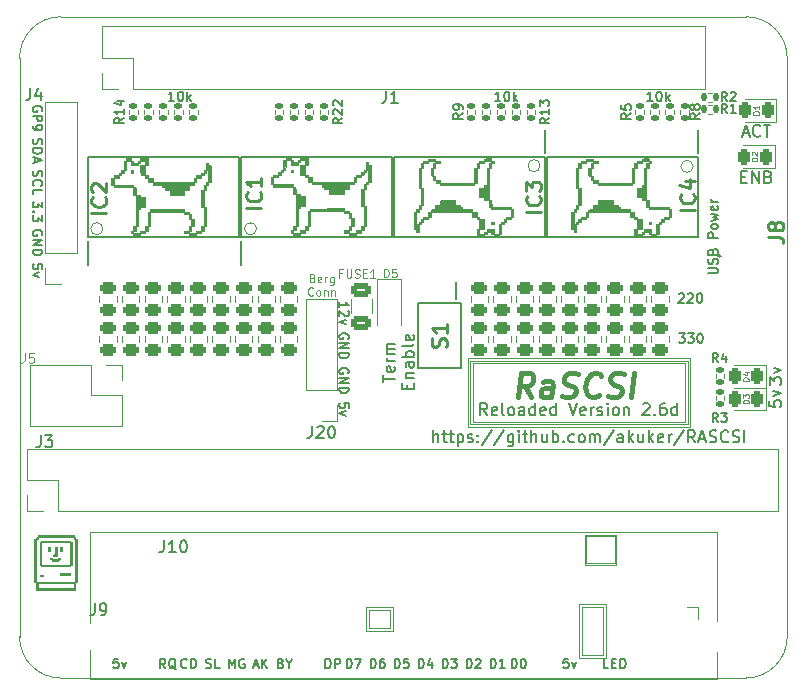
<source format=gto>
G04 #@! TF.GenerationSoftware,KiCad,Pcbnew,(6.0.4)*
G04 #@! TF.CreationDate,2022-09-08T15:32:11-05:00*
G04 #@! TF.ProjectId,rascsi_2p6,72617363-7369-45f3-9270-362e6b696361,rev?*
G04 #@! TF.SameCoordinates,PX59d60c0PY325aa00*
G04 #@! TF.FileFunction,Legend,Top*
G04 #@! TF.FilePolarity,Positive*
%FSLAX46Y46*%
G04 Gerber Fmt 4.6, Leading zero omitted, Abs format (unit mm)*
G04 Created by KiCad (PCBNEW (6.0.4)) date 2022-09-08 15:32:11*
%MOMM*%
%LPD*%
G01*
G04 APERTURE LIST*
G04 Aperture macros list*
%AMRoundRect*
0 Rectangle with rounded corners*
0 $1 Rounding radius*
0 $2 $3 $4 $5 $6 $7 $8 $9 X,Y pos of 4 corners*
0 Add a 4 corners polygon primitive as box body*
4,1,4,$2,$3,$4,$5,$6,$7,$8,$9,$2,$3,0*
0 Add four circle primitives for the rounded corners*
1,1,$1+$1,$2,$3*
1,1,$1+$1,$4,$5*
1,1,$1+$1,$6,$7*
1,1,$1+$1,$8,$9*
0 Add four rect primitives between the rounded corners*
20,1,$1+$1,$2,$3,$4,$5,0*
20,1,$1+$1,$4,$5,$6,$7,0*
20,1,$1+$1,$6,$7,$8,$9,0*
20,1,$1+$1,$8,$9,$2,$3,0*%
G04 Aperture macros list end*
%ADD10C,0.120000*%
G04 #@! TA.AperFunction,Profile*
%ADD11C,0.050000*%
G04 #@! TD*
%ADD12C,0.150000*%
%ADD13C,0.100000*%
%ADD14C,0.400000*%
%ADD15C,0.254000*%
%ADD16C,0.125000*%
%ADD17C,0.200000*%
%ADD18C,0.010000*%
%ADD19C,1.545000*%
%ADD20C,4.845000*%
%ADD21RoundRect,0.243750X0.243750X0.456250X-0.243750X0.456250X-0.243750X-0.456250X0.243750X-0.456250X0*%
%ADD22C,0.800000*%
%ADD23C,5.400000*%
%ADD24R,1.700000X1.700000*%
%ADD25O,1.700000X1.700000*%
%ADD26RoundRect,0.250000X-0.450000X0.262500X-0.450000X-0.262500X0.450000X-0.262500X0.450000X0.262500X0*%
%ADD27RoundRect,0.250000X-0.625000X0.375000X-0.625000X-0.375000X0.625000X-0.375000X0.625000X0.375000X0*%
%ADD28R,0.650000X1.950000*%
%ADD29RoundRect,0.135000X-0.135000X-0.185000X0.135000X-0.185000X0.135000X0.185000X-0.135000X0.185000X0*%
%ADD30RoundRect,0.135000X-0.185000X0.135000X-0.185000X-0.135000X0.185000X-0.135000X0.185000X0.135000X0*%
%ADD31RoundRect,0.250000X0.450000X-0.262500X0.450000X0.262500X-0.450000X0.262500X-0.450000X-0.262500X0*%
%ADD32R,0.750000X1.425000*%
%ADD33R,1.100000X1.100000*%
%ADD34R,1.400000X0.400000*%
%ADD35C,2.000000*%
%ADD36R,1.350000X1.350000*%
%ADD37O,1.350000X1.350000*%
G04 APERTURE END LIST*
D10*
X87350453Y-7652000D02*
G75*
G03*
X87350453Y-7652000I-511953J0D01*
G01*
X89950000Y6826000D02*
X87283000Y6826000D01*
X137324953Y-2381500D02*
G75*
G03*
X137324953Y-2381500I-511953J0D01*
G01*
X109594000Y-39672000D02*
X111880000Y-39672000D01*
X111880000Y-39672000D02*
X111880000Y-41704000D01*
X111880000Y-41704000D02*
X109594000Y-41704000D01*
X109594000Y-41704000D02*
X109594000Y-39672000D01*
X128177000Y-33560000D02*
X130844000Y-33560000D01*
X130844000Y-33560000D02*
X130844000Y-36100000D01*
X130844000Y-36100000D02*
X128177000Y-36100000D01*
X128177000Y-36100000D02*
X128177000Y-33560000D01*
X88680000Y4159000D02*
X87283000Y4159000D01*
X124370953Y-2318000D02*
G75*
G03*
X124370953Y-2318000I-511953J0D01*
G01*
X138337000Y4159000D02*
X89950000Y4159000D01*
X118670000Y-19020000D02*
X136670000Y-19020000D01*
X136670000Y-19020000D02*
X136670000Y-24020000D01*
X136670000Y-24020000D02*
X118670000Y-24020000D01*
X118670000Y-24020000D02*
X118670000Y-19020000D01*
X87283000Y9493000D02*
X138337000Y9493000D01*
X87283000Y4159000D02*
X87283000Y5556000D01*
X127882000Y-39672000D02*
X129660000Y-39672000D01*
X129660000Y-39672000D02*
X129660000Y-43736000D01*
X129660000Y-43736000D02*
X127882000Y-43736000D01*
X127882000Y-43736000D02*
X127882000Y-39672000D01*
X89950000Y4159000D02*
X89950000Y6826000D01*
X118470000Y-18820000D02*
X136870000Y-18820000D01*
X136870000Y-18820000D02*
X136870000Y-24220000D01*
X136870000Y-24220000D02*
X118470000Y-24220000D01*
X118470000Y-24220000D02*
X118470000Y-18820000D01*
X118270000Y-18620000D02*
X137070000Y-18620000D01*
X137070000Y-18620000D02*
X137070000Y-24420000D01*
X137070000Y-24420000D02*
X118270000Y-24420000D01*
X118270000Y-24420000D02*
X118270000Y-18620000D01*
X128304000Y-33687000D02*
X130717000Y-33687000D01*
X130717000Y-33687000D02*
X130717000Y-35973000D01*
X130717000Y-35973000D02*
X128304000Y-35973000D01*
X128304000Y-35973000D02*
X128304000Y-33687000D01*
X138337000Y9493000D02*
X138337000Y4159000D01*
X86267000Y-33306000D02*
X139353000Y-33306000D01*
X139353000Y-33306000D02*
X139353000Y-45752000D01*
X139353000Y-45752000D02*
X86267000Y-45752000D01*
X86267000Y-45752000D02*
X86267000Y-33306000D01*
X109848000Y-39926000D02*
X111626000Y-39926000D01*
X111626000Y-39926000D02*
X111626000Y-41450000D01*
X111626000Y-41450000D02*
X109848000Y-41450000D01*
X109848000Y-41450000D02*
X109848000Y-39926000D01*
X87283000Y6826000D02*
X87283000Y9493000D01*
X100367953Y-7652000D02*
G75*
G03*
X100367953Y-7652000I-511953J0D01*
G01*
X127628000Y-39418000D02*
X129914000Y-39418000D01*
X129914000Y-39418000D02*
X129914000Y-43990000D01*
X129914000Y-43990000D02*
X127628000Y-43990000D01*
X127628000Y-43990000D02*
X127628000Y-39418000D01*
D11*
X83800000Y10300000D02*
X141800000Y10300000D01*
X83800000Y-45696000D02*
X141800000Y-45696000D01*
X141800000Y-45696000D02*
G75*
G03*
X145300000Y-42196000I0J3500000D01*
G01*
X80300000Y6800000D02*
X80300000Y-42196000D01*
X145300000Y6800000D02*
G75*
G03*
X141800000Y10300000I-3500000J0D01*
G01*
X83800000Y10300000D02*
G75*
G03*
X80300000Y6800000I0J-3500000D01*
G01*
X80300000Y-42196000D02*
G75*
G03*
X83800000Y-45696000I3500000J0D01*
G01*
X145300000Y6800000D02*
X145300000Y-42196000D01*
D12*
X136131428Y-16501904D02*
X136626666Y-16501904D01*
X136360000Y-16806666D01*
X136474285Y-16806666D01*
X136550476Y-16844761D01*
X136588571Y-16882857D01*
X136626666Y-16959047D01*
X136626666Y-17149523D01*
X136588571Y-17225714D01*
X136550476Y-17263809D01*
X136474285Y-17301904D01*
X136245714Y-17301904D01*
X136169523Y-17263809D01*
X136131428Y-17225714D01*
X136893333Y-16501904D02*
X137388571Y-16501904D01*
X137121904Y-16806666D01*
X137236190Y-16806666D01*
X137312380Y-16844761D01*
X137350476Y-16882857D01*
X137388571Y-16959047D01*
X137388571Y-17149523D01*
X137350476Y-17225714D01*
X137312380Y-17263809D01*
X137236190Y-17301904D01*
X137007619Y-17301904D01*
X136931428Y-17263809D01*
X136893333Y-17225714D01*
X137883809Y-16501904D02*
X137960000Y-16501904D01*
X138036190Y-16540000D01*
X138074285Y-16578095D01*
X138112380Y-16654285D01*
X138150476Y-16806666D01*
X138150476Y-16997142D01*
X138112380Y-17149523D01*
X138074285Y-17225714D01*
X138036190Y-17263809D01*
X137960000Y-17301904D01*
X137883809Y-17301904D01*
X137807619Y-17263809D01*
X137769523Y-17225714D01*
X137731428Y-17149523D01*
X137693333Y-16997142D01*
X137693333Y-16806666D01*
X137731428Y-16654285D01*
X137769523Y-16578095D01*
X137807619Y-16540000D01*
X137883809Y-16501904D01*
X81447390Y-55439D02*
X81409295Y-169725D01*
X81409295Y-360201D01*
X81447390Y-436391D01*
X81485485Y-474487D01*
X81561676Y-512582D01*
X81637866Y-512582D01*
X81714057Y-474487D01*
X81752152Y-436391D01*
X81790247Y-360201D01*
X81828342Y-207820D01*
X81866438Y-131629D01*
X81904533Y-93534D01*
X81980723Y-55439D01*
X82056914Y-55439D01*
X82133104Y-93534D01*
X82171200Y-131629D01*
X82209295Y-207820D01*
X82209295Y-398296D01*
X82171200Y-512582D01*
X81409295Y-855439D02*
X82209295Y-855439D01*
X82209295Y-1045915D01*
X82171200Y-1160201D01*
X82095009Y-1236391D01*
X82018819Y-1274487D01*
X81866438Y-1312582D01*
X81752152Y-1312582D01*
X81599771Y-1274487D01*
X81523580Y-1236391D01*
X81447390Y-1160201D01*
X81409295Y-1045915D01*
X81409295Y-855439D01*
X81637866Y-1617344D02*
X81637866Y-1998296D01*
X81409295Y-1541153D02*
X82209295Y-1807820D01*
X81409295Y-2074487D01*
X81447390Y-2745165D02*
X81409295Y-2859450D01*
X81409295Y-3049926D01*
X81447390Y-3126117D01*
X81485485Y-3164212D01*
X81561676Y-3202307D01*
X81637866Y-3202307D01*
X81714057Y-3164212D01*
X81752152Y-3126117D01*
X81790247Y-3049926D01*
X81828342Y-2897546D01*
X81866438Y-2821355D01*
X81904533Y-2783260D01*
X81980723Y-2745165D01*
X82056914Y-2745165D01*
X82133104Y-2783260D01*
X82171200Y-2821355D01*
X82209295Y-2897546D01*
X82209295Y-3088022D01*
X82171200Y-3202307D01*
X81485485Y-4002307D02*
X81447390Y-3964212D01*
X81409295Y-3849926D01*
X81409295Y-3773736D01*
X81447390Y-3659450D01*
X81523580Y-3583260D01*
X81599771Y-3545165D01*
X81752152Y-3507069D01*
X81866438Y-3507069D01*
X82018819Y-3545165D01*
X82095009Y-3583260D01*
X82171200Y-3659450D01*
X82209295Y-3773736D01*
X82209295Y-3849926D01*
X82171200Y-3964212D01*
X82133104Y-4002307D01*
X81409295Y-4726117D02*
X81409295Y-4345165D01*
X82209295Y-4345165D01*
X133923809Y3162096D02*
X133466666Y3162096D01*
X133695238Y3162096D02*
X133695238Y3962096D01*
X133619047Y3847810D01*
X133542857Y3771620D01*
X133466666Y3733524D01*
X134419047Y3962096D02*
X134495238Y3962096D01*
X134571428Y3924000D01*
X134609523Y3885905D01*
X134647619Y3809715D01*
X134685714Y3657334D01*
X134685714Y3466858D01*
X134647619Y3314477D01*
X134609523Y3238286D01*
X134571428Y3200191D01*
X134495238Y3162096D01*
X134419047Y3162096D01*
X134342857Y3200191D01*
X134304761Y3238286D01*
X134266666Y3314477D01*
X134228571Y3466858D01*
X134228571Y3657334D01*
X134266666Y3809715D01*
X134304761Y3885905D01*
X134342857Y3924000D01*
X134419047Y3962096D01*
X135028571Y3162096D02*
X135028571Y3962096D01*
X135104761Y3466858D02*
X135333333Y3162096D01*
X135333333Y3695429D02*
X135028571Y3390667D01*
X143812380Y-20844285D02*
X143812380Y-20225238D01*
X144193333Y-20558571D01*
X144193333Y-20415714D01*
X144240952Y-20320476D01*
X144288571Y-20272857D01*
X144383809Y-20225238D01*
X144621904Y-20225238D01*
X144717142Y-20272857D01*
X144764761Y-20320476D01*
X144812380Y-20415714D01*
X144812380Y-20701428D01*
X144764761Y-20796666D01*
X144717142Y-20844285D01*
X144145714Y-19891904D02*
X144812380Y-19653809D01*
X144145714Y-19415714D01*
X115343333Y-25732380D02*
X115343333Y-24732380D01*
X115771904Y-25732380D02*
X115771904Y-25208571D01*
X115724285Y-25113333D01*
X115629047Y-25065714D01*
X115486190Y-25065714D01*
X115390952Y-25113333D01*
X115343333Y-25160952D01*
X116105238Y-25065714D02*
X116486190Y-25065714D01*
X116248095Y-24732380D02*
X116248095Y-25589523D01*
X116295714Y-25684761D01*
X116390952Y-25732380D01*
X116486190Y-25732380D01*
X116676666Y-25065714D02*
X117057619Y-25065714D01*
X116819523Y-24732380D02*
X116819523Y-25589523D01*
X116867142Y-25684761D01*
X116962380Y-25732380D01*
X117057619Y-25732380D01*
X117390952Y-25065714D02*
X117390952Y-26065714D01*
X117390952Y-25113333D02*
X117486190Y-25065714D01*
X117676666Y-25065714D01*
X117771904Y-25113333D01*
X117819523Y-25160952D01*
X117867142Y-25256190D01*
X117867142Y-25541904D01*
X117819523Y-25637142D01*
X117771904Y-25684761D01*
X117676666Y-25732380D01*
X117486190Y-25732380D01*
X117390952Y-25684761D01*
X118248095Y-25684761D02*
X118343333Y-25732380D01*
X118533809Y-25732380D01*
X118629047Y-25684761D01*
X118676666Y-25589523D01*
X118676666Y-25541904D01*
X118629047Y-25446666D01*
X118533809Y-25399047D01*
X118390952Y-25399047D01*
X118295714Y-25351428D01*
X118248095Y-25256190D01*
X118248095Y-25208571D01*
X118295714Y-25113333D01*
X118390952Y-25065714D01*
X118533809Y-25065714D01*
X118629047Y-25113333D01*
X119105238Y-25637142D02*
X119152857Y-25684761D01*
X119105238Y-25732380D01*
X119057619Y-25684761D01*
X119105238Y-25637142D01*
X119105238Y-25732380D01*
X119105238Y-25113333D02*
X119152857Y-25160952D01*
X119105238Y-25208571D01*
X119057619Y-25160952D01*
X119105238Y-25113333D01*
X119105238Y-25208571D01*
X120295714Y-24684761D02*
X119438571Y-25970476D01*
X121343333Y-24684761D02*
X120486190Y-25970476D01*
X122105238Y-25065714D02*
X122105238Y-25875238D01*
X122057619Y-25970476D01*
X122010000Y-26018095D01*
X121914761Y-26065714D01*
X121771904Y-26065714D01*
X121676666Y-26018095D01*
X122105238Y-25684761D02*
X122010000Y-25732380D01*
X121819523Y-25732380D01*
X121724285Y-25684761D01*
X121676666Y-25637142D01*
X121629047Y-25541904D01*
X121629047Y-25256190D01*
X121676666Y-25160952D01*
X121724285Y-25113333D01*
X121819523Y-25065714D01*
X122010000Y-25065714D01*
X122105238Y-25113333D01*
X122581428Y-25732380D02*
X122581428Y-25065714D01*
X122581428Y-24732380D02*
X122533809Y-24780000D01*
X122581428Y-24827619D01*
X122629047Y-24780000D01*
X122581428Y-24732380D01*
X122581428Y-24827619D01*
X122914761Y-25065714D02*
X123295714Y-25065714D01*
X123057619Y-24732380D02*
X123057619Y-25589523D01*
X123105238Y-25684761D01*
X123200476Y-25732380D01*
X123295714Y-25732380D01*
X123629047Y-25732380D02*
X123629047Y-24732380D01*
X124057619Y-25732380D02*
X124057619Y-25208571D01*
X124010000Y-25113333D01*
X123914761Y-25065714D01*
X123771904Y-25065714D01*
X123676666Y-25113333D01*
X123629047Y-25160952D01*
X124962380Y-25065714D02*
X124962380Y-25732380D01*
X124533809Y-25065714D02*
X124533809Y-25589523D01*
X124581428Y-25684761D01*
X124676666Y-25732380D01*
X124819523Y-25732380D01*
X124914761Y-25684761D01*
X124962380Y-25637142D01*
X125438571Y-25732380D02*
X125438571Y-24732380D01*
X125438571Y-25113333D02*
X125533809Y-25065714D01*
X125724285Y-25065714D01*
X125819523Y-25113333D01*
X125867142Y-25160952D01*
X125914761Y-25256190D01*
X125914761Y-25541904D01*
X125867142Y-25637142D01*
X125819523Y-25684761D01*
X125724285Y-25732380D01*
X125533809Y-25732380D01*
X125438571Y-25684761D01*
X126343333Y-25637142D02*
X126390952Y-25684761D01*
X126343333Y-25732380D01*
X126295714Y-25684761D01*
X126343333Y-25637142D01*
X126343333Y-25732380D01*
X127248095Y-25684761D02*
X127152857Y-25732380D01*
X126962380Y-25732380D01*
X126867142Y-25684761D01*
X126819523Y-25637142D01*
X126771904Y-25541904D01*
X126771904Y-25256190D01*
X126819523Y-25160952D01*
X126867142Y-25113333D01*
X126962380Y-25065714D01*
X127152857Y-25065714D01*
X127248095Y-25113333D01*
X127819523Y-25732380D02*
X127724285Y-25684761D01*
X127676666Y-25637142D01*
X127629047Y-25541904D01*
X127629047Y-25256190D01*
X127676666Y-25160952D01*
X127724285Y-25113333D01*
X127819523Y-25065714D01*
X127962380Y-25065714D01*
X128057619Y-25113333D01*
X128105238Y-25160952D01*
X128152857Y-25256190D01*
X128152857Y-25541904D01*
X128105238Y-25637142D01*
X128057619Y-25684761D01*
X127962380Y-25732380D01*
X127819523Y-25732380D01*
X128581428Y-25732380D02*
X128581428Y-25065714D01*
X128581428Y-25160952D02*
X128629047Y-25113333D01*
X128724285Y-25065714D01*
X128867142Y-25065714D01*
X128962380Y-25113333D01*
X129010000Y-25208571D01*
X129010000Y-25732380D01*
X129010000Y-25208571D02*
X129057619Y-25113333D01*
X129152857Y-25065714D01*
X129295714Y-25065714D01*
X129390952Y-25113333D01*
X129438571Y-25208571D01*
X129438571Y-25732380D01*
X130629047Y-24684761D02*
X129771904Y-25970476D01*
X131390952Y-25732380D02*
X131390952Y-25208571D01*
X131343333Y-25113333D01*
X131248095Y-25065714D01*
X131057619Y-25065714D01*
X130962380Y-25113333D01*
X131390952Y-25684761D02*
X131295714Y-25732380D01*
X131057619Y-25732380D01*
X130962380Y-25684761D01*
X130914761Y-25589523D01*
X130914761Y-25494285D01*
X130962380Y-25399047D01*
X131057619Y-25351428D01*
X131295714Y-25351428D01*
X131390952Y-25303809D01*
X131867142Y-25732380D02*
X131867142Y-24732380D01*
X131962380Y-25351428D02*
X132248095Y-25732380D01*
X132248095Y-25065714D02*
X131867142Y-25446666D01*
X133105238Y-25065714D02*
X133105238Y-25732380D01*
X132676666Y-25065714D02*
X132676666Y-25589523D01*
X132724285Y-25684761D01*
X132819523Y-25732380D01*
X132962380Y-25732380D01*
X133057619Y-25684761D01*
X133105238Y-25637142D01*
X133581428Y-25732380D02*
X133581428Y-24732380D01*
X133676666Y-25351428D02*
X133962380Y-25732380D01*
X133962380Y-25065714D02*
X133581428Y-25446666D01*
X134771904Y-25684761D02*
X134676666Y-25732380D01*
X134486190Y-25732380D01*
X134390952Y-25684761D01*
X134343333Y-25589523D01*
X134343333Y-25208571D01*
X134390952Y-25113333D01*
X134486190Y-25065714D01*
X134676666Y-25065714D01*
X134771904Y-25113333D01*
X134819523Y-25208571D01*
X134819523Y-25303809D01*
X134343333Y-25399047D01*
X135248095Y-25732380D02*
X135248095Y-25065714D01*
X135248095Y-25256190D02*
X135295714Y-25160952D01*
X135343333Y-25113333D01*
X135438571Y-25065714D01*
X135533809Y-25065714D01*
X136581428Y-24684761D02*
X135724285Y-25970476D01*
X137486190Y-25732380D02*
X137152857Y-25256190D01*
X136914761Y-25732380D02*
X136914761Y-24732380D01*
X137295714Y-24732380D01*
X137390952Y-24780000D01*
X137438571Y-24827619D01*
X137486190Y-24922857D01*
X137486190Y-25065714D01*
X137438571Y-25160952D01*
X137390952Y-25208571D01*
X137295714Y-25256190D01*
X136914761Y-25256190D01*
X137867142Y-25446666D02*
X138343333Y-25446666D01*
X137771904Y-25732380D02*
X138105238Y-24732380D01*
X138438571Y-25732380D01*
X138724285Y-25684761D02*
X138867142Y-25732380D01*
X139105238Y-25732380D01*
X139200476Y-25684761D01*
X139248095Y-25637142D01*
X139295714Y-25541904D01*
X139295714Y-25446666D01*
X139248095Y-25351428D01*
X139200476Y-25303809D01*
X139105238Y-25256190D01*
X138914761Y-25208571D01*
X138819523Y-25160952D01*
X138771904Y-25113333D01*
X138724285Y-25018095D01*
X138724285Y-24922857D01*
X138771904Y-24827619D01*
X138819523Y-24780000D01*
X138914761Y-24732380D01*
X139152857Y-24732380D01*
X139295714Y-24780000D01*
X140295714Y-25637142D02*
X140248095Y-25684761D01*
X140105238Y-25732380D01*
X140010000Y-25732380D01*
X139867142Y-25684761D01*
X139771904Y-25589523D01*
X139724285Y-25494285D01*
X139676666Y-25303809D01*
X139676666Y-25160952D01*
X139724285Y-24970476D01*
X139771904Y-24875238D01*
X139867142Y-24780000D01*
X140010000Y-24732380D01*
X140105238Y-24732380D01*
X140248095Y-24780000D01*
X140295714Y-24827619D01*
X140676666Y-25684761D02*
X140819523Y-25732380D01*
X141057619Y-25732380D01*
X141152857Y-25684761D01*
X141200476Y-25637142D01*
X141248095Y-25541904D01*
X141248095Y-25446666D01*
X141200476Y-25351428D01*
X141152857Y-25303809D01*
X141057619Y-25256190D01*
X140867142Y-25208571D01*
X140771904Y-25160952D01*
X140724285Y-25113333D01*
X140676666Y-25018095D01*
X140676666Y-24922857D01*
X140724285Y-24827619D01*
X140771904Y-24780000D01*
X140867142Y-24732380D01*
X141105238Y-24732380D01*
X141248095Y-24780000D01*
X141676666Y-25732380D02*
X141676666Y-24732380D01*
X141535952Y436334D02*
X142012142Y436334D01*
X141440714Y150620D02*
X141774047Y1150620D01*
X142107380Y150620D01*
X143012142Y245858D02*
X142964523Y198239D01*
X142821666Y150620D01*
X142726428Y150620D01*
X142583571Y198239D01*
X142488333Y293477D01*
X142440714Y388715D01*
X142393095Y579191D01*
X142393095Y722048D01*
X142440714Y912524D01*
X142488333Y1007762D01*
X142583571Y1103000D01*
X142726428Y1150620D01*
X142821666Y1150620D01*
X142964523Y1103000D01*
X143012142Y1055381D01*
X143297857Y1150620D02*
X143869285Y1150620D01*
X143583571Y150620D02*
X143583571Y1150620D01*
X141416904Y-3262571D02*
X141750238Y-3262571D01*
X141893095Y-3786380D02*
X141416904Y-3786380D01*
X141416904Y-2786380D01*
X141893095Y-2786380D01*
X142321666Y-3786380D02*
X142321666Y-2786380D01*
X142893095Y-3786380D01*
X142893095Y-2786380D01*
X143702619Y-3262571D02*
X143845476Y-3310190D01*
X143893095Y-3357809D01*
X143940714Y-3453047D01*
X143940714Y-3595904D01*
X143893095Y-3691142D01*
X143845476Y-3738761D01*
X143750238Y-3786380D01*
X143369285Y-3786380D01*
X143369285Y-2786380D01*
X143702619Y-2786380D01*
X143797857Y-2834000D01*
X143845476Y-2881619D01*
X143893095Y-2976857D01*
X143893095Y-3072095D01*
X143845476Y-3167333D01*
X143797857Y-3214952D01*
X143702619Y-3262571D01*
X143369285Y-3262571D01*
X111333666Y4008120D02*
X111333666Y3293834D01*
X111286047Y3150977D01*
X111190809Y3055739D01*
X111047952Y3008120D01*
X110952714Y3008120D01*
X112333666Y3008120D02*
X111762238Y3008120D01*
X112047952Y3008120D02*
X112047952Y4008120D01*
X111952714Y3865262D01*
X111857476Y3770024D01*
X111762238Y3722405D01*
X138597404Y-11436214D02*
X139245023Y-11436214D01*
X139321214Y-11398119D01*
X139359309Y-11360023D01*
X139397404Y-11283833D01*
X139397404Y-11131452D01*
X139359309Y-11055261D01*
X139321214Y-11017166D01*
X139245023Y-10979071D01*
X138597404Y-10979071D01*
X139359309Y-10636214D02*
X139397404Y-10521928D01*
X139397404Y-10331452D01*
X139359309Y-10255261D01*
X139321214Y-10217166D01*
X139245023Y-10179071D01*
X139168833Y-10179071D01*
X139092642Y-10217166D01*
X139054547Y-10255261D01*
X139016452Y-10331452D01*
X138978357Y-10483833D01*
X138940261Y-10560023D01*
X138902166Y-10598119D01*
X138825976Y-10636214D01*
X138749785Y-10636214D01*
X138673595Y-10598119D01*
X138635500Y-10560023D01*
X138597404Y-10483833D01*
X138597404Y-10293357D01*
X138635500Y-10179071D01*
X138978357Y-9569547D02*
X139016452Y-9455261D01*
X139054547Y-9417166D01*
X139130738Y-9379071D01*
X139245023Y-9379071D01*
X139321214Y-9417166D01*
X139359309Y-9455261D01*
X139397404Y-9531452D01*
X139397404Y-9836214D01*
X138597404Y-9836214D01*
X138597404Y-9569547D01*
X138635500Y-9493357D01*
X138673595Y-9455261D01*
X138749785Y-9417166D01*
X138825976Y-9417166D01*
X138902166Y-9455261D01*
X138940261Y-9493357D01*
X138978357Y-9569547D01*
X138978357Y-9836214D01*
X139397404Y-8426690D02*
X138597404Y-8426690D01*
X138597404Y-8121928D01*
X138635500Y-8045738D01*
X138673595Y-8007642D01*
X138749785Y-7969547D01*
X138864071Y-7969547D01*
X138940261Y-8007642D01*
X138978357Y-8045738D01*
X139016452Y-8121928D01*
X139016452Y-8426690D01*
X139397404Y-7512404D02*
X139359309Y-7588595D01*
X139321214Y-7626690D01*
X139245023Y-7664785D01*
X139016452Y-7664785D01*
X138940261Y-7626690D01*
X138902166Y-7588595D01*
X138864071Y-7512404D01*
X138864071Y-7398119D01*
X138902166Y-7321928D01*
X138940261Y-7283833D01*
X139016452Y-7245738D01*
X139245023Y-7245738D01*
X139321214Y-7283833D01*
X139359309Y-7321928D01*
X139397404Y-7398119D01*
X139397404Y-7512404D01*
X138864071Y-6979071D02*
X139397404Y-6826690D01*
X139016452Y-6674309D01*
X139397404Y-6521928D01*
X138864071Y-6369547D01*
X139359309Y-5760023D02*
X139397404Y-5836214D01*
X139397404Y-5988595D01*
X139359309Y-6064785D01*
X139283119Y-6102880D01*
X138978357Y-6102880D01*
X138902166Y-6064785D01*
X138864071Y-5988595D01*
X138864071Y-5836214D01*
X138902166Y-5760023D01*
X138978357Y-5721928D01*
X139054547Y-5721928D01*
X139130738Y-6102880D01*
X139397404Y-5379071D02*
X138864071Y-5379071D01*
X139016452Y-5379071D02*
X138940261Y-5340976D01*
X138902166Y-5302880D01*
X138864071Y-5226690D01*
X138864071Y-5150500D01*
X96087619Y-44821809D02*
X96201904Y-44859904D01*
X96392380Y-44859904D01*
X96468571Y-44821809D01*
X96506666Y-44783714D01*
X96544761Y-44707523D01*
X96544761Y-44631333D01*
X96506666Y-44555142D01*
X96468571Y-44517047D01*
X96392380Y-44478952D01*
X96240000Y-44440857D01*
X96163809Y-44402761D01*
X96125714Y-44364666D01*
X96087619Y-44288476D01*
X96087619Y-44212285D01*
X96125714Y-44136095D01*
X96163809Y-44098000D01*
X96240000Y-44059904D01*
X96430476Y-44059904D01*
X96544761Y-44098000D01*
X97268571Y-44859904D02*
X96887619Y-44859904D01*
X96887619Y-44059904D01*
X92658571Y-44859904D02*
X92391904Y-44478952D01*
X92201428Y-44859904D02*
X92201428Y-44059904D01*
X92506190Y-44059904D01*
X92582380Y-44098000D01*
X92620476Y-44136095D01*
X92658571Y-44212285D01*
X92658571Y-44326571D01*
X92620476Y-44402761D01*
X92582380Y-44440857D01*
X92506190Y-44478952D01*
X92201428Y-44478952D01*
X93534761Y-44936095D02*
X93458571Y-44898000D01*
X93382380Y-44821809D01*
X93268095Y-44707523D01*
X93191904Y-44669428D01*
X93115714Y-44669428D01*
X93153809Y-44859904D02*
X93077619Y-44821809D01*
X93001428Y-44745619D01*
X92963333Y-44593238D01*
X92963333Y-44326571D01*
X93001428Y-44174190D01*
X93077619Y-44098000D01*
X93153809Y-44059904D01*
X93306190Y-44059904D01*
X93382380Y-44098000D01*
X93458571Y-44174190D01*
X93496666Y-44326571D01*
X93496666Y-44593238D01*
X93458571Y-44745619D01*
X93382380Y-44821809D01*
X93306190Y-44859904D01*
X93153809Y-44859904D01*
X94455619Y-44783714D02*
X94417523Y-44821809D01*
X94303238Y-44859904D01*
X94227047Y-44859904D01*
X94112761Y-44821809D01*
X94036571Y-44745619D01*
X93998476Y-44669428D01*
X93960380Y-44517047D01*
X93960380Y-44402761D01*
X93998476Y-44250380D01*
X94036571Y-44174190D01*
X94112761Y-44098000D01*
X94227047Y-44059904D01*
X94303238Y-44059904D01*
X94417523Y-44098000D01*
X94455619Y-44136095D01*
X94798476Y-44859904D02*
X94798476Y-44059904D01*
X94988952Y-44059904D01*
X95103238Y-44098000D01*
X95179428Y-44174190D01*
X95217523Y-44250380D01*
X95255619Y-44402761D01*
X95255619Y-44517047D01*
X95217523Y-44669428D01*
X95179428Y-44745619D01*
X95103238Y-44821809D01*
X94988952Y-44859904D01*
X94798476Y-44859904D01*
X88651714Y-44059904D02*
X88270761Y-44059904D01*
X88232666Y-44440857D01*
X88270761Y-44402761D01*
X88346952Y-44364666D01*
X88537428Y-44364666D01*
X88613619Y-44402761D01*
X88651714Y-44440857D01*
X88689809Y-44517047D01*
X88689809Y-44707523D01*
X88651714Y-44783714D01*
X88613619Y-44821809D01*
X88537428Y-44859904D01*
X88346952Y-44859904D01*
X88270761Y-44821809D01*
X88232666Y-44783714D01*
X88956476Y-44326571D02*
X89146952Y-44859904D01*
X89337428Y-44326571D01*
X98005333Y-44859904D02*
X98005333Y-44059904D01*
X98272000Y-44631333D01*
X98538666Y-44059904D01*
X98538666Y-44859904D01*
X99338666Y-44098000D02*
X99262476Y-44059904D01*
X99148190Y-44059904D01*
X99033904Y-44098000D01*
X98957714Y-44174190D01*
X98919619Y-44250380D01*
X98881523Y-44402761D01*
X98881523Y-44517047D01*
X98919619Y-44669428D01*
X98957714Y-44745619D01*
X99033904Y-44821809D01*
X99148190Y-44859904D01*
X99224380Y-44859904D01*
X99338666Y-44821809D01*
X99376761Y-44783714D01*
X99376761Y-44517047D01*
X99224380Y-44517047D01*
X126751714Y-44059904D02*
X126370761Y-44059904D01*
X126332666Y-44440857D01*
X126370761Y-44402761D01*
X126446952Y-44364666D01*
X126637428Y-44364666D01*
X126713619Y-44402761D01*
X126751714Y-44440857D01*
X126789809Y-44517047D01*
X126789809Y-44707523D01*
X126751714Y-44783714D01*
X126713619Y-44821809D01*
X126637428Y-44859904D01*
X126446952Y-44859904D01*
X126370761Y-44821809D01*
X126332666Y-44783714D01*
X127056476Y-44326571D02*
X127246952Y-44859904D01*
X127437428Y-44326571D01*
X100113523Y-44631333D02*
X100494476Y-44631333D01*
X100037333Y-44859904D02*
X100304000Y-44059904D01*
X100570666Y-44859904D01*
X100837333Y-44859904D02*
X100837333Y-44059904D01*
X101294476Y-44859904D02*
X100951619Y-44402761D01*
X101294476Y-44059904D02*
X100837333Y-44517047D01*
X102450285Y-44440857D02*
X102564571Y-44478952D01*
X102602666Y-44517047D01*
X102640761Y-44593238D01*
X102640761Y-44707523D01*
X102602666Y-44783714D01*
X102564571Y-44821809D01*
X102488380Y-44859904D01*
X102183619Y-44859904D01*
X102183619Y-44059904D01*
X102450285Y-44059904D01*
X102526476Y-44098000D01*
X102564571Y-44136095D01*
X102602666Y-44212285D01*
X102602666Y-44288476D01*
X102564571Y-44364666D01*
X102526476Y-44402761D01*
X102450285Y-44440857D01*
X102183619Y-44440857D01*
X103136000Y-44478952D02*
X103136000Y-44859904D01*
X102869333Y-44059904D02*
X103136000Y-44478952D01*
X103402666Y-44059904D01*
X110019523Y-44859904D02*
X110019523Y-44059904D01*
X110210000Y-44059904D01*
X110324285Y-44098000D01*
X110400476Y-44174190D01*
X110438571Y-44250380D01*
X110476666Y-44402761D01*
X110476666Y-44517047D01*
X110438571Y-44669428D01*
X110400476Y-44745619D01*
X110324285Y-44821809D01*
X110210000Y-44859904D01*
X110019523Y-44859904D01*
X111162380Y-44059904D02*
X111010000Y-44059904D01*
X110933809Y-44098000D01*
X110895714Y-44136095D01*
X110819523Y-44250380D01*
X110781428Y-44402761D01*
X110781428Y-44707523D01*
X110819523Y-44783714D01*
X110857619Y-44821809D01*
X110933809Y-44859904D01*
X111086190Y-44859904D01*
X111162380Y-44821809D01*
X111200476Y-44783714D01*
X111238571Y-44707523D01*
X111238571Y-44517047D01*
X111200476Y-44440857D01*
X111162380Y-44402761D01*
X111086190Y-44364666D01*
X110933809Y-44364666D01*
X110857619Y-44402761D01*
X110819523Y-44440857D01*
X110781428Y-44517047D01*
X107987523Y-44859904D02*
X107987523Y-44059904D01*
X108178000Y-44059904D01*
X108292285Y-44098000D01*
X108368476Y-44174190D01*
X108406571Y-44250380D01*
X108444666Y-44402761D01*
X108444666Y-44517047D01*
X108406571Y-44669428D01*
X108368476Y-44745619D01*
X108292285Y-44821809D01*
X108178000Y-44859904D01*
X107987523Y-44859904D01*
X108711333Y-44059904D02*
X109244666Y-44059904D01*
X108901809Y-44859904D01*
X114083523Y-44859904D02*
X114083523Y-44059904D01*
X114274000Y-44059904D01*
X114388285Y-44098000D01*
X114464476Y-44174190D01*
X114502571Y-44250380D01*
X114540666Y-44402761D01*
X114540666Y-44517047D01*
X114502571Y-44669428D01*
X114464476Y-44745619D01*
X114388285Y-44821809D01*
X114274000Y-44859904D01*
X114083523Y-44859904D01*
X115226380Y-44326571D02*
X115226380Y-44859904D01*
X115035904Y-44021809D02*
X114845428Y-44593238D01*
X115340666Y-44593238D01*
X116115523Y-44859904D02*
X116115523Y-44059904D01*
X116306000Y-44059904D01*
X116420285Y-44098000D01*
X116496476Y-44174190D01*
X116534571Y-44250380D01*
X116572666Y-44402761D01*
X116572666Y-44517047D01*
X116534571Y-44669428D01*
X116496476Y-44745619D01*
X116420285Y-44821809D01*
X116306000Y-44859904D01*
X116115523Y-44859904D01*
X116839333Y-44059904D02*
X117334571Y-44059904D01*
X117067904Y-44364666D01*
X117182190Y-44364666D01*
X117258380Y-44402761D01*
X117296476Y-44440857D01*
X117334571Y-44517047D01*
X117334571Y-44707523D01*
X117296476Y-44783714D01*
X117258380Y-44821809D01*
X117182190Y-44859904D01*
X116953619Y-44859904D01*
X116877428Y-44821809D01*
X116839333Y-44783714D01*
X118147523Y-44859904D02*
X118147523Y-44059904D01*
X118338000Y-44059904D01*
X118452285Y-44098000D01*
X118528476Y-44174190D01*
X118566571Y-44250380D01*
X118604666Y-44402761D01*
X118604666Y-44517047D01*
X118566571Y-44669428D01*
X118528476Y-44745619D01*
X118452285Y-44821809D01*
X118338000Y-44859904D01*
X118147523Y-44859904D01*
X118909428Y-44136095D02*
X118947523Y-44098000D01*
X119023714Y-44059904D01*
X119214190Y-44059904D01*
X119290380Y-44098000D01*
X119328476Y-44136095D01*
X119366571Y-44212285D01*
X119366571Y-44288476D01*
X119328476Y-44402761D01*
X118871333Y-44859904D01*
X119366571Y-44859904D01*
X121957523Y-44859904D02*
X121957523Y-44059904D01*
X122148000Y-44059904D01*
X122262285Y-44098000D01*
X122338476Y-44174190D01*
X122376571Y-44250380D01*
X122414666Y-44402761D01*
X122414666Y-44517047D01*
X122376571Y-44669428D01*
X122338476Y-44745619D01*
X122262285Y-44821809D01*
X122148000Y-44859904D01*
X121957523Y-44859904D01*
X122909904Y-44059904D02*
X122986095Y-44059904D01*
X123062285Y-44098000D01*
X123100380Y-44136095D01*
X123138476Y-44212285D01*
X123176571Y-44364666D01*
X123176571Y-44555142D01*
X123138476Y-44707523D01*
X123100380Y-44783714D01*
X123062285Y-44821809D01*
X122986095Y-44859904D01*
X122909904Y-44859904D01*
X122833714Y-44821809D01*
X122795619Y-44783714D01*
X122757523Y-44707523D01*
X122719428Y-44555142D01*
X122719428Y-44364666D01*
X122757523Y-44212285D01*
X122795619Y-44136095D01*
X122833714Y-44098000D01*
X122909904Y-44059904D01*
X120179523Y-44859904D02*
X120179523Y-44059904D01*
X120370000Y-44059904D01*
X120484285Y-44098000D01*
X120560476Y-44174190D01*
X120598571Y-44250380D01*
X120636666Y-44402761D01*
X120636666Y-44517047D01*
X120598571Y-44669428D01*
X120560476Y-44745619D01*
X120484285Y-44821809D01*
X120370000Y-44859904D01*
X120179523Y-44859904D01*
X121398571Y-44859904D02*
X120941428Y-44859904D01*
X121170000Y-44859904D02*
X121170000Y-44059904D01*
X121093809Y-44174190D01*
X121017619Y-44250380D01*
X120941428Y-44288476D01*
X112051523Y-44859904D02*
X112051523Y-44059904D01*
X112242000Y-44059904D01*
X112356285Y-44098000D01*
X112432476Y-44174190D01*
X112470571Y-44250380D01*
X112508666Y-44402761D01*
X112508666Y-44517047D01*
X112470571Y-44669428D01*
X112432476Y-44745619D01*
X112356285Y-44821809D01*
X112242000Y-44859904D01*
X112051523Y-44859904D01*
X113232476Y-44059904D02*
X112851523Y-44059904D01*
X112813428Y-44440857D01*
X112851523Y-44402761D01*
X112927714Y-44364666D01*
X113118190Y-44364666D01*
X113194380Y-44402761D01*
X113232476Y-44440857D01*
X113270571Y-44517047D01*
X113270571Y-44707523D01*
X113232476Y-44783714D01*
X113194380Y-44821809D01*
X113118190Y-44859904D01*
X112927714Y-44859904D01*
X112851523Y-44821809D01*
X112813428Y-44783714D01*
X106190476Y-44859904D02*
X106190476Y-44059904D01*
X106380952Y-44059904D01*
X106495238Y-44098000D01*
X106571428Y-44174190D01*
X106609523Y-44250380D01*
X106647619Y-44402761D01*
X106647619Y-44517047D01*
X106609523Y-44669428D01*
X106571428Y-44745619D01*
X106495238Y-44821809D01*
X106380952Y-44859904D01*
X106190476Y-44859904D01*
X106990476Y-44859904D02*
X106990476Y-44059904D01*
X107295238Y-44059904D01*
X107371428Y-44098000D01*
X107409523Y-44136095D01*
X107447619Y-44212285D01*
X107447619Y-44326571D01*
X107409523Y-44402761D01*
X107371428Y-44440857D01*
X107295238Y-44478952D01*
X106990476Y-44478952D01*
X130161714Y-44859904D02*
X129780761Y-44859904D01*
X129780761Y-44059904D01*
X130428380Y-44440857D02*
X130695047Y-44440857D01*
X130809333Y-44859904D02*
X130428380Y-44859904D01*
X130428380Y-44059904D01*
X130809333Y-44059904D01*
X131152190Y-44859904D02*
X131152190Y-44059904D01*
X131342666Y-44059904D01*
X131456952Y-44098000D01*
X131533142Y-44174190D01*
X131571238Y-44250380D01*
X131609333Y-44402761D01*
X131609333Y-44517047D01*
X131571238Y-44669428D01*
X131533142Y-44745619D01*
X131456952Y-44821809D01*
X131342666Y-44859904D01*
X131152190Y-44859904D01*
X92528476Y-34044380D02*
X92528476Y-34758666D01*
X92480857Y-34901523D01*
X92385619Y-34996761D01*
X92242761Y-35044380D01*
X92147523Y-35044380D01*
X93528476Y-35044380D02*
X92957047Y-35044380D01*
X93242761Y-35044380D02*
X93242761Y-34044380D01*
X93147523Y-34187238D01*
X93052285Y-34282476D01*
X92957047Y-34330095D01*
X94147523Y-34044380D02*
X94242761Y-34044380D01*
X94338000Y-34092000D01*
X94385619Y-34139619D01*
X94433238Y-34234857D01*
X94480857Y-34425333D01*
X94480857Y-34663428D01*
X94433238Y-34853904D01*
X94385619Y-34949142D01*
X94338000Y-34996761D01*
X94242761Y-35044380D01*
X94147523Y-35044380D01*
X94052285Y-34996761D01*
X94004666Y-34949142D01*
X93957047Y-34853904D01*
X93909428Y-34663428D01*
X93909428Y-34425333D01*
X93957047Y-34234857D01*
X94004666Y-34139619D01*
X94052285Y-34092000D01*
X94147523Y-34044380D01*
D13*
X105096666Y-11826500D02*
X105196666Y-11859833D01*
X105230000Y-11893166D01*
X105263333Y-11959833D01*
X105263333Y-12059833D01*
X105230000Y-12126500D01*
X105196666Y-12159833D01*
X105130000Y-12193166D01*
X104863333Y-12193166D01*
X104863333Y-11493166D01*
X105096666Y-11493166D01*
X105163333Y-11526500D01*
X105196666Y-11559833D01*
X105230000Y-11626500D01*
X105230000Y-11693166D01*
X105196666Y-11759833D01*
X105163333Y-11793166D01*
X105096666Y-11826500D01*
X104863333Y-11826500D01*
X105830000Y-12159833D02*
X105763333Y-12193166D01*
X105630000Y-12193166D01*
X105563333Y-12159833D01*
X105530000Y-12093166D01*
X105530000Y-11826500D01*
X105563333Y-11759833D01*
X105630000Y-11726500D01*
X105763333Y-11726500D01*
X105830000Y-11759833D01*
X105863333Y-11826500D01*
X105863333Y-11893166D01*
X105530000Y-11959833D01*
X106163333Y-12193166D02*
X106163333Y-11726500D01*
X106163333Y-11859833D02*
X106196666Y-11793166D01*
X106230000Y-11759833D01*
X106296666Y-11726500D01*
X106363333Y-11726500D01*
X106896666Y-11726500D02*
X106896666Y-12293166D01*
X106863333Y-12359833D01*
X106830000Y-12393166D01*
X106763333Y-12426500D01*
X106663333Y-12426500D01*
X106596666Y-12393166D01*
X106896666Y-12159833D02*
X106830000Y-12193166D01*
X106696666Y-12193166D01*
X106630000Y-12159833D01*
X106596666Y-12126500D01*
X106563333Y-12059833D01*
X106563333Y-11859833D01*
X106596666Y-11793166D01*
X106630000Y-11759833D01*
X106696666Y-11726500D01*
X106830000Y-11726500D01*
X106896666Y-11759833D01*
X105146666Y-13253500D02*
X105113333Y-13286833D01*
X105013333Y-13320166D01*
X104946666Y-13320166D01*
X104846666Y-13286833D01*
X104780000Y-13220166D01*
X104746666Y-13153500D01*
X104713333Y-13020166D01*
X104713333Y-12920166D01*
X104746666Y-12786833D01*
X104780000Y-12720166D01*
X104846666Y-12653500D01*
X104946666Y-12620166D01*
X105013333Y-12620166D01*
X105113333Y-12653500D01*
X105146666Y-12686833D01*
X105546666Y-13320166D02*
X105480000Y-13286833D01*
X105446666Y-13253500D01*
X105413333Y-13186833D01*
X105413333Y-12986833D01*
X105446666Y-12920166D01*
X105480000Y-12886833D01*
X105546666Y-12853500D01*
X105646666Y-12853500D01*
X105713333Y-12886833D01*
X105746666Y-12920166D01*
X105780000Y-12986833D01*
X105780000Y-13186833D01*
X105746666Y-13253500D01*
X105713333Y-13286833D01*
X105646666Y-13320166D01*
X105546666Y-13320166D01*
X106080000Y-12853500D02*
X106080000Y-13320166D01*
X106080000Y-12920166D02*
X106113333Y-12886833D01*
X106180000Y-12853500D01*
X106280000Y-12853500D01*
X106346666Y-12886833D01*
X106380000Y-12953500D01*
X106380000Y-13320166D01*
X106713333Y-12853500D02*
X106713333Y-13320166D01*
X106713333Y-12920166D02*
X106746666Y-12886833D01*
X106813333Y-12853500D01*
X106913333Y-12853500D01*
X106980000Y-12886833D01*
X107013333Y-12953500D01*
X107013333Y-13320166D01*
D12*
X82209295Y-5358699D02*
X82209295Y-5853937D01*
X81904533Y-5587271D01*
X81904533Y-5701556D01*
X81866438Y-5777747D01*
X81828342Y-5815842D01*
X81752152Y-5853937D01*
X81561676Y-5853937D01*
X81485485Y-5815842D01*
X81447390Y-5777747D01*
X81409295Y-5701556D01*
X81409295Y-5472985D01*
X81447390Y-5396795D01*
X81485485Y-5358699D01*
X81485485Y-6196795D02*
X81447390Y-6234890D01*
X81409295Y-6196795D01*
X81447390Y-6158699D01*
X81485485Y-6196795D01*
X81409295Y-6196795D01*
X82209295Y-6501556D02*
X82209295Y-6996795D01*
X81904533Y-6730128D01*
X81904533Y-6844414D01*
X81866438Y-6920604D01*
X81828342Y-6958699D01*
X81752152Y-6996795D01*
X81561676Y-6996795D01*
X81485485Y-6958699D01*
X81447390Y-6920604D01*
X81409295Y-6844414D01*
X81409295Y-6615842D01*
X81447390Y-6539652D01*
X81485485Y-6501556D01*
X93385409Y3162096D02*
X92928266Y3162096D01*
X93156838Y3162096D02*
X93156838Y3962096D01*
X93080647Y3847810D01*
X93004457Y3771620D01*
X92928266Y3733524D01*
X93880647Y3962096D02*
X93956838Y3962096D01*
X94033028Y3924000D01*
X94071123Y3885905D01*
X94109219Y3809715D01*
X94147314Y3657334D01*
X94147314Y3466858D01*
X94109219Y3314477D01*
X94071123Y3238286D01*
X94033028Y3200191D01*
X93956838Y3162096D01*
X93880647Y3162096D01*
X93804457Y3200191D01*
X93766361Y3238286D01*
X93728266Y3314477D01*
X93690171Y3466858D01*
X93690171Y3657334D01*
X93728266Y3809715D01*
X93766361Y3885905D01*
X93804457Y3924000D01*
X93880647Y3962096D01*
X94490171Y3162096D02*
X94490171Y3962096D01*
X94566361Y3466858D02*
X94794933Y3162096D01*
X94794933Y3695429D02*
X94490171Y3390667D01*
X82209295Y-11042914D02*
X82209295Y-10661961D01*
X81828342Y-10623866D01*
X81866438Y-10661961D01*
X81904533Y-10738152D01*
X81904533Y-10928628D01*
X81866438Y-11004819D01*
X81828342Y-11042914D01*
X81752152Y-11081009D01*
X81561676Y-11081009D01*
X81485485Y-11042914D01*
X81447390Y-11004819D01*
X81409295Y-10928628D01*
X81409295Y-10738152D01*
X81447390Y-10661961D01*
X81485485Y-10623866D01*
X81942628Y-11347676D02*
X81409295Y-11538152D01*
X81942628Y-11728628D01*
X86654666Y-39378380D02*
X86654666Y-40092666D01*
X86607047Y-40235523D01*
X86511809Y-40330761D01*
X86368952Y-40378380D01*
X86273714Y-40378380D01*
X87178476Y-40378380D02*
X87368952Y-40378380D01*
X87464190Y-40330761D01*
X87511809Y-40283142D01*
X87607047Y-40140285D01*
X87654666Y-39949809D01*
X87654666Y-39568857D01*
X87607047Y-39473619D01*
X87559428Y-39426000D01*
X87464190Y-39378380D01*
X87273714Y-39378380D01*
X87178476Y-39426000D01*
X87130857Y-39473619D01*
X87083238Y-39568857D01*
X87083238Y-39806952D01*
X87130857Y-39902190D01*
X87178476Y-39949809D01*
X87273714Y-39997428D01*
X87464190Y-39997428D01*
X87559428Y-39949809D01*
X87607047Y-39902190D01*
X87654666Y-39806952D01*
X111057380Y-20620476D02*
X111057380Y-20049047D01*
X112057380Y-20334761D02*
X111057380Y-20334761D01*
X112009761Y-19334761D02*
X112057380Y-19430000D01*
X112057380Y-19620476D01*
X112009761Y-19715714D01*
X111914523Y-19763333D01*
X111533571Y-19763333D01*
X111438333Y-19715714D01*
X111390714Y-19620476D01*
X111390714Y-19430000D01*
X111438333Y-19334761D01*
X111533571Y-19287142D01*
X111628809Y-19287142D01*
X111724047Y-19763333D01*
X112057380Y-18858571D02*
X111390714Y-18858571D01*
X111581190Y-18858571D02*
X111485952Y-18810952D01*
X111438333Y-18763333D01*
X111390714Y-18668095D01*
X111390714Y-18572857D01*
X112057380Y-18239523D02*
X111390714Y-18239523D01*
X111485952Y-18239523D02*
X111438333Y-18191904D01*
X111390714Y-18096666D01*
X111390714Y-17953809D01*
X111438333Y-17858571D01*
X111533571Y-17810952D01*
X112057380Y-17810952D01*
X111533571Y-17810952D02*
X111438333Y-17763333D01*
X111390714Y-17668095D01*
X111390714Y-17525238D01*
X111438333Y-17430000D01*
X111533571Y-17382380D01*
X112057380Y-17382380D01*
X113143571Y-21191904D02*
X113143571Y-20858571D01*
X113667380Y-20715714D02*
X113667380Y-21191904D01*
X112667380Y-21191904D01*
X112667380Y-20715714D01*
X113000714Y-20287142D02*
X113667380Y-20287142D01*
X113095952Y-20287142D02*
X113048333Y-20239523D01*
X113000714Y-20144285D01*
X113000714Y-20001428D01*
X113048333Y-19906190D01*
X113143571Y-19858571D01*
X113667380Y-19858571D01*
X113667380Y-18953809D02*
X113143571Y-18953809D01*
X113048333Y-19001428D01*
X113000714Y-19096666D01*
X113000714Y-19287142D01*
X113048333Y-19382380D01*
X113619761Y-18953809D02*
X113667380Y-19049047D01*
X113667380Y-19287142D01*
X113619761Y-19382380D01*
X113524523Y-19430000D01*
X113429285Y-19430000D01*
X113334047Y-19382380D01*
X113286428Y-19287142D01*
X113286428Y-19049047D01*
X113238809Y-18953809D01*
X113667380Y-18477619D02*
X112667380Y-18477619D01*
X113048333Y-18477619D02*
X113000714Y-18382380D01*
X113000714Y-18191904D01*
X113048333Y-18096666D01*
X113095952Y-18049047D01*
X113191190Y-18001428D01*
X113476904Y-18001428D01*
X113572142Y-18049047D01*
X113619761Y-18096666D01*
X113667380Y-18191904D01*
X113667380Y-18382380D01*
X113619761Y-18477619D01*
X113667380Y-17430000D02*
X113619761Y-17525238D01*
X113524523Y-17572857D01*
X112667380Y-17572857D01*
X113619761Y-16668095D02*
X113667380Y-16763333D01*
X113667380Y-16953809D01*
X113619761Y-17049047D01*
X113524523Y-17096666D01*
X113143571Y-17096666D01*
X113048333Y-17049047D01*
X113000714Y-16953809D01*
X113000714Y-16763333D01*
X113048333Y-16668095D01*
X113143571Y-16620476D01*
X113238809Y-16620476D01*
X113334047Y-17096666D01*
X108130000Y-19891903D02*
X108168095Y-19815712D01*
X108168095Y-19701427D01*
X108130000Y-19587141D01*
X108053809Y-19510950D01*
X107977619Y-19472855D01*
X107825238Y-19434760D01*
X107710952Y-19434760D01*
X107558571Y-19472855D01*
X107482380Y-19510950D01*
X107406190Y-19587141D01*
X107368095Y-19701427D01*
X107368095Y-19777617D01*
X107406190Y-19891903D01*
X107444285Y-19929998D01*
X107710952Y-19929998D01*
X107710952Y-19777617D01*
X107368095Y-20272855D02*
X108168095Y-20272855D01*
X107368095Y-20729998D01*
X108168095Y-20729998D01*
X107368095Y-21110950D02*
X108168095Y-21110950D01*
X108168095Y-21301427D01*
X108130000Y-21415712D01*
X108053809Y-21491903D01*
X107977619Y-21529998D01*
X107825238Y-21568093D01*
X107710952Y-21568093D01*
X107558571Y-21529998D01*
X107482380Y-21491903D01*
X107406190Y-21415712D01*
X107368095Y-21301427D01*
X107368095Y-21110950D01*
X107368095Y-14312857D02*
X107368095Y-13855714D01*
X107368095Y-14084285D02*
X108168095Y-14084285D01*
X108053809Y-14008095D01*
X107977619Y-13931904D01*
X107939523Y-13855714D01*
X108091904Y-14617619D02*
X108130000Y-14655714D01*
X108168095Y-14731904D01*
X108168095Y-14922380D01*
X108130000Y-14998571D01*
X108091904Y-15036666D01*
X108015714Y-15074761D01*
X107939523Y-15074761D01*
X107825238Y-15036666D01*
X107368095Y-14579523D01*
X107368095Y-15074761D01*
X107901428Y-15341428D02*
X107368095Y-15531904D01*
X107901428Y-15722380D01*
X82171200Y-8200805D02*
X82209295Y-8124614D01*
X82209295Y-8010329D01*
X82171200Y-7896043D01*
X82095009Y-7819852D01*
X82018819Y-7781757D01*
X81866438Y-7743662D01*
X81752152Y-7743662D01*
X81599771Y-7781757D01*
X81523580Y-7819852D01*
X81447390Y-7896043D01*
X81409295Y-8010329D01*
X81409295Y-8086519D01*
X81447390Y-8200805D01*
X81485485Y-8238900D01*
X81752152Y-8238900D01*
X81752152Y-8086519D01*
X81409295Y-8581757D02*
X82209295Y-8581757D01*
X81409295Y-9038900D01*
X82209295Y-9038900D01*
X81409295Y-9419852D02*
X82209295Y-9419852D01*
X82209295Y-9610329D01*
X82171200Y-9724614D01*
X82095009Y-9800805D01*
X82018819Y-9838900D01*
X81866438Y-9876995D01*
X81752152Y-9876995D01*
X81599771Y-9838900D01*
X81523580Y-9800805D01*
X81447390Y-9724614D01*
X81409295Y-9610329D01*
X81409295Y-9419852D01*
X82171200Y2291429D02*
X82209295Y2367620D01*
X82209295Y2481905D01*
X82171200Y2596191D01*
X82095009Y2672381D01*
X82018819Y2710477D01*
X81866438Y2748572D01*
X81752152Y2748572D01*
X81599771Y2710477D01*
X81523580Y2672381D01*
X81447390Y2596191D01*
X81409295Y2481905D01*
X81409295Y2405715D01*
X81447390Y2291429D01*
X81485485Y2253334D01*
X81752152Y2253334D01*
X81752152Y2405715D01*
X81409295Y1910477D02*
X82209295Y1910477D01*
X82209295Y1605715D01*
X82171200Y1529524D01*
X82133104Y1491429D01*
X82056914Y1453334D01*
X81942628Y1453334D01*
X81866438Y1491429D01*
X81828342Y1529524D01*
X81790247Y1605715D01*
X81790247Y1910477D01*
X81409295Y1072381D02*
X81409295Y920000D01*
X81447390Y843810D01*
X81485485Y805715D01*
X81599771Y729524D01*
X81752152Y691429D01*
X82056914Y691429D01*
X82133104Y729524D01*
X82171200Y767620D01*
X82209295Y843810D01*
X82209295Y996191D01*
X82171200Y1072381D01*
X82133104Y1110477D01*
X82056914Y1148572D01*
X81866438Y1148572D01*
X81790247Y1110477D01*
X81752152Y1072381D01*
X81714057Y996191D01*
X81714057Y843810D01*
X81752152Y767620D01*
X81790247Y729524D01*
X81866438Y691429D01*
X121020609Y3162096D02*
X120563466Y3162096D01*
X120792038Y3162096D02*
X120792038Y3962096D01*
X120715847Y3847810D01*
X120639657Y3771620D01*
X120563466Y3733524D01*
X121515847Y3962096D02*
X121592038Y3962096D01*
X121668228Y3924000D01*
X121706323Y3885905D01*
X121744419Y3809715D01*
X121782514Y3657334D01*
X121782514Y3466858D01*
X121744419Y3314477D01*
X121706323Y3238286D01*
X121668228Y3200191D01*
X121592038Y3162096D01*
X121515847Y3162096D01*
X121439657Y3200191D01*
X121401561Y3238286D01*
X121363466Y3314477D01*
X121325371Y3466858D01*
X121325371Y3657334D01*
X121363466Y3809715D01*
X121401561Y3885905D01*
X121439657Y3924000D01*
X121515847Y3962096D01*
X122125371Y3162096D02*
X122125371Y3962096D01*
X122201561Y3466858D02*
X122430133Y3162096D01*
X122430133Y3695429D02*
X122125371Y3390667D01*
D14*
X123613988Y-21894761D02*
X123066369Y-20942380D01*
X122471130Y-21894761D02*
X122721130Y-19894761D01*
X123483035Y-19894761D01*
X123661607Y-19990000D01*
X123744940Y-20085238D01*
X123816369Y-20275714D01*
X123780654Y-20561428D01*
X123661607Y-20751904D01*
X123554464Y-20847142D01*
X123352083Y-20942380D01*
X122590178Y-20942380D01*
X125328273Y-21894761D02*
X125459226Y-20847142D01*
X125387797Y-20656666D01*
X125209226Y-20561428D01*
X124828273Y-20561428D01*
X124625892Y-20656666D01*
X125340178Y-21799523D02*
X125137797Y-21894761D01*
X124661607Y-21894761D01*
X124483035Y-21799523D01*
X124411607Y-21609047D01*
X124435416Y-21418571D01*
X124554464Y-21228095D01*
X124756845Y-21132857D01*
X125233035Y-21132857D01*
X125435416Y-21037619D01*
X126197321Y-21799523D02*
X126471130Y-21894761D01*
X126947321Y-21894761D01*
X127149702Y-21799523D01*
X127256845Y-21704285D01*
X127375892Y-21513809D01*
X127399702Y-21323333D01*
X127328273Y-21132857D01*
X127244940Y-21037619D01*
X127066369Y-20942380D01*
X126697321Y-20847142D01*
X126518750Y-20751904D01*
X126435416Y-20656666D01*
X126363988Y-20466190D01*
X126387797Y-20275714D01*
X126506845Y-20085238D01*
X126613988Y-19990000D01*
X126816369Y-19894761D01*
X127292559Y-19894761D01*
X127566369Y-19990000D01*
X129352083Y-21704285D02*
X129244940Y-21799523D01*
X128947321Y-21894761D01*
X128756845Y-21894761D01*
X128483035Y-21799523D01*
X128316369Y-21609047D01*
X128244940Y-21418571D01*
X128197321Y-21037619D01*
X128233035Y-20751904D01*
X128375892Y-20370952D01*
X128494940Y-20180476D01*
X128709226Y-19990000D01*
X129006845Y-19894761D01*
X129197321Y-19894761D01*
X129471130Y-19990000D01*
X129554464Y-20085238D01*
X130102083Y-21799523D02*
X130375892Y-21894761D01*
X130852083Y-21894761D01*
X131054464Y-21799523D01*
X131161607Y-21704285D01*
X131280654Y-21513809D01*
X131304464Y-21323333D01*
X131233035Y-21132857D01*
X131149702Y-21037619D01*
X130971130Y-20942380D01*
X130602083Y-20847142D01*
X130423511Y-20751904D01*
X130340178Y-20656666D01*
X130268750Y-20466190D01*
X130292559Y-20275714D01*
X130411607Y-20085238D01*
X130518750Y-19990000D01*
X130721130Y-19894761D01*
X131197321Y-19894761D01*
X131471130Y-19990000D01*
X132090178Y-21894761D02*
X132340178Y-19894761D01*
D12*
X108130000Y-16949999D02*
X108168095Y-16873808D01*
X108168095Y-16759523D01*
X108130000Y-16645237D01*
X108053809Y-16569046D01*
X107977619Y-16530951D01*
X107825238Y-16492856D01*
X107710952Y-16492856D01*
X107558571Y-16530951D01*
X107482380Y-16569046D01*
X107406190Y-16645237D01*
X107368095Y-16759523D01*
X107368095Y-16835713D01*
X107406190Y-16949999D01*
X107444285Y-16988094D01*
X107710952Y-16988094D01*
X107710952Y-16835713D01*
X107368095Y-17330951D02*
X108168095Y-17330951D01*
X107368095Y-17788094D01*
X108168095Y-17788094D01*
X107368095Y-18169046D02*
X108168095Y-18169046D01*
X108168095Y-18359523D01*
X108130000Y-18473808D01*
X108053809Y-18549999D01*
X107977619Y-18588094D01*
X107825238Y-18626189D01*
X107710952Y-18626189D01*
X107558571Y-18588094D01*
X107482380Y-18549999D01*
X107406190Y-18473808D01*
X107368095Y-18359523D01*
X107368095Y-18169046D01*
X143782380Y-22212857D02*
X143782380Y-22689047D01*
X144258571Y-22736666D01*
X144210952Y-22689047D01*
X144163333Y-22593809D01*
X144163333Y-22355714D01*
X144210952Y-22260476D01*
X144258571Y-22212857D01*
X144353809Y-22165238D01*
X144591904Y-22165238D01*
X144687142Y-22212857D01*
X144734761Y-22260476D01*
X144782380Y-22355714D01*
X144782380Y-22593809D01*
X144734761Y-22689047D01*
X144687142Y-22736666D01*
X144115714Y-21831904D02*
X144782380Y-21593809D01*
X144115714Y-21355714D01*
X119891904Y-23432380D02*
X119558571Y-22956190D01*
X119320476Y-23432380D02*
X119320476Y-22432380D01*
X119701428Y-22432380D01*
X119796666Y-22480000D01*
X119844285Y-22527619D01*
X119891904Y-22622857D01*
X119891904Y-22765714D01*
X119844285Y-22860952D01*
X119796666Y-22908571D01*
X119701428Y-22956190D01*
X119320476Y-22956190D01*
X120701428Y-23384761D02*
X120606190Y-23432380D01*
X120415714Y-23432380D01*
X120320476Y-23384761D01*
X120272857Y-23289523D01*
X120272857Y-22908571D01*
X120320476Y-22813333D01*
X120415714Y-22765714D01*
X120606190Y-22765714D01*
X120701428Y-22813333D01*
X120749047Y-22908571D01*
X120749047Y-23003809D01*
X120272857Y-23099047D01*
X121320476Y-23432380D02*
X121225238Y-23384761D01*
X121177619Y-23289523D01*
X121177619Y-22432380D01*
X121844285Y-23432380D02*
X121749047Y-23384761D01*
X121701428Y-23337142D01*
X121653809Y-23241904D01*
X121653809Y-22956190D01*
X121701428Y-22860952D01*
X121749047Y-22813333D01*
X121844285Y-22765714D01*
X121987142Y-22765714D01*
X122082380Y-22813333D01*
X122130000Y-22860952D01*
X122177619Y-22956190D01*
X122177619Y-23241904D01*
X122130000Y-23337142D01*
X122082380Y-23384761D01*
X121987142Y-23432380D01*
X121844285Y-23432380D01*
X123034761Y-23432380D02*
X123034761Y-22908571D01*
X122987142Y-22813333D01*
X122891904Y-22765714D01*
X122701428Y-22765714D01*
X122606190Y-22813333D01*
X123034761Y-23384761D02*
X122939523Y-23432380D01*
X122701428Y-23432380D01*
X122606190Y-23384761D01*
X122558571Y-23289523D01*
X122558571Y-23194285D01*
X122606190Y-23099047D01*
X122701428Y-23051428D01*
X122939523Y-23051428D01*
X123034761Y-23003809D01*
X123939523Y-23432380D02*
X123939523Y-22432380D01*
X123939523Y-23384761D02*
X123844285Y-23432380D01*
X123653809Y-23432380D01*
X123558571Y-23384761D01*
X123510952Y-23337142D01*
X123463333Y-23241904D01*
X123463333Y-22956190D01*
X123510952Y-22860952D01*
X123558571Y-22813333D01*
X123653809Y-22765714D01*
X123844285Y-22765714D01*
X123939523Y-22813333D01*
X124796666Y-23384761D02*
X124701428Y-23432380D01*
X124510952Y-23432380D01*
X124415714Y-23384761D01*
X124368095Y-23289523D01*
X124368095Y-22908571D01*
X124415714Y-22813333D01*
X124510952Y-22765714D01*
X124701428Y-22765714D01*
X124796666Y-22813333D01*
X124844285Y-22908571D01*
X124844285Y-23003809D01*
X124368095Y-23099047D01*
X125701428Y-23432380D02*
X125701428Y-22432380D01*
X125701428Y-23384761D02*
X125606190Y-23432380D01*
X125415714Y-23432380D01*
X125320476Y-23384761D01*
X125272857Y-23337142D01*
X125225238Y-23241904D01*
X125225238Y-22956190D01*
X125272857Y-22860952D01*
X125320476Y-22813333D01*
X125415714Y-22765714D01*
X125606190Y-22765714D01*
X125701428Y-22813333D01*
X126796666Y-22432380D02*
X127130000Y-23432380D01*
X127463333Y-22432380D01*
X128177619Y-23384761D02*
X128082380Y-23432380D01*
X127891904Y-23432380D01*
X127796666Y-23384761D01*
X127749047Y-23289523D01*
X127749047Y-22908571D01*
X127796666Y-22813333D01*
X127891904Y-22765714D01*
X128082380Y-22765714D01*
X128177619Y-22813333D01*
X128225238Y-22908571D01*
X128225238Y-23003809D01*
X127749047Y-23099047D01*
X128653809Y-23432380D02*
X128653809Y-22765714D01*
X128653809Y-22956190D02*
X128701428Y-22860952D01*
X128749047Y-22813333D01*
X128844285Y-22765714D01*
X128939523Y-22765714D01*
X129225238Y-23384761D02*
X129320476Y-23432380D01*
X129510952Y-23432380D01*
X129606190Y-23384761D01*
X129653809Y-23289523D01*
X129653809Y-23241904D01*
X129606190Y-23146666D01*
X129510952Y-23099047D01*
X129368095Y-23099047D01*
X129272857Y-23051428D01*
X129225238Y-22956190D01*
X129225238Y-22908571D01*
X129272857Y-22813333D01*
X129368095Y-22765714D01*
X129510952Y-22765714D01*
X129606190Y-22813333D01*
X130082380Y-23432380D02*
X130082380Y-22765714D01*
X130082380Y-22432380D02*
X130034761Y-22480000D01*
X130082380Y-22527619D01*
X130130000Y-22480000D01*
X130082380Y-22432380D01*
X130082380Y-22527619D01*
X130701428Y-23432380D02*
X130606190Y-23384761D01*
X130558571Y-23337142D01*
X130510952Y-23241904D01*
X130510952Y-22956190D01*
X130558571Y-22860952D01*
X130606190Y-22813333D01*
X130701428Y-22765714D01*
X130844285Y-22765714D01*
X130939523Y-22813333D01*
X130987142Y-22860952D01*
X131034761Y-22956190D01*
X131034761Y-23241904D01*
X130987142Y-23337142D01*
X130939523Y-23384761D01*
X130844285Y-23432380D01*
X130701428Y-23432380D01*
X131463333Y-22765714D02*
X131463333Y-23432380D01*
X131463333Y-22860952D02*
X131510952Y-22813333D01*
X131606190Y-22765714D01*
X131749047Y-22765714D01*
X131844285Y-22813333D01*
X131891904Y-22908571D01*
X131891904Y-23432380D01*
X133082380Y-22527619D02*
X133130000Y-22480000D01*
X133225238Y-22432380D01*
X133463333Y-22432380D01*
X133558571Y-22480000D01*
X133606190Y-22527619D01*
X133653809Y-22622857D01*
X133653809Y-22718095D01*
X133606190Y-22860952D01*
X133034761Y-23432380D01*
X133653809Y-23432380D01*
X134082380Y-23337142D02*
X134130000Y-23384761D01*
X134082380Y-23432380D01*
X134034761Y-23384761D01*
X134082380Y-23337142D01*
X134082380Y-23432380D01*
X134987142Y-22432380D02*
X134796666Y-22432380D01*
X134701428Y-22480000D01*
X134653809Y-22527619D01*
X134558571Y-22670476D01*
X134510952Y-22860952D01*
X134510952Y-23241904D01*
X134558571Y-23337142D01*
X134606190Y-23384761D01*
X134701428Y-23432380D01*
X134891904Y-23432380D01*
X134987142Y-23384761D01*
X135034761Y-23337142D01*
X135082380Y-23241904D01*
X135082380Y-23003809D01*
X135034761Y-22908571D01*
X134987142Y-22860952D01*
X134891904Y-22813333D01*
X134701428Y-22813333D01*
X134606190Y-22860952D01*
X134558571Y-22908571D01*
X134510952Y-23003809D01*
X135939523Y-23432380D02*
X135939523Y-22432380D01*
X135939523Y-23384761D02*
X135844285Y-23432380D01*
X135653809Y-23432380D01*
X135558571Y-23384761D01*
X135510952Y-23337142D01*
X135463333Y-23241904D01*
X135463333Y-22956190D01*
X135510952Y-22860952D01*
X135558571Y-22813333D01*
X135653809Y-22765714D01*
X135844285Y-22765714D01*
X135939523Y-22813333D01*
X136119523Y-13188095D02*
X136157619Y-13150000D01*
X136233809Y-13111904D01*
X136424285Y-13111904D01*
X136500476Y-13150000D01*
X136538571Y-13188095D01*
X136576666Y-13264285D01*
X136576666Y-13340476D01*
X136538571Y-13454761D01*
X136081428Y-13911904D01*
X136576666Y-13911904D01*
X136881428Y-13188095D02*
X136919523Y-13150000D01*
X136995714Y-13111904D01*
X137186190Y-13111904D01*
X137262380Y-13150000D01*
X137300476Y-13188095D01*
X137338571Y-13264285D01*
X137338571Y-13340476D01*
X137300476Y-13454761D01*
X136843333Y-13911904D01*
X137338571Y-13911904D01*
X137833809Y-13111904D02*
X137910000Y-13111904D01*
X137986190Y-13150000D01*
X138024285Y-13188095D01*
X138062380Y-13264285D01*
X138100476Y-13416666D01*
X138100476Y-13607142D01*
X138062380Y-13759523D01*
X138024285Y-13835714D01*
X137986190Y-13873809D01*
X137910000Y-13911904D01*
X137833809Y-13911904D01*
X137757619Y-13873809D01*
X137719523Y-13835714D01*
X137681428Y-13759523D01*
X137643333Y-13607142D01*
X137643333Y-13416666D01*
X137681428Y-13264285D01*
X137719523Y-13188095D01*
X137757619Y-13150000D01*
X137833809Y-13111904D01*
X108168095Y-22795714D02*
X108168095Y-22414761D01*
X107787142Y-22376666D01*
X107825238Y-22414761D01*
X107863333Y-22490952D01*
X107863333Y-22681428D01*
X107825238Y-22757619D01*
X107787142Y-22795714D01*
X107710952Y-22833809D01*
X107520476Y-22833809D01*
X107444285Y-22795714D01*
X107406190Y-22757619D01*
X107368095Y-22681428D01*
X107368095Y-22490952D01*
X107406190Y-22414761D01*
X107444285Y-22376666D01*
X107901428Y-23100476D02*
X107368095Y-23290952D01*
X107901428Y-23481428D01*
D13*
X142061856Y-22435547D02*
X141561856Y-22435547D01*
X141561856Y-22316500D01*
X141585666Y-22245071D01*
X141633285Y-22197452D01*
X141680904Y-22173642D01*
X141776142Y-22149833D01*
X141847570Y-22149833D01*
X141942808Y-22173642D01*
X141990427Y-22197452D01*
X142038046Y-22245071D01*
X142061856Y-22316500D01*
X142061856Y-22435547D01*
X141561856Y-21983166D02*
X141561856Y-21673642D01*
X141752332Y-21840309D01*
X141752332Y-21768880D01*
X141776142Y-21721261D01*
X141799951Y-21697452D01*
X141847570Y-21673642D01*
X141966618Y-21673642D01*
X142014237Y-21697452D01*
X142038046Y-21721261D01*
X142061856Y-21768880D01*
X142061856Y-21911738D01*
X142038046Y-21959357D01*
X142014237Y-21983166D01*
X142914690Y2011953D02*
X142414690Y2011953D01*
X142414690Y2131000D01*
X142438500Y2202429D01*
X142486119Y2250048D01*
X142533738Y2273858D01*
X142628976Y2297667D01*
X142700404Y2297667D01*
X142795642Y2273858D01*
X142843261Y2250048D01*
X142890880Y2202429D01*
X142914690Y2131000D01*
X142914690Y2011953D01*
X142914690Y2773858D02*
X142914690Y2488143D01*
X142914690Y2631000D02*
X142414690Y2631000D01*
X142486119Y2583381D01*
X142533738Y2535762D01*
X142557547Y2488143D01*
X142781523Y-1925047D02*
X142281523Y-1925047D01*
X142281523Y-1806000D01*
X142305333Y-1734571D01*
X142352952Y-1686952D01*
X142400571Y-1663142D01*
X142495809Y-1639333D01*
X142567237Y-1639333D01*
X142662475Y-1663142D01*
X142710094Y-1686952D01*
X142757713Y-1734571D01*
X142781523Y-1806000D01*
X142781523Y-1925047D01*
X142329142Y-1448857D02*
X142305333Y-1425047D01*
X142281523Y-1377428D01*
X142281523Y-1258380D01*
X142305333Y-1210761D01*
X142329142Y-1186952D01*
X142376761Y-1163142D01*
X142424380Y-1163142D01*
X142495809Y-1186952D01*
X142781523Y-1472666D01*
X142781523Y-1163142D01*
D12*
X81196666Y4237620D02*
X81196666Y3523334D01*
X81149047Y3380477D01*
X81053809Y3285239D01*
X80910952Y3237620D01*
X80815714Y3237620D01*
X82101428Y3904286D02*
X82101428Y3237620D01*
X81863333Y4285239D02*
X81625238Y3570953D01*
X82244285Y3570953D01*
D13*
X107620000Y-11420000D02*
X107386666Y-11420000D01*
X107386666Y-11786666D02*
X107386666Y-11086666D01*
X107720000Y-11086666D01*
X107986666Y-11086666D02*
X107986666Y-11653333D01*
X108020000Y-11720000D01*
X108053333Y-11753333D01*
X108120000Y-11786666D01*
X108253333Y-11786666D01*
X108320000Y-11753333D01*
X108353333Y-11720000D01*
X108386666Y-11653333D01*
X108386666Y-11086666D01*
X108686666Y-11753333D02*
X108786666Y-11786666D01*
X108953333Y-11786666D01*
X109020000Y-11753333D01*
X109053333Y-11720000D01*
X109086666Y-11653333D01*
X109086666Y-11586666D01*
X109053333Y-11520000D01*
X109020000Y-11486666D01*
X108953333Y-11453333D01*
X108820000Y-11420000D01*
X108753333Y-11386666D01*
X108720000Y-11353333D01*
X108686666Y-11286666D01*
X108686666Y-11220000D01*
X108720000Y-11153333D01*
X108753333Y-11120000D01*
X108820000Y-11086666D01*
X108986666Y-11086666D01*
X109086666Y-11120000D01*
X109386666Y-11420000D02*
X109620000Y-11420000D01*
X109720000Y-11786666D02*
X109386666Y-11786666D01*
X109386666Y-11086666D01*
X109720000Y-11086666D01*
X110386666Y-11786666D02*
X109986666Y-11786666D01*
X110186666Y-11786666D02*
X110186666Y-11086666D01*
X110120000Y-11186666D01*
X110053333Y-11253333D01*
X109986666Y-11286666D01*
D15*
X100764523Y-5889761D02*
X99494523Y-5889761D01*
X100643571Y-4559285D02*
X100704047Y-4619761D01*
X100764523Y-4801190D01*
X100764523Y-4922142D01*
X100704047Y-5103571D01*
X100583095Y-5224523D01*
X100462142Y-5285000D01*
X100220238Y-5345476D01*
X100038809Y-5345476D01*
X99796904Y-5285000D01*
X99675952Y-5224523D01*
X99555000Y-5103571D01*
X99494523Y-4922142D01*
X99494523Y-4801190D01*
X99555000Y-4619761D01*
X99615476Y-4559285D01*
X100764523Y-3349761D02*
X100764523Y-4075476D01*
X100764523Y-3712619D02*
X99494523Y-3712619D01*
X99675952Y-3833571D01*
X99796904Y-3954523D01*
X99857380Y-4075476D01*
X124434523Y-6209761D02*
X123164523Y-6209761D01*
X124313571Y-4879285D02*
X124374047Y-4939761D01*
X124434523Y-5121190D01*
X124434523Y-5242142D01*
X124374047Y-5423571D01*
X124253095Y-5544523D01*
X124132142Y-5605000D01*
X123890238Y-5665476D01*
X123708809Y-5665476D01*
X123466904Y-5605000D01*
X123345952Y-5544523D01*
X123225000Y-5423571D01*
X123164523Y-5242142D01*
X123164523Y-5121190D01*
X123225000Y-4939761D01*
X123285476Y-4879285D01*
X123164523Y-4455952D02*
X123164523Y-3669761D01*
X123648333Y-4093095D01*
X123648333Y-3911666D01*
X123708809Y-3790714D01*
X123769285Y-3730238D01*
X123890238Y-3669761D01*
X124192619Y-3669761D01*
X124313571Y-3730238D01*
X124374047Y-3790714D01*
X124434523Y-3911666D01*
X124434523Y-4274523D01*
X124374047Y-4395476D01*
X124313571Y-4455952D01*
D12*
X140194666Y3146096D02*
X139928000Y3527048D01*
X139737523Y3146096D02*
X139737523Y3946096D01*
X140042285Y3946096D01*
X140118476Y3908000D01*
X140156571Y3869905D01*
X140194666Y3793715D01*
X140194666Y3679429D01*
X140156571Y3603239D01*
X140118476Y3565143D01*
X140042285Y3527048D01*
X139737523Y3527048D01*
X140499428Y3869905D02*
X140537523Y3908000D01*
X140613714Y3946096D01*
X140804190Y3946096D01*
X140880380Y3908000D01*
X140918476Y3869905D01*
X140956571Y3793715D01*
X140956571Y3717524D01*
X140918476Y3603239D01*
X140461333Y3146096D01*
X140956571Y3146096D01*
X139432666Y-24031904D02*
X139166000Y-23650952D01*
X138975523Y-24031904D02*
X138975523Y-23231904D01*
X139280285Y-23231904D01*
X139356476Y-23270000D01*
X139394571Y-23308095D01*
X139432666Y-23384285D01*
X139432666Y-23498571D01*
X139394571Y-23574761D01*
X139356476Y-23612857D01*
X139280285Y-23650952D01*
X138975523Y-23650952D01*
X139699333Y-23231904D02*
X140194571Y-23231904D01*
X139927904Y-23536666D01*
X140042190Y-23536666D01*
X140118380Y-23574761D01*
X140156476Y-23612857D01*
X140194571Y-23689047D01*
X140194571Y-23879523D01*
X140156476Y-23955714D01*
X140118380Y-23993809D01*
X140042190Y-24031904D01*
X139813619Y-24031904D01*
X139737428Y-23993809D01*
X139699333Y-23955714D01*
X132053904Y2104667D02*
X131672952Y1838000D01*
X132053904Y1647524D02*
X131253904Y1647524D01*
X131253904Y1952286D01*
X131292000Y2028477D01*
X131330095Y2066572D01*
X131406285Y2104667D01*
X131520571Y2104667D01*
X131596761Y2066572D01*
X131634857Y2028477D01*
X131672952Y1952286D01*
X131672952Y1647524D01*
X131253904Y2828477D02*
X131253904Y2447524D01*
X131634857Y2409429D01*
X131596761Y2447524D01*
X131558666Y2523715D01*
X131558666Y2714191D01*
X131596761Y2790381D01*
X131634857Y2828477D01*
X131711047Y2866572D01*
X131901523Y2866572D01*
X131977714Y2828477D01*
X132015809Y2790381D01*
X132053904Y2714191D01*
X132053904Y2523715D01*
X132015809Y2447524D01*
X131977714Y2409429D01*
X117829904Y2104667D02*
X117448952Y1838000D01*
X117829904Y1647524D02*
X117029904Y1647524D01*
X117029904Y1952286D01*
X117068000Y2028477D01*
X117106095Y2066572D01*
X117182285Y2104667D01*
X117296571Y2104667D01*
X117372761Y2066572D01*
X117410857Y2028477D01*
X117448952Y1952286D01*
X117448952Y1647524D01*
X117829904Y2485620D02*
X117829904Y2638000D01*
X117791809Y2714191D01*
X117753714Y2752286D01*
X117639428Y2828477D01*
X117487047Y2866572D01*
X117182285Y2866572D01*
X117106095Y2828477D01*
X117068000Y2790381D01*
X117029904Y2714191D01*
X117029904Y2561810D01*
X117068000Y2485620D01*
X117106095Y2447524D01*
X117182285Y2409429D01*
X117372761Y2409429D01*
X117448952Y2447524D01*
X117487047Y2485620D01*
X117525142Y2561810D01*
X117525142Y2714191D01*
X117487047Y2790381D01*
X117448952Y2828477D01*
X117372761Y2866572D01*
X125136904Y1716715D02*
X124755952Y1450048D01*
X125136904Y1259572D02*
X124336904Y1259572D01*
X124336904Y1564334D01*
X124375000Y1640524D01*
X124413095Y1678620D01*
X124489285Y1716715D01*
X124603571Y1716715D01*
X124679761Y1678620D01*
X124717857Y1640524D01*
X124755952Y1564334D01*
X124755952Y1259572D01*
X125136904Y2478620D02*
X125136904Y2021477D01*
X125136904Y2250048D02*
X124336904Y2250048D01*
X124451190Y2173858D01*
X124527380Y2097667D01*
X124565476Y2021477D01*
X124336904Y2745286D02*
X124336904Y3240524D01*
X124641666Y2973858D01*
X124641666Y3088143D01*
X124679761Y3164334D01*
X124717857Y3202429D01*
X124794047Y3240524D01*
X124984523Y3240524D01*
X125060714Y3202429D01*
X125098809Y3164334D01*
X125136904Y3088143D01*
X125136904Y2859572D01*
X125098809Y2783381D01*
X125060714Y2745286D01*
X107610904Y1716715D02*
X107229952Y1450048D01*
X107610904Y1259572D02*
X106810904Y1259572D01*
X106810904Y1564334D01*
X106849000Y1640524D01*
X106887095Y1678620D01*
X106963285Y1716715D01*
X107077571Y1716715D01*
X107153761Y1678620D01*
X107191857Y1640524D01*
X107229952Y1564334D01*
X107229952Y1259572D01*
X106887095Y2021477D02*
X106849000Y2059572D01*
X106810904Y2135762D01*
X106810904Y2326239D01*
X106849000Y2402429D01*
X106887095Y2440524D01*
X106963285Y2478620D01*
X107039476Y2478620D01*
X107153761Y2440524D01*
X107610904Y1983381D01*
X107610904Y2478620D01*
X106887095Y2783381D02*
X106849000Y2821477D01*
X106810904Y2897667D01*
X106810904Y3088143D01*
X106849000Y3164334D01*
X106887095Y3202429D01*
X106963285Y3240524D01*
X107039476Y3240524D01*
X107153761Y3202429D01*
X107610904Y2745286D01*
X107610904Y3240524D01*
X89127904Y1723715D02*
X88746952Y1457048D01*
X89127904Y1266572D02*
X88327904Y1266572D01*
X88327904Y1571334D01*
X88366000Y1647524D01*
X88404095Y1685620D01*
X88480285Y1723715D01*
X88594571Y1723715D01*
X88670761Y1685620D01*
X88708857Y1647524D01*
X88746952Y1571334D01*
X88746952Y1266572D01*
X89127904Y2485620D02*
X89127904Y2028477D01*
X89127904Y2257048D02*
X88327904Y2257048D01*
X88442190Y2180858D01*
X88518380Y2104667D01*
X88556476Y2028477D01*
X88594571Y3171334D02*
X89127904Y3171334D01*
X88289809Y2980858D02*
X88861238Y2790381D01*
X88861238Y3285620D01*
D15*
X137474523Y-6039761D02*
X136204523Y-6039761D01*
X137353571Y-4709285D02*
X137414047Y-4769761D01*
X137474523Y-4951190D01*
X137474523Y-5072142D01*
X137414047Y-5253571D01*
X137293095Y-5374523D01*
X137172142Y-5435000D01*
X136930238Y-5495476D01*
X136748809Y-5495476D01*
X136506904Y-5435000D01*
X136385952Y-5374523D01*
X136265000Y-5253571D01*
X136204523Y-5072142D01*
X136204523Y-4951190D01*
X136265000Y-4769761D01*
X136325476Y-4709285D01*
X136627857Y-3620714D02*
X137474523Y-3620714D01*
X136144047Y-3923095D02*
X137051190Y-4225476D01*
X137051190Y-3439285D01*
D12*
X139432666Y-18951904D02*
X139166000Y-18570952D01*
X138975523Y-18951904D02*
X138975523Y-18151904D01*
X139280285Y-18151904D01*
X139356476Y-18190000D01*
X139394571Y-18228095D01*
X139432666Y-18304285D01*
X139432666Y-18418571D01*
X139394571Y-18494761D01*
X139356476Y-18532857D01*
X139280285Y-18570952D01*
X138975523Y-18570952D01*
X140118380Y-18418571D02*
X140118380Y-18951904D01*
X139927904Y-18113809D02*
X139737428Y-18685238D01*
X140232666Y-18685238D01*
D15*
X116394047Y-17667119D02*
X116454523Y-17485690D01*
X116454523Y-17183309D01*
X116394047Y-17062357D01*
X116333571Y-17001880D01*
X116212619Y-16941404D01*
X116091666Y-16941404D01*
X115970714Y-17001880D01*
X115910238Y-17062357D01*
X115849761Y-17183309D01*
X115789285Y-17425214D01*
X115728809Y-17546166D01*
X115668333Y-17606642D01*
X115547380Y-17667119D01*
X115426428Y-17667119D01*
X115305476Y-17606642D01*
X115245000Y-17546166D01*
X115184523Y-17425214D01*
X115184523Y-17122833D01*
X115245000Y-16941404D01*
X116454523Y-15731880D02*
X116454523Y-16457595D01*
X116454523Y-16094738D02*
X115184523Y-16094738D01*
X115365952Y-16215690D01*
X115486904Y-16336642D01*
X115547380Y-16457595D01*
D13*
X111153333Y-11756666D02*
X111153333Y-11056666D01*
X111320000Y-11056666D01*
X111420000Y-11090000D01*
X111486666Y-11156666D01*
X111520000Y-11223333D01*
X111553333Y-11356666D01*
X111553333Y-11456666D01*
X111520000Y-11590000D01*
X111486666Y-11656666D01*
X111420000Y-11723333D01*
X111320000Y-11756666D01*
X111153333Y-11756666D01*
X112186666Y-11056666D02*
X111853333Y-11056666D01*
X111820000Y-11390000D01*
X111853333Y-11356666D01*
X111920000Y-11323333D01*
X112086666Y-11323333D01*
X112153333Y-11356666D01*
X112186666Y-11390000D01*
X112220000Y-11456666D01*
X112220000Y-11623333D01*
X112186666Y-11690000D01*
X112153333Y-11723333D01*
X112086666Y-11756666D01*
X111920000Y-11756666D01*
X111853333Y-11723333D01*
X111820000Y-11690000D01*
D15*
X87654523Y-6339761D02*
X86384523Y-6339761D01*
X87533571Y-5009285D02*
X87594047Y-5069761D01*
X87654523Y-5251190D01*
X87654523Y-5372142D01*
X87594047Y-5553571D01*
X87473095Y-5674523D01*
X87352142Y-5735000D01*
X87110238Y-5795476D01*
X86928809Y-5795476D01*
X86686904Y-5735000D01*
X86565952Y-5674523D01*
X86445000Y-5553571D01*
X86384523Y-5372142D01*
X86384523Y-5251190D01*
X86445000Y-5069761D01*
X86505476Y-5009285D01*
X86505476Y-4525476D02*
X86445000Y-4465000D01*
X86384523Y-4344047D01*
X86384523Y-4041666D01*
X86445000Y-3920714D01*
X86505476Y-3860238D01*
X86626428Y-3799761D01*
X86747380Y-3799761D01*
X86928809Y-3860238D01*
X87654523Y-4585952D01*
X87654523Y-3799761D01*
D13*
X142040690Y-20530547D02*
X141540690Y-20530547D01*
X141540690Y-20411500D01*
X141564500Y-20340071D01*
X141612119Y-20292452D01*
X141659738Y-20268642D01*
X141754976Y-20244833D01*
X141826404Y-20244833D01*
X141921642Y-20268642D01*
X141969261Y-20292452D01*
X142016880Y-20340071D01*
X142040690Y-20411500D01*
X142040690Y-20530547D01*
X141707357Y-19816261D02*
X142040690Y-19816261D01*
X141516880Y-19935309D02*
X141874023Y-20054357D01*
X141874023Y-19744833D01*
D12*
X140194666Y2130096D02*
X139928000Y2511048D01*
X139737523Y2130096D02*
X139737523Y2930096D01*
X140042285Y2930096D01*
X140118476Y2892000D01*
X140156571Y2853905D01*
X140194666Y2777715D01*
X140194666Y2663429D01*
X140156571Y2587239D01*
X140118476Y2549143D01*
X140042285Y2511048D01*
X139737523Y2511048D01*
X140956571Y2130096D02*
X140499428Y2130096D01*
X140728000Y2130096D02*
X140728000Y2930096D01*
X140651809Y2815810D01*
X140575619Y2739620D01*
X140499428Y2701524D01*
D15*
X143696523Y-8345333D02*
X144603666Y-8345333D01*
X144785095Y-8405809D01*
X144906047Y-8526761D01*
X144966523Y-8708190D01*
X144966523Y-8829142D01*
X144240809Y-7559142D02*
X144180333Y-7680095D01*
X144119857Y-7740571D01*
X143998904Y-7801047D01*
X143938428Y-7801047D01*
X143817476Y-7740571D01*
X143757000Y-7680095D01*
X143696523Y-7559142D01*
X143696523Y-7317238D01*
X143757000Y-7196285D01*
X143817476Y-7135809D01*
X143938428Y-7075333D01*
X143998904Y-7075333D01*
X144119857Y-7135809D01*
X144180333Y-7196285D01*
X144240809Y-7317238D01*
X144240809Y-7559142D01*
X144301285Y-7680095D01*
X144361761Y-7740571D01*
X144482714Y-7801047D01*
X144724619Y-7801047D01*
X144845571Y-7740571D01*
X144906047Y-7680095D01*
X144966523Y-7559142D01*
X144966523Y-7317238D01*
X144906047Y-7196285D01*
X144845571Y-7135809D01*
X144724619Y-7075333D01*
X144482714Y-7075333D01*
X144361761Y-7135809D01*
X144301285Y-7196285D01*
X144240809Y-7317238D01*
D12*
X82082666Y-25154380D02*
X82082666Y-25868666D01*
X82035047Y-26011523D01*
X81939809Y-26106761D01*
X81796952Y-26154380D01*
X81701714Y-26154380D01*
X82463619Y-25154380D02*
X83082666Y-25154380D01*
X82749333Y-25535333D01*
X82892190Y-25535333D01*
X82987428Y-25582952D01*
X83035047Y-25630571D01*
X83082666Y-25725809D01*
X83082666Y-25963904D01*
X83035047Y-26059142D01*
X82987428Y-26106761D01*
X82892190Y-26154380D01*
X82606476Y-26154380D01*
X82511238Y-26106761D01*
X82463619Y-26059142D01*
X137895904Y2104667D02*
X137514952Y1838000D01*
X137895904Y1647524D02*
X137095904Y1647524D01*
X137095904Y1952286D01*
X137134000Y2028477D01*
X137172095Y2066572D01*
X137248285Y2104667D01*
X137362571Y2104667D01*
X137438761Y2066572D01*
X137476857Y2028477D01*
X137514952Y1952286D01*
X137514952Y1647524D01*
X137438761Y2561810D02*
X137400666Y2485620D01*
X137362571Y2447524D01*
X137286380Y2409429D01*
X137248285Y2409429D01*
X137172095Y2447524D01*
X137134000Y2485620D01*
X137095904Y2561810D01*
X137095904Y2714191D01*
X137134000Y2790381D01*
X137172095Y2828477D01*
X137248285Y2866572D01*
X137286380Y2866572D01*
X137362571Y2828477D01*
X137400666Y2790381D01*
X137438761Y2714191D01*
X137438761Y2561810D01*
X137476857Y2485620D01*
X137514952Y2447524D01*
X137591142Y2409429D01*
X137743523Y2409429D01*
X137819714Y2447524D01*
X137857809Y2485620D01*
X137895904Y2561810D01*
X137895904Y2714191D01*
X137857809Y2790381D01*
X137819714Y2828477D01*
X137743523Y2866572D01*
X137591142Y2866572D01*
X137514952Y2828477D01*
X137476857Y2790381D01*
X137438761Y2714191D01*
D16*
X80723333Y-18201904D02*
X80723333Y-18773333D01*
X80685238Y-18887619D01*
X80609047Y-18963809D01*
X80494761Y-19001904D01*
X80418571Y-19001904D01*
X81485238Y-18201904D02*
X81104285Y-18201904D01*
X81066190Y-18582857D01*
X81104285Y-18544761D01*
X81180476Y-18506666D01*
X81370952Y-18506666D01*
X81447142Y-18544761D01*
X81485238Y-18582857D01*
X81523333Y-18659047D01*
X81523333Y-18849523D01*
X81485238Y-18925714D01*
X81447142Y-18963809D01*
X81370952Y-19001904D01*
X81180476Y-19001904D01*
X81104285Y-18963809D01*
X81066190Y-18925714D01*
D12*
X105060476Y-24362380D02*
X105060476Y-25076666D01*
X105012857Y-25219523D01*
X104917619Y-25314761D01*
X104774761Y-25362380D01*
X104679523Y-25362380D01*
X105489047Y-24457619D02*
X105536666Y-24410000D01*
X105631904Y-24362380D01*
X105870000Y-24362380D01*
X105965238Y-24410000D01*
X106012857Y-24457619D01*
X106060476Y-24552857D01*
X106060476Y-24648095D01*
X106012857Y-24790952D01*
X105441428Y-25362380D01*
X106060476Y-25362380D01*
X106679523Y-24362380D02*
X106774761Y-24362380D01*
X106870000Y-24410000D01*
X106917619Y-24457619D01*
X106965238Y-24552857D01*
X107012857Y-24743333D01*
X107012857Y-24981428D01*
X106965238Y-25171904D01*
X106917619Y-25267142D01*
X106870000Y-25314761D01*
X106774761Y-25362380D01*
X106679523Y-25362380D01*
X106584285Y-25314761D01*
X106536666Y-25267142D01*
X106489047Y-25171904D01*
X106441428Y-24981428D01*
X106441428Y-24743333D01*
X106489047Y-24552857D01*
X106536666Y-24457619D01*
X106584285Y-24410000D01*
X106679523Y-24362380D01*
D10*
X143514500Y-21106500D02*
X140829500Y-21106500D01*
X140829500Y-23026500D02*
X143514500Y-23026500D01*
X143514500Y-23026500D02*
X143514500Y-21106500D01*
X144388500Y3341000D02*
X141703500Y3341000D01*
X141703500Y1421000D02*
X144388500Y1421000D01*
X144388500Y1421000D02*
X144388500Y3341000D01*
X144276500Y-596000D02*
X141591500Y-596000D01*
X144276500Y-2516000D02*
X144276500Y-596000D01*
X141591500Y-2516000D02*
X144276500Y-2516000D01*
X83810000Y-12310000D02*
X82480000Y-12310000D01*
X82480000Y-12310000D02*
X82480000Y-10980000D01*
X85140000Y-9710000D02*
X82480000Y-9710000D01*
X82480000Y-9710000D02*
X82480000Y3050000D01*
X85140000Y3050000D02*
X82480000Y3050000D01*
X85140000Y-9710000D02*
X85140000Y3050000D01*
X127625000Y-13372936D02*
X127625000Y-13827064D01*
X126155000Y-13372936D02*
X126155000Y-13827064D01*
X108340000Y-13597936D02*
X108340000Y-14802064D01*
X110160000Y-13597936D02*
X110160000Y-14802064D01*
D17*
X99054000Y-10685000D02*
X99054000Y-8735000D01*
X111844000Y-8385000D02*
X99044000Y-8385000D01*
X111844000Y-1585000D02*
X111844000Y-8385000D01*
X99044000Y-8385000D02*
X99044000Y-1585000D01*
X99044000Y-1585000D02*
X111844000Y-1585000D01*
X124788000Y715000D02*
X124788000Y-1235000D01*
X124798000Y-1585000D02*
X124798000Y-8385000D01*
X124798000Y-8385000D02*
X111998000Y-8385000D01*
X111998000Y-1585000D02*
X124798000Y-1585000D01*
X111998000Y-8385000D02*
X111998000Y-1585000D01*
D10*
X138604859Y3080500D02*
X138912141Y3080500D01*
X138604859Y3840500D02*
X138912141Y3840500D01*
X139227000Y-21849359D02*
X139227000Y-22156641D01*
X139987000Y-21849359D02*
X139987000Y-22156641D01*
X132432500Y2384641D02*
X132432500Y2077359D01*
X133192500Y2384641D02*
X133192500Y2077359D01*
X133702500Y2384641D02*
X133702500Y2077359D01*
X134462500Y2384641D02*
X134462500Y2077359D01*
X135732500Y2384641D02*
X135732500Y2077359D01*
X134972500Y2384641D02*
X134972500Y2077359D01*
X118145000Y2384641D02*
X118145000Y2077359D01*
X118905000Y2384641D02*
X118905000Y2077359D01*
X120685000Y2384641D02*
X120685000Y2077359D01*
X121445000Y2384641D02*
X121445000Y2077359D01*
X122715000Y2384641D02*
X122715000Y2077359D01*
X121955000Y2384641D02*
X121955000Y2077359D01*
X123985000Y2384641D02*
X123985000Y2077359D01*
X123225000Y2384641D02*
X123225000Y2077359D01*
X91600000Y2384641D02*
X91600000Y2077359D01*
X90840000Y2384641D02*
X90840000Y2077359D01*
X92870000Y2384641D02*
X92870000Y2077359D01*
X92110000Y2384641D02*
X92110000Y2077359D01*
X101889000Y2384641D02*
X101889000Y2077359D01*
X102649000Y2384641D02*
X102649000Y2077359D01*
X103919000Y2384641D02*
X103919000Y2077359D01*
X103159000Y2384641D02*
X103159000Y2077359D01*
X104429000Y2384641D02*
X104429000Y2077359D01*
X105189000Y2384641D02*
X105189000Y2077359D01*
X105699000Y2384641D02*
X105699000Y2077359D01*
X106459000Y2384641D02*
X106459000Y2077359D01*
X128067500Y-13372936D02*
X128067500Y-13827064D01*
X129537500Y-13372936D02*
X129537500Y-13827064D01*
X129980000Y-13372936D02*
X129980000Y-13827064D01*
X131450000Y-13372936D02*
X131450000Y-13827064D01*
X133362500Y-13372936D02*
X133362500Y-13827064D01*
X131892500Y-13372936D02*
X131892500Y-13827064D01*
X135275000Y-13372936D02*
X135275000Y-13827064D01*
X133805000Y-13372936D02*
X133805000Y-13827064D01*
X118505000Y-13372936D02*
X118505000Y-13827064D01*
X119975000Y-13372936D02*
X119975000Y-13827064D01*
X120417500Y-13372936D02*
X120417500Y-13827064D01*
X121887500Y-13372936D02*
X121887500Y-13827064D01*
X122330000Y-13372936D02*
X122330000Y-13827064D01*
X123800000Y-13372936D02*
X123800000Y-13827064D01*
X125712500Y-13372936D02*
X125712500Y-13827064D01*
X124242500Y-13372936D02*
X124242500Y-13827064D01*
X90890000Y-13372936D02*
X90890000Y-13827064D01*
X92360000Y-13372936D02*
X92360000Y-13827064D01*
X94272500Y-13372936D02*
X94272500Y-13827064D01*
X92802500Y-13372936D02*
X92802500Y-13827064D01*
X96185000Y-13372936D02*
X96185000Y-13827064D01*
X94715000Y-13372936D02*
X94715000Y-13827064D01*
X98097500Y-13372936D02*
X98097500Y-13827064D01*
X96627500Y-13372936D02*
X96627500Y-13827064D01*
X100010000Y-13372936D02*
X100010000Y-13827064D01*
X98540000Y-13372936D02*
X98540000Y-13827064D01*
X101922500Y-13372936D02*
X101922500Y-13827064D01*
X100452500Y-13372936D02*
X100452500Y-13827064D01*
X103835000Y-13372936D02*
X103835000Y-13827064D01*
X102365000Y-13372936D02*
X102365000Y-13827064D01*
X129537500Y-17227064D02*
X129537500Y-16772936D01*
X128067500Y-17227064D02*
X128067500Y-16772936D01*
X129980000Y-17227064D02*
X129980000Y-16772936D01*
X131450000Y-17227064D02*
X131450000Y-16772936D01*
X131892500Y-17227064D02*
X131892500Y-16772936D01*
X133362500Y-17227064D02*
X133362500Y-16772936D01*
X135275000Y-17227064D02*
X135275000Y-16772936D01*
X133805000Y-17227064D02*
X133805000Y-16772936D01*
X118505000Y-17227064D02*
X118505000Y-16772936D01*
X119975000Y-17227064D02*
X119975000Y-16772936D01*
X120417500Y-17227064D02*
X120417500Y-16772936D01*
X121887500Y-17227064D02*
X121887500Y-16772936D01*
X123800000Y-17227064D02*
X123800000Y-16772936D01*
X122330000Y-17227064D02*
X122330000Y-16772936D01*
X124242500Y-17227064D02*
X124242500Y-16772936D01*
X125712500Y-17227064D02*
X125712500Y-16772936D01*
X126155000Y-17227064D02*
X126155000Y-16772936D01*
X127625000Y-17227064D02*
X127625000Y-16772936D01*
X88535000Y-17227064D02*
X88535000Y-16772936D01*
X87065000Y-17227064D02*
X87065000Y-16772936D01*
X88977500Y-17227064D02*
X88977500Y-16772936D01*
X90447500Y-17227064D02*
X90447500Y-16772936D01*
X92360000Y-17227064D02*
X92360000Y-16772936D01*
X90890000Y-17227064D02*
X90890000Y-16772936D01*
X94272500Y-17227064D02*
X94272500Y-16772936D01*
X92802500Y-17227064D02*
X92802500Y-16772936D01*
X96185000Y-17227064D02*
X96185000Y-16772936D01*
X94715000Y-17227064D02*
X94715000Y-16772936D01*
X96627500Y-17227064D02*
X96627500Y-16772936D01*
X98097500Y-17227064D02*
X98097500Y-16772936D01*
X98540000Y-17227064D02*
X98540000Y-16772936D01*
X100010000Y-17227064D02*
X100010000Y-16772936D01*
X100452500Y-17227064D02*
X100452500Y-16772936D01*
X101922500Y-17227064D02*
X101922500Y-16772936D01*
X103835000Y-17227064D02*
X103835000Y-16772936D01*
X102365000Y-17227064D02*
X102365000Y-16772936D01*
G36*
X94246833Y-6203158D02*
G01*
X94454267Y-6207913D01*
X94661700Y-6212667D01*
X94666741Y-6318501D01*
X94671783Y-6424334D01*
X94856433Y-6424334D01*
X94856433Y-6813801D01*
X94670166Y-6813801D01*
X94670166Y-6424334D01*
X94246833Y-6424334D01*
X94246833Y-6204201D01*
X91368166Y-6204201D01*
X91368166Y-7457267D01*
X91164967Y-7457267D01*
X91164967Y-6204201D01*
X91366476Y-6204201D01*
X91371555Y-6106834D01*
X91376633Y-6009467D01*
X94246833Y-6000809D01*
X94246833Y-6203158D01*
G37*
D18*
X94246833Y-6203158D02*
X94454267Y-6207913D01*
X94661700Y-6212667D01*
X94666741Y-6318501D01*
X94671783Y-6424334D01*
X94856433Y-6424334D01*
X94856433Y-6813801D01*
X94670166Y-6813801D01*
X94670166Y-6424334D01*
X94246833Y-6424334D01*
X94246833Y-6204201D01*
X91368166Y-6204201D01*
X91368166Y-7457267D01*
X91164967Y-7457267D01*
X91164967Y-6204201D01*
X91366476Y-6204201D01*
X91371555Y-6106834D01*
X91376633Y-6009467D01*
X94246833Y-6000809D01*
X94246833Y-6203158D01*
G36*
X88692700Y-3325534D02*
G01*
X88269367Y-3325534D01*
X88269367Y-3139267D01*
X88692700Y-3139267D01*
X88692700Y-3325534D01*
G37*
X88692700Y-3325534D02*
X88269367Y-3325534D01*
X88269367Y-3139267D01*
X88692700Y-3139267D01*
X88692700Y-3325534D01*
G36*
X96295766Y-3952067D02*
G01*
X96092566Y-3952067D01*
X96092566Y-3731934D01*
X96295766Y-3731934D01*
X96295766Y-3952067D01*
G37*
X96295766Y-3952067D02*
X96092566Y-3952067D01*
X96092566Y-3731934D01*
X96295766Y-3731934D01*
X96295766Y-3952067D01*
G36*
X91164967Y-2292601D02*
G01*
X90961767Y-2292601D01*
X90961767Y-1886201D01*
X90538433Y-1886201D01*
X90538433Y-1683001D01*
X91164967Y-1683001D01*
X91164967Y-2292601D01*
G37*
X91164967Y-2292601D02*
X90961767Y-2292601D01*
X90961767Y-1886201D01*
X90538433Y-1886201D01*
X90538433Y-1683001D01*
X91164967Y-1683001D01*
X91164967Y-2292601D01*
G36*
X88269367Y-3952067D02*
G01*
X88066167Y-3952067D01*
X88066167Y-3325534D01*
X88269367Y-3325534D01*
X88269367Y-3952067D01*
G37*
X88269367Y-3952067D02*
X88066167Y-3952067D01*
X88066167Y-3325534D01*
X88269367Y-3325534D01*
X88269367Y-3952067D01*
G36*
X89928833Y-8049934D02*
G01*
X89725633Y-8049934D01*
X89725633Y-7846734D01*
X89928833Y-7846734D01*
X89928833Y-8049934D01*
G37*
X89928833Y-8049934D02*
X89725633Y-8049934D01*
X89725633Y-7846734D01*
X89928833Y-7846734D01*
X89928833Y-8049934D01*
G36*
X94945333Y-6814060D02*
G01*
X95000104Y-6816687D01*
X95042256Y-6823114D01*
X95055803Y-6828008D01*
X95063865Y-6841604D01*
X95069437Y-6872999D01*
X95072718Y-6925950D01*
X95073909Y-7004218D01*
X95073211Y-7111561D01*
X95072736Y-7145249D01*
X95068100Y-7448801D01*
X94962266Y-7453842D01*
X94856433Y-7458883D01*
X94856433Y-7846734D01*
X94670166Y-7846734D01*
X94670166Y-7457267D01*
X94856433Y-7457267D01*
X94856433Y-6813801D01*
X94945333Y-6814060D01*
G37*
X94945333Y-6814060D02*
X95000104Y-6816687D01*
X95042256Y-6823114D01*
X95055803Y-6828008D01*
X95063865Y-6841604D01*
X95069437Y-6872999D01*
X95072718Y-6925950D01*
X95073909Y-7004218D01*
X95073211Y-7111561D01*
X95072736Y-7145249D01*
X95068100Y-7448801D01*
X94962266Y-7453842D01*
X94856433Y-7458883D01*
X94856433Y-7846734D01*
X94670166Y-7846734D01*
X94670166Y-7457267D01*
X94856433Y-7457267D01*
X94856433Y-6813801D01*
X94945333Y-6814060D01*
G36*
X90961767Y-8049934D02*
G01*
X90540049Y-8049934D01*
X90529967Y-8261600D01*
X90241075Y-8266220D01*
X90145387Y-8267087D01*
X90061696Y-8266587D01*
X89995787Y-8264857D01*
X89953445Y-8262033D01*
X89940508Y-8259164D01*
X89934202Y-8237101D01*
X89929963Y-8192102D01*
X89928833Y-8148712D01*
X89928833Y-8049934D01*
X90538433Y-8049934D01*
X90538433Y-7846734D01*
X90961767Y-7846734D01*
X90961767Y-8049934D01*
G37*
X90961767Y-8049934D02*
X90540049Y-8049934D01*
X90529967Y-8261600D01*
X90241075Y-8266220D01*
X90145387Y-8267087D01*
X90061696Y-8266587D01*
X89995787Y-8264857D01*
X89953445Y-8262033D01*
X89940508Y-8259164D01*
X89934202Y-8237101D01*
X89929963Y-8192102D01*
X89928833Y-8148712D01*
X89928833Y-8049934D01*
X90538433Y-8049934D01*
X90538433Y-7846734D01*
X90961767Y-7846734D01*
X90961767Y-8049934D01*
G36*
X89928833Y-2919134D02*
G01*
X89725633Y-2919134D01*
X89725633Y-2715934D01*
X89928833Y-2715934D01*
X89928833Y-2919134D01*
G37*
X89928833Y-2919134D02*
X89725633Y-2919134D01*
X89725633Y-2715934D01*
X89928833Y-2715934D01*
X89928833Y-2919134D01*
G36*
X90961767Y-3139267D02*
G01*
X91164967Y-3139267D01*
X91164967Y-3325534D01*
X90961767Y-3325534D01*
X90961767Y-3140310D01*
X90754333Y-3135555D01*
X90546900Y-3130801D01*
X90542371Y-2711700D01*
X90537842Y-2292601D01*
X90961767Y-2292601D01*
X90961767Y-3139267D01*
G37*
X90961767Y-3139267D02*
X91164967Y-3139267D01*
X91164967Y-3325534D01*
X90961767Y-3325534D01*
X90961767Y-3140310D01*
X90754333Y-3135555D01*
X90546900Y-3130801D01*
X90542371Y-2711700D01*
X90537842Y-2292601D01*
X90961767Y-2292601D01*
X90961767Y-3139267D01*
G36*
X89928833Y-4153651D02*
G01*
X90034666Y-4158692D01*
X90140500Y-4163734D01*
X90145124Y-4464301D01*
X90149748Y-4764867D01*
X90536817Y-4764867D01*
X90541858Y-4870701D01*
X90546900Y-4976534D01*
X90754333Y-4981288D01*
X90961767Y-4986043D01*
X90961767Y-5797800D01*
X90538433Y-5797800D01*
X90538433Y-6001001D01*
X90335597Y-6001001D01*
X90326767Y-7448801D01*
X90237867Y-7453919D01*
X90148966Y-7459037D01*
X90148966Y-7846734D01*
X89928833Y-7846734D01*
X89928833Y-7457267D01*
X90148966Y-7457267D01*
X90148966Y-4766483D01*
X89937300Y-4756401D01*
X89928052Y-4155267D01*
X88269367Y-4155267D01*
X88269367Y-3952067D01*
X89928833Y-3952067D01*
X89928833Y-4153651D01*
G37*
X89928833Y-4153651D02*
X90034666Y-4158692D01*
X90140500Y-4163734D01*
X90145124Y-4464301D01*
X90149748Y-4764867D01*
X90536817Y-4764867D01*
X90541858Y-4870701D01*
X90546900Y-4976534D01*
X90754333Y-4981288D01*
X90961767Y-4986043D01*
X90961767Y-5797800D01*
X90538433Y-5797800D01*
X90538433Y-6001001D01*
X90335597Y-6001001D01*
X90326767Y-7448801D01*
X90237867Y-7453919D01*
X90148966Y-7459037D01*
X90148966Y-7846734D01*
X89928833Y-7846734D01*
X89928833Y-7457267D01*
X90148966Y-7457267D01*
X90148966Y-4766483D01*
X89937300Y-4756401D01*
X89928052Y-4155267D01*
X88269367Y-4155267D01*
X88269367Y-3952067D01*
X89928833Y-3952067D01*
X89928833Y-4153651D01*
G36*
X96092566Y-7457267D02*
G01*
X95906300Y-7457267D01*
X95906300Y-5797800D01*
X96092566Y-5797800D01*
X96092566Y-7457267D01*
G37*
X96092566Y-7457267D02*
X95906300Y-7457267D01*
X95906300Y-5797800D01*
X96092566Y-5797800D01*
X96092566Y-7457267D01*
G36*
X91164967Y-7846734D02*
G01*
X90961767Y-7846734D01*
X90961767Y-7457267D01*
X91164967Y-7457267D01*
X91164967Y-7846734D01*
G37*
X91164967Y-7846734D02*
X90961767Y-7846734D01*
X90961767Y-7457267D01*
X91164967Y-7457267D01*
X91164967Y-7846734D01*
G36*
X91571366Y-3731934D02*
G01*
X91164967Y-3731934D01*
X91164967Y-3325534D01*
X91571366Y-3325534D01*
X91571366Y-3731934D01*
G37*
X91571366Y-3731934D02*
X91164967Y-3731934D01*
X91164967Y-3325534D01*
X91571366Y-3325534D01*
X91571366Y-3731934D01*
G36*
X89725633Y-1886201D02*
G01*
X89302902Y-1886201D01*
X89298368Y-2296834D01*
X89293833Y-2707467D01*
X89204933Y-2712585D01*
X89116033Y-2717704D01*
X89116033Y-2917518D01*
X89010200Y-2922559D01*
X88904366Y-2927601D01*
X88894284Y-3139267D01*
X88692700Y-3139267D01*
X88692700Y-2919134D01*
X88904366Y-2919196D01*
X88892892Y-2715934D01*
X89116033Y-2715934D01*
X89116033Y-1886201D01*
X89302300Y-1886201D01*
X89302300Y-1683001D01*
X89725633Y-1683001D01*
X89725633Y-1886201D01*
G37*
X89725633Y-1886201D02*
X89302902Y-1886201D01*
X89298368Y-2296834D01*
X89293833Y-2707467D01*
X89204933Y-2712585D01*
X89116033Y-2717704D01*
X89116033Y-2917518D01*
X89010200Y-2922559D01*
X88904366Y-2927601D01*
X88894284Y-3139267D01*
X88692700Y-3139267D01*
X88692700Y-2919134D01*
X88904366Y-2919196D01*
X88892892Y-2715934D01*
X89116033Y-2715934D01*
X89116033Y-1886201D01*
X89302300Y-1886201D01*
X89302300Y-1683001D01*
X89725633Y-1683001D01*
X89725633Y-1886201D01*
G36*
X94670166Y-8049934D02*
G01*
X95279766Y-8049934D01*
X95279766Y-7846734D01*
X95703100Y-7846734D01*
X95703100Y-8049934D01*
X95281383Y-8049934D01*
X95276341Y-8155767D01*
X95271300Y-8261600D01*
X94678633Y-8261600D01*
X94673592Y-8155767D01*
X94668550Y-8049934D01*
X94246833Y-8049934D01*
X94246833Y-7846734D01*
X94670166Y-7846734D01*
X94670166Y-8049934D01*
G37*
X94670166Y-8049934D02*
X95279766Y-8049934D01*
X95279766Y-7846734D01*
X95703100Y-7846734D01*
X95703100Y-8049934D01*
X95281383Y-8049934D01*
X95276341Y-8155767D01*
X95271300Y-8261600D01*
X94678633Y-8261600D01*
X94673592Y-8155767D01*
X94668550Y-8049934D01*
X94246833Y-8049934D01*
X94246833Y-7846734D01*
X94670166Y-7846734D01*
X94670166Y-8049934D01*
G36*
X95906300Y-7846734D02*
G01*
X95703100Y-7846734D01*
X95703100Y-7457267D01*
X95906300Y-7457267D01*
X95906300Y-7846734D01*
G37*
X95906300Y-7846734D02*
X95703100Y-7846734D01*
X95703100Y-7457267D01*
X95906300Y-7457267D01*
X95906300Y-7846734D01*
G36*
X96299171Y-2177480D02*
G01*
X96304233Y-2284134D01*
X96405833Y-2292601D01*
X96507433Y-2301067D01*
X96511850Y-3016501D01*
X96516267Y-3731934D01*
X96295766Y-3731934D01*
X96295766Y-2715934D01*
X96092566Y-2715934D01*
X96092566Y-2919134D01*
X95907916Y-2919134D01*
X95902875Y-3024967D01*
X95897833Y-3130801D01*
X95801323Y-3135853D01*
X95704813Y-3140906D01*
X95699723Y-3228987D01*
X95694633Y-3317067D01*
X95487200Y-3321822D01*
X95279766Y-3326576D01*
X95279766Y-3731934D01*
X95068100Y-3731872D01*
X95068100Y-3943601D01*
X94869133Y-3948371D01*
X94670166Y-3953142D01*
X94670166Y-4340491D01*
X94255300Y-4350001D01*
X94250545Y-4557434D01*
X94245791Y-4764867D01*
X93010700Y-4764867D01*
X93010700Y-4341534D01*
X92587367Y-4341534D01*
X92587367Y-4155267D01*
X92401100Y-4155267D01*
X92401100Y-3952067D01*
X91571366Y-3952067D01*
X91571366Y-3732092D01*
X93319733Y-3727780D01*
X95068100Y-3723467D01*
X95072871Y-3524500D01*
X95077641Y-3325534D01*
X95279766Y-3325534D01*
X95279766Y-3139267D01*
X95703100Y-3139267D01*
X95703100Y-2919134D01*
X95906300Y-2919134D01*
X95906300Y-2715934D01*
X96091819Y-2715934D01*
X96101033Y-2080934D01*
X96197571Y-2075880D01*
X96294108Y-2070827D01*
X96299171Y-2177480D01*
G37*
X96299171Y-2177480D02*
X96304233Y-2284134D01*
X96405833Y-2292601D01*
X96507433Y-2301067D01*
X96511850Y-3016501D01*
X96516267Y-3731934D01*
X96295766Y-3731934D01*
X96295766Y-2715934D01*
X96092566Y-2715934D01*
X96092566Y-2919134D01*
X95907916Y-2919134D01*
X95902875Y-3024967D01*
X95897833Y-3130801D01*
X95801323Y-3135853D01*
X95704813Y-3140906D01*
X95699723Y-3228987D01*
X95694633Y-3317067D01*
X95487200Y-3321822D01*
X95279766Y-3326576D01*
X95279766Y-3731934D01*
X95068100Y-3731872D01*
X95068100Y-3943601D01*
X94869133Y-3948371D01*
X94670166Y-3953142D01*
X94670166Y-4340491D01*
X94255300Y-4350001D01*
X94250545Y-4557434D01*
X94245791Y-4764867D01*
X93010700Y-4764867D01*
X93010700Y-4341534D01*
X92587367Y-4341534D01*
X92587367Y-4155267D01*
X92401100Y-4155267D01*
X92401100Y-3952067D01*
X91571366Y-3952067D01*
X91571366Y-3732092D01*
X93319733Y-3727780D01*
X95068100Y-3723467D01*
X95072871Y-3524500D01*
X95077641Y-3325534D01*
X95279766Y-3325534D01*
X95279766Y-3139267D01*
X95703100Y-3139267D01*
X95703100Y-2919134D01*
X95906300Y-2919134D01*
X95906300Y-2715934D01*
X96091819Y-2715934D01*
X96101033Y-2080934D01*
X96197571Y-2075880D01*
X96294108Y-2070827D01*
X96299171Y-2177480D01*
G36*
X95906300Y-5797800D02*
G01*
X95703100Y-5797800D01*
X95703100Y-4341534D01*
X95906300Y-4341534D01*
X95906300Y-5797800D01*
G37*
X95906300Y-5797800D02*
X95703100Y-5797800D01*
X95703100Y-4341534D01*
X95906300Y-4341534D01*
X95906300Y-5797800D01*
G36*
X96092566Y-4341534D02*
G01*
X95906300Y-4341534D01*
X95906300Y-3952067D01*
X96092566Y-3952067D01*
X96092566Y-4341534D01*
G37*
X96092566Y-4341534D02*
X95906300Y-4341534D01*
X95906300Y-3952067D01*
X96092566Y-3952067D01*
X96092566Y-4341534D01*
G36*
X89928833Y-2072467D02*
G01*
X90335233Y-2072467D01*
X90335233Y-1886201D01*
X90538433Y-1886201D01*
X90538433Y-2072467D01*
X90336849Y-2072467D01*
X90331808Y-2178300D01*
X90326767Y-2284134D01*
X89725633Y-2293382D01*
X89725633Y-1886201D01*
X89928833Y-1886201D01*
X89928833Y-2072467D01*
G37*
X89928833Y-2072467D02*
X90335233Y-2072467D01*
X90335233Y-1886201D01*
X90538433Y-1886201D01*
X90538433Y-2072467D01*
X90336849Y-2072467D01*
X90331808Y-2178300D01*
X90326767Y-2284134D01*
X89725633Y-2293382D01*
X89725633Y-1886201D01*
X89928833Y-1886201D01*
X89928833Y-2072467D01*
G36*
X132562733Y-8083799D02*
G01*
X132986067Y-8083799D01*
X132986067Y-8286999D01*
X132359533Y-8286999D01*
X132359533Y-7677399D01*
X132562733Y-7677399D01*
X132562733Y-8083799D01*
G37*
X132562733Y-8083799D02*
X132986067Y-8083799D01*
X132986067Y-8286999D01*
X132359533Y-8286999D01*
X132359533Y-7677399D01*
X132562733Y-7677399D01*
X132562733Y-8083799D01*
G36*
X133462804Y-1703413D02*
G01*
X133528713Y-1705143D01*
X133571055Y-1707967D01*
X133583992Y-1710836D01*
X133590298Y-1732899D01*
X133594537Y-1777898D01*
X133595667Y-1821288D01*
X133595667Y-1920066D01*
X132986067Y-1920066D01*
X132986067Y-2123266D01*
X132562733Y-2123266D01*
X132562733Y-1920066D01*
X132984451Y-1920066D01*
X132994533Y-1708400D01*
X133283425Y-1703780D01*
X133379113Y-1702913D01*
X133462804Y-1703413D01*
G37*
X133462804Y-1703413D02*
X133528713Y-1705143D01*
X133571055Y-1707967D01*
X133583992Y-1710836D01*
X133590298Y-1732899D01*
X133594537Y-1777898D01*
X133595667Y-1821288D01*
X133595667Y-1920066D01*
X132986067Y-1920066D01*
X132986067Y-2123266D01*
X132562733Y-2123266D01*
X132562733Y-1920066D01*
X132984451Y-1920066D01*
X132994533Y-1708400D01*
X133283425Y-1703780D01*
X133379113Y-1702913D01*
X133462804Y-1703413D01*
G36*
X127821400Y-5628466D02*
G01*
X127618200Y-5628466D01*
X127618200Y-4172200D01*
X127821400Y-4172200D01*
X127821400Y-5628466D01*
G37*
X127821400Y-5628466D02*
X127618200Y-5628466D01*
X127618200Y-4172200D01*
X127821400Y-4172200D01*
X127821400Y-5628466D01*
G36*
X132359533Y-3765799D02*
G01*
X132158024Y-3765799D01*
X132152945Y-3863166D01*
X132147867Y-3960533D01*
X129277667Y-3969191D01*
X129277667Y-3766842D01*
X129070233Y-3762087D01*
X128862800Y-3757333D01*
X128857759Y-3651499D01*
X128852717Y-3545666D01*
X128668067Y-3545666D01*
X128668067Y-3156199D01*
X128854334Y-3156199D01*
X128854334Y-3545666D01*
X129277667Y-3545666D01*
X129277667Y-3765799D01*
X132156334Y-3765799D01*
X132156334Y-2512733D01*
X132359533Y-2512733D01*
X132359533Y-3765799D01*
G37*
X132359533Y-3765799D02*
X132158024Y-3765799D01*
X132152945Y-3863166D01*
X132147867Y-3960533D01*
X129277667Y-3969191D01*
X129277667Y-3766842D01*
X129070233Y-3762087D01*
X128862800Y-3757333D01*
X128857759Y-3651499D01*
X128852717Y-3545666D01*
X128668067Y-3545666D01*
X128668067Y-3156199D01*
X128854334Y-3156199D01*
X128854334Y-3545666D01*
X129277667Y-3545666D01*
X129277667Y-3765799D01*
X132156334Y-3765799D01*
X132156334Y-2512733D01*
X132359533Y-2512733D01*
X132359533Y-3765799D01*
G36*
X134831800Y-7050866D02*
G01*
X134620134Y-7050804D01*
X134631608Y-7254066D01*
X134408467Y-7254066D01*
X134408467Y-8083799D01*
X134222200Y-8083799D01*
X134222200Y-8286999D01*
X133798867Y-8286999D01*
X133798867Y-8083799D01*
X134221598Y-8083799D01*
X134226132Y-7673166D01*
X134230667Y-7262533D01*
X134319567Y-7257415D01*
X134408467Y-7252296D01*
X134408467Y-7052482D01*
X134514300Y-7047441D01*
X134620134Y-7042399D01*
X134630216Y-6830733D01*
X134831800Y-6830733D01*
X134831800Y-7050866D01*
G37*
X134831800Y-7050866D02*
X134620134Y-7050804D01*
X134631608Y-7254066D01*
X134408467Y-7254066D01*
X134408467Y-8083799D01*
X134222200Y-8083799D01*
X134222200Y-8286999D01*
X133798867Y-8286999D01*
X133798867Y-8083799D01*
X134221598Y-8083799D01*
X134226132Y-7673166D01*
X134230667Y-7262533D01*
X134319567Y-7257415D01*
X134408467Y-7252296D01*
X134408467Y-7052482D01*
X134514300Y-7047441D01*
X134620134Y-7042399D01*
X134630216Y-6830733D01*
X134831800Y-6830733D01*
X134831800Y-7050866D01*
G36*
X135458333Y-6644466D02*
G01*
X135255133Y-6644466D01*
X135255133Y-6017933D01*
X135458333Y-6017933D01*
X135458333Y-6644466D01*
G37*
X135458333Y-6644466D02*
X135255133Y-6644466D01*
X135255133Y-6017933D01*
X135458333Y-6017933D01*
X135458333Y-6644466D01*
G36*
X133595667Y-2512733D02*
G01*
X133375534Y-2512733D01*
X133375534Y-5203517D01*
X133587200Y-5213599D01*
X133596448Y-5814733D01*
X135255133Y-5814733D01*
X135255133Y-6017933D01*
X133595667Y-6017933D01*
X133595667Y-5816349D01*
X133489834Y-5811308D01*
X133384000Y-5806266D01*
X133379376Y-5505699D01*
X133374752Y-5205133D01*
X132987683Y-5205133D01*
X132982642Y-5099299D01*
X132977600Y-4993466D01*
X132770167Y-4988712D01*
X132562733Y-4983957D01*
X132562733Y-4172200D01*
X132986067Y-4172200D01*
X132986067Y-3968999D01*
X133188903Y-3968999D01*
X133197733Y-2521199D01*
X133286633Y-2516081D01*
X133375534Y-2510963D01*
X133375534Y-2123266D01*
X133595667Y-2123266D01*
X133595667Y-2512733D01*
G37*
X133595667Y-2512733D02*
X133375534Y-2512733D01*
X133375534Y-5203517D01*
X133587200Y-5213599D01*
X133596448Y-5814733D01*
X135255133Y-5814733D01*
X135255133Y-6017933D01*
X133595667Y-6017933D01*
X133595667Y-5816349D01*
X133489834Y-5811308D01*
X133384000Y-5806266D01*
X133379376Y-5505699D01*
X133374752Y-5205133D01*
X132987683Y-5205133D01*
X132982642Y-5099299D01*
X132977600Y-4993466D01*
X132770167Y-4988712D01*
X132562733Y-4983957D01*
X132562733Y-4172200D01*
X132986067Y-4172200D01*
X132986067Y-3968999D01*
X133188903Y-3968999D01*
X133197733Y-2521199D01*
X133286633Y-2516081D01*
X133375534Y-2510963D01*
X133375534Y-2123266D01*
X133595667Y-2123266D01*
X133595667Y-2512733D01*
G36*
X135255133Y-6830733D02*
G01*
X134831800Y-6830733D01*
X134831800Y-6644466D01*
X135255133Y-6644466D01*
X135255133Y-6830733D01*
G37*
X135255133Y-6830733D02*
X134831800Y-6830733D01*
X134831800Y-6644466D01*
X135255133Y-6644466D01*
X135255133Y-6830733D01*
G36*
X133798867Y-8083799D02*
G01*
X133595667Y-8083799D01*
X133595667Y-7897533D01*
X133189267Y-7897533D01*
X133189267Y-8083799D01*
X132986067Y-8083799D01*
X132986067Y-7897533D01*
X133187651Y-7897533D01*
X133192692Y-7791700D01*
X133197733Y-7685866D01*
X133798867Y-7676618D01*
X133798867Y-8083799D01*
G37*
X133798867Y-8083799D02*
X133595667Y-8083799D01*
X133595667Y-7897533D01*
X133189267Y-7897533D01*
X133189267Y-8083799D01*
X132986067Y-8083799D01*
X132986067Y-7897533D01*
X133187651Y-7897533D01*
X133192692Y-7791700D01*
X133197733Y-7685866D01*
X133798867Y-7676618D01*
X133798867Y-8083799D01*
G36*
X133798867Y-2123266D02*
G01*
X133595667Y-2123266D01*
X133595667Y-1920066D01*
X133798867Y-1920066D01*
X133798867Y-2123266D01*
G37*
X133798867Y-2123266D02*
X133595667Y-2123266D01*
X133595667Y-1920066D01*
X133798867Y-1920066D01*
X133798867Y-2123266D01*
G36*
X132359533Y-6644466D02*
G01*
X131953134Y-6644466D01*
X131953134Y-6238066D01*
X132359533Y-6238066D01*
X132359533Y-6644466D01*
G37*
X132359533Y-6644466D02*
X131953134Y-6644466D01*
X131953134Y-6238066D01*
X132359533Y-6238066D01*
X132359533Y-6644466D01*
G36*
X132562733Y-6829690D02*
G01*
X132770167Y-6834445D01*
X132977600Y-6839199D01*
X132982129Y-7258300D01*
X132986658Y-7677399D01*
X132562733Y-7677399D01*
X132562733Y-6830733D01*
X132359533Y-6830733D01*
X132359533Y-6644466D01*
X132562733Y-6644466D01*
X132562733Y-6829690D01*
G37*
X132562733Y-6829690D02*
X132770167Y-6834445D01*
X132977600Y-6839199D01*
X132982129Y-7258300D01*
X132986658Y-7677399D01*
X132562733Y-7677399D01*
X132562733Y-6830733D01*
X132359533Y-6830733D01*
X132359533Y-6644466D01*
X132562733Y-6644466D01*
X132562733Y-6829690D01*
G36*
X133798867Y-7254066D02*
G01*
X133595667Y-7254066D01*
X133595667Y-7050866D01*
X133798867Y-7050866D01*
X133798867Y-7254066D01*
G37*
X133798867Y-7254066D02*
X133595667Y-7254066D01*
X133595667Y-7050866D01*
X133798867Y-7050866D01*
X133798867Y-7254066D01*
G36*
X128850908Y-1814233D02*
G01*
X128855950Y-1920066D01*
X129277667Y-1920066D01*
X129277667Y-2123266D01*
X128854334Y-2123266D01*
X128854334Y-1920066D01*
X128244734Y-1920066D01*
X128244734Y-2123266D01*
X127821400Y-2123266D01*
X127821400Y-1920066D01*
X128243117Y-1920066D01*
X128248159Y-1814233D01*
X128253200Y-1708400D01*
X128845867Y-1708400D01*
X128850908Y-1814233D01*
G37*
X128850908Y-1814233D02*
X128855950Y-1920066D01*
X129277667Y-1920066D01*
X129277667Y-2123266D01*
X128854334Y-2123266D01*
X128854334Y-1920066D01*
X128244734Y-1920066D01*
X128244734Y-2123266D01*
X127821400Y-2123266D01*
X127821400Y-1920066D01*
X128243117Y-1920066D01*
X128248159Y-1814233D01*
X128253200Y-1708400D01*
X128845867Y-1708400D01*
X128850908Y-1814233D01*
G36*
X127618200Y-4172200D02*
G01*
X127431934Y-4172200D01*
X127431934Y-2512733D01*
X127618200Y-2512733D01*
X127618200Y-4172200D01*
G37*
X127618200Y-4172200D02*
X127431934Y-4172200D01*
X127431934Y-2512733D01*
X127618200Y-2512733D01*
X127618200Y-4172200D01*
G36*
X128854334Y-2512733D02*
G01*
X128668067Y-2512733D01*
X128668067Y-3156199D01*
X128579167Y-3155940D01*
X128524396Y-3153313D01*
X128482244Y-3146886D01*
X128468697Y-3141992D01*
X128460635Y-3128396D01*
X128455063Y-3097001D01*
X128451782Y-3044050D01*
X128450591Y-2965782D01*
X128451289Y-2858439D01*
X128451764Y-2824751D01*
X128456400Y-2521199D01*
X128562234Y-2516158D01*
X128668067Y-2511117D01*
X128668067Y-2123266D01*
X128854334Y-2123266D01*
X128854334Y-2512733D01*
G37*
X128854334Y-2512733D02*
X128668067Y-2512733D01*
X128668067Y-3156199D01*
X128579167Y-3155940D01*
X128524396Y-3153313D01*
X128482244Y-3146886D01*
X128468697Y-3141992D01*
X128460635Y-3128396D01*
X128455063Y-3097001D01*
X128451782Y-3044050D01*
X128450591Y-2965782D01*
X128451289Y-2858439D01*
X128451764Y-2824751D01*
X128456400Y-2521199D01*
X128562234Y-2516158D01*
X128668067Y-2511117D01*
X128668067Y-2123266D01*
X128854334Y-2123266D01*
X128854334Y-2512733D01*
G36*
X127618200Y-6017933D02*
G01*
X127431934Y-6017933D01*
X127431934Y-5628466D01*
X127618200Y-5628466D01*
X127618200Y-6017933D01*
G37*
X127618200Y-6017933D02*
X127431934Y-6017933D01*
X127431934Y-5628466D01*
X127618200Y-5628466D01*
X127618200Y-6017933D01*
G36*
X132562733Y-2512733D02*
G01*
X132359533Y-2512733D01*
X132359533Y-2123266D01*
X132562733Y-2123266D01*
X132562733Y-2512733D01*
G37*
X132562733Y-2512733D02*
X132359533Y-2512733D01*
X132359533Y-2123266D01*
X132562733Y-2123266D01*
X132562733Y-2512733D01*
G36*
X127821400Y-2512733D02*
G01*
X127618200Y-2512733D01*
X127618200Y-2123266D01*
X127821400Y-2123266D01*
X127821400Y-2512733D01*
G37*
X127821400Y-2512733D02*
X127618200Y-2512733D01*
X127618200Y-2123266D01*
X127821400Y-2123266D01*
X127821400Y-2512733D01*
G36*
X130513800Y-5628466D02*
G01*
X130937133Y-5628466D01*
X130937133Y-5814733D01*
X131123400Y-5814733D01*
X131123400Y-6017933D01*
X131953134Y-6017933D01*
X131953134Y-6237908D01*
X130204767Y-6242220D01*
X128456400Y-6246533D01*
X128451629Y-6445500D01*
X128446859Y-6644466D01*
X128244734Y-6644466D01*
X128244734Y-6830733D01*
X127821400Y-6830733D01*
X127821400Y-7050866D01*
X127618200Y-7050866D01*
X127618200Y-7254066D01*
X127432681Y-7254066D01*
X127423467Y-7889066D01*
X127326929Y-7894120D01*
X127230392Y-7899173D01*
X127225329Y-7792520D01*
X127220267Y-7685866D01*
X127118667Y-7677399D01*
X127017067Y-7668933D01*
X127012650Y-6953499D01*
X127008233Y-6238066D01*
X127228734Y-6238066D01*
X127228734Y-7254066D01*
X127431934Y-7254066D01*
X127431934Y-7050866D01*
X127616584Y-7050866D01*
X127621625Y-6945033D01*
X127626667Y-6839199D01*
X127723177Y-6834147D01*
X127819687Y-6829094D01*
X127824777Y-6741013D01*
X127829867Y-6652933D01*
X128037300Y-6648178D01*
X128244734Y-6643424D01*
X128244734Y-6238066D01*
X128456400Y-6238128D01*
X128456400Y-6026399D01*
X128655367Y-6021629D01*
X128854334Y-6016858D01*
X128854334Y-5629509D01*
X129269200Y-5619999D01*
X129273955Y-5412566D01*
X129278709Y-5205133D01*
X130513800Y-5205133D01*
X130513800Y-5628466D01*
G37*
X130513800Y-5628466D02*
X130937133Y-5628466D01*
X130937133Y-5814733D01*
X131123400Y-5814733D01*
X131123400Y-6017933D01*
X131953134Y-6017933D01*
X131953134Y-6237908D01*
X130204767Y-6242220D01*
X128456400Y-6246533D01*
X128451629Y-6445500D01*
X128446859Y-6644466D01*
X128244734Y-6644466D01*
X128244734Y-6830733D01*
X127821400Y-6830733D01*
X127821400Y-7050866D01*
X127618200Y-7050866D01*
X127618200Y-7254066D01*
X127432681Y-7254066D01*
X127423467Y-7889066D01*
X127326929Y-7894120D01*
X127230392Y-7899173D01*
X127225329Y-7792520D01*
X127220267Y-7685866D01*
X127118667Y-7677399D01*
X127017067Y-7668933D01*
X127012650Y-6953499D01*
X127008233Y-6238066D01*
X127228734Y-6238066D01*
X127228734Y-7254066D01*
X127431934Y-7254066D01*
X127431934Y-7050866D01*
X127616584Y-7050866D01*
X127621625Y-6945033D01*
X127626667Y-6839199D01*
X127723177Y-6834147D01*
X127819687Y-6829094D01*
X127824777Y-6741013D01*
X127829867Y-6652933D01*
X128037300Y-6648178D01*
X128244734Y-6643424D01*
X128244734Y-6238066D01*
X128456400Y-6238128D01*
X128456400Y-6026399D01*
X128655367Y-6021629D01*
X128854334Y-6016858D01*
X128854334Y-5629509D01*
X129269200Y-5619999D01*
X129273955Y-5412566D01*
X129278709Y-5205133D01*
X130513800Y-5205133D01*
X130513800Y-5628466D01*
G36*
X127431934Y-6238066D02*
G01*
X127228734Y-6238066D01*
X127228734Y-6017933D01*
X127431934Y-6017933D01*
X127431934Y-6238066D01*
G37*
X127431934Y-6238066D02*
X127228734Y-6238066D01*
X127228734Y-6017933D01*
X127431934Y-6017933D01*
X127431934Y-6238066D01*
G36*
X120463867Y-8083799D02*
G01*
X120260667Y-8083799D01*
X120260667Y-7897533D01*
X119854267Y-7897533D01*
X119854267Y-8083799D01*
X119651067Y-8083799D01*
X119651067Y-7897533D01*
X119852651Y-7897533D01*
X119857692Y-7791700D01*
X119862733Y-7685866D01*
X120463867Y-7676618D01*
X120463867Y-8083799D01*
G37*
X120463867Y-8083799D02*
X120260667Y-8083799D01*
X120260667Y-7897533D01*
X119854267Y-7897533D01*
X119854267Y-8083799D01*
X119651067Y-8083799D01*
X119651067Y-7897533D01*
X119852651Y-7897533D01*
X119857692Y-7791700D01*
X119862733Y-7685866D01*
X120463867Y-7676618D01*
X120463867Y-8083799D01*
G36*
X119227733Y-8083799D02*
G01*
X119651067Y-8083799D01*
X119651067Y-8286999D01*
X119024533Y-8286999D01*
X119024533Y-7677399D01*
X119227733Y-7677399D01*
X119227733Y-8083799D01*
G37*
X119227733Y-8083799D02*
X119651067Y-8083799D01*
X119651067Y-8286999D01*
X119024533Y-8286999D01*
X119024533Y-7677399D01*
X119227733Y-7677399D01*
X119227733Y-8083799D01*
G36*
X114283200Y-4172200D02*
G01*
X114096934Y-4172200D01*
X114096934Y-2512733D01*
X114283200Y-2512733D01*
X114283200Y-4172200D01*
G37*
X114283200Y-4172200D02*
X114096934Y-4172200D01*
X114096934Y-2512733D01*
X114283200Y-2512733D01*
X114283200Y-4172200D01*
G36*
X114486400Y-5628466D02*
G01*
X114283200Y-5628466D01*
X114283200Y-4172200D01*
X114486400Y-4172200D01*
X114486400Y-5628466D01*
G37*
X114486400Y-5628466D02*
X114283200Y-5628466D01*
X114283200Y-4172200D01*
X114486400Y-4172200D01*
X114486400Y-5628466D01*
G36*
X121496800Y-7050866D02*
G01*
X121285134Y-7050804D01*
X121296608Y-7254066D01*
X121073467Y-7254066D01*
X121073467Y-8083799D01*
X120887200Y-8083799D01*
X120887200Y-8286999D01*
X120463867Y-8286999D01*
X120463867Y-8083799D01*
X120886598Y-8083799D01*
X120891132Y-7673166D01*
X120895667Y-7262533D01*
X120984567Y-7257415D01*
X121073467Y-7252296D01*
X121073467Y-7052482D01*
X121179300Y-7047441D01*
X121285134Y-7042399D01*
X121295216Y-6830733D01*
X121496800Y-6830733D01*
X121496800Y-7050866D01*
G37*
X121496800Y-7050866D02*
X121285134Y-7050804D01*
X121296608Y-7254066D01*
X121073467Y-7254066D01*
X121073467Y-8083799D01*
X120887200Y-8083799D01*
X120887200Y-8286999D01*
X120463867Y-8286999D01*
X120463867Y-8083799D01*
X120886598Y-8083799D01*
X120891132Y-7673166D01*
X120895667Y-7262533D01*
X120984567Y-7257415D01*
X121073467Y-7252296D01*
X121073467Y-7052482D01*
X121179300Y-7047441D01*
X121285134Y-7042399D01*
X121295216Y-6830733D01*
X121496800Y-6830733D01*
X121496800Y-7050866D01*
G36*
X119227733Y-2512733D02*
G01*
X119024533Y-2512733D01*
X119024533Y-2123266D01*
X119227733Y-2123266D01*
X119227733Y-2512733D01*
G37*
X119227733Y-2512733D02*
X119024533Y-2512733D01*
X119024533Y-2123266D01*
X119227733Y-2123266D01*
X119227733Y-2512733D01*
G36*
X115519334Y-2512733D02*
G01*
X115333067Y-2512733D01*
X115333067Y-3156199D01*
X115244167Y-3155940D01*
X115189396Y-3153313D01*
X115147244Y-3146886D01*
X115133697Y-3141992D01*
X115125635Y-3128396D01*
X115120063Y-3097001D01*
X115116782Y-3044050D01*
X115115591Y-2965782D01*
X115116289Y-2858439D01*
X115116764Y-2824751D01*
X115121400Y-2521199D01*
X115227234Y-2516158D01*
X115333067Y-2511117D01*
X115333067Y-2123266D01*
X115519334Y-2123266D01*
X115519334Y-2512733D01*
G37*
X115519334Y-2512733D02*
X115333067Y-2512733D01*
X115333067Y-3156199D01*
X115244167Y-3155940D01*
X115189396Y-3153313D01*
X115147244Y-3146886D01*
X115133697Y-3141992D01*
X115125635Y-3128396D01*
X115120063Y-3097001D01*
X115116782Y-3044050D01*
X115115591Y-2965782D01*
X115116289Y-2858439D01*
X115116764Y-2824751D01*
X115121400Y-2521199D01*
X115227234Y-2516158D01*
X115333067Y-2511117D01*
X115333067Y-2123266D01*
X115519334Y-2123266D01*
X115519334Y-2512733D01*
G36*
X119227733Y-6829690D02*
G01*
X119435167Y-6834445D01*
X119642600Y-6839199D01*
X119647129Y-7258300D01*
X119651658Y-7677399D01*
X119227733Y-7677399D01*
X119227733Y-6830733D01*
X119024533Y-6830733D01*
X119024533Y-6644466D01*
X119227733Y-6644466D01*
X119227733Y-6829690D01*
G37*
X119227733Y-6829690D02*
X119435167Y-6834445D01*
X119642600Y-6839199D01*
X119647129Y-7258300D01*
X119651658Y-7677399D01*
X119227733Y-7677399D01*
X119227733Y-6830733D01*
X119024533Y-6830733D01*
X119024533Y-6644466D01*
X119227733Y-6644466D01*
X119227733Y-6829690D01*
G36*
X120127804Y-1703413D02*
G01*
X120193713Y-1705143D01*
X120236055Y-1707967D01*
X120248992Y-1710836D01*
X120255298Y-1732899D01*
X120259537Y-1777898D01*
X120260667Y-1821288D01*
X120260667Y-1920066D01*
X119651067Y-1920066D01*
X119651067Y-2123266D01*
X119227733Y-2123266D01*
X119227733Y-1920066D01*
X119649451Y-1920066D01*
X119659533Y-1708400D01*
X119948425Y-1703780D01*
X120044113Y-1702913D01*
X120127804Y-1703413D01*
G37*
X120127804Y-1703413D02*
X120193713Y-1705143D01*
X120236055Y-1707967D01*
X120248992Y-1710836D01*
X120255298Y-1732899D01*
X120259537Y-1777898D01*
X120260667Y-1821288D01*
X120260667Y-1920066D01*
X119651067Y-1920066D01*
X119651067Y-2123266D01*
X119227733Y-2123266D01*
X119227733Y-1920066D01*
X119649451Y-1920066D01*
X119659533Y-1708400D01*
X119948425Y-1703780D01*
X120044113Y-1702913D01*
X120127804Y-1703413D01*
G36*
X117178800Y-5628466D02*
G01*
X117602133Y-5628466D01*
X117602133Y-5814733D01*
X117788400Y-5814733D01*
X117788400Y-6017933D01*
X118618134Y-6017933D01*
X118618134Y-6237908D01*
X116869767Y-6242220D01*
X115121400Y-6246533D01*
X115116629Y-6445500D01*
X115111859Y-6644466D01*
X114909734Y-6644466D01*
X114909734Y-6830733D01*
X114486400Y-6830733D01*
X114486400Y-7050866D01*
X114283200Y-7050866D01*
X114283200Y-7254066D01*
X114097681Y-7254066D01*
X114088467Y-7889066D01*
X113991929Y-7894120D01*
X113895392Y-7899173D01*
X113890329Y-7792520D01*
X113885267Y-7685866D01*
X113783667Y-7677399D01*
X113682067Y-7668933D01*
X113677650Y-6953499D01*
X113673233Y-6238066D01*
X113893734Y-6238066D01*
X113893734Y-7254066D01*
X114096934Y-7254066D01*
X114096934Y-7050866D01*
X114281584Y-7050866D01*
X114286625Y-6945033D01*
X114291667Y-6839199D01*
X114388177Y-6834147D01*
X114484687Y-6829094D01*
X114489777Y-6741013D01*
X114494867Y-6652933D01*
X114702300Y-6648178D01*
X114909734Y-6643424D01*
X114909734Y-6238066D01*
X115121400Y-6238128D01*
X115121400Y-6026399D01*
X115320367Y-6021629D01*
X115519334Y-6016858D01*
X115519334Y-5629509D01*
X115934200Y-5619999D01*
X115938955Y-5412566D01*
X115943709Y-5205133D01*
X117178800Y-5205133D01*
X117178800Y-5628466D01*
G37*
X117178800Y-5628466D02*
X117602133Y-5628466D01*
X117602133Y-5814733D01*
X117788400Y-5814733D01*
X117788400Y-6017933D01*
X118618134Y-6017933D01*
X118618134Y-6237908D01*
X116869767Y-6242220D01*
X115121400Y-6246533D01*
X115116629Y-6445500D01*
X115111859Y-6644466D01*
X114909734Y-6644466D01*
X114909734Y-6830733D01*
X114486400Y-6830733D01*
X114486400Y-7050866D01*
X114283200Y-7050866D01*
X114283200Y-7254066D01*
X114097681Y-7254066D01*
X114088467Y-7889066D01*
X113991929Y-7894120D01*
X113895392Y-7899173D01*
X113890329Y-7792520D01*
X113885267Y-7685866D01*
X113783667Y-7677399D01*
X113682067Y-7668933D01*
X113677650Y-6953499D01*
X113673233Y-6238066D01*
X113893734Y-6238066D01*
X113893734Y-7254066D01*
X114096934Y-7254066D01*
X114096934Y-7050866D01*
X114281584Y-7050866D01*
X114286625Y-6945033D01*
X114291667Y-6839199D01*
X114388177Y-6834147D01*
X114484687Y-6829094D01*
X114489777Y-6741013D01*
X114494867Y-6652933D01*
X114702300Y-6648178D01*
X114909734Y-6643424D01*
X114909734Y-6238066D01*
X115121400Y-6238128D01*
X115121400Y-6026399D01*
X115320367Y-6021629D01*
X115519334Y-6016858D01*
X115519334Y-5629509D01*
X115934200Y-5619999D01*
X115938955Y-5412566D01*
X115943709Y-5205133D01*
X117178800Y-5205133D01*
X117178800Y-5628466D01*
G36*
X120463867Y-2123266D02*
G01*
X120260667Y-2123266D01*
X120260667Y-1920066D01*
X120463867Y-1920066D01*
X120463867Y-2123266D01*
G37*
X120463867Y-2123266D02*
X120260667Y-2123266D01*
X120260667Y-1920066D01*
X120463867Y-1920066D01*
X120463867Y-2123266D01*
G36*
X115515908Y-1814233D02*
G01*
X115520950Y-1920066D01*
X115942667Y-1920066D01*
X115942667Y-2123266D01*
X115519334Y-2123266D01*
X115519334Y-1920066D01*
X114909734Y-1920066D01*
X114909734Y-2123266D01*
X114486400Y-2123266D01*
X114486400Y-1920066D01*
X114908117Y-1920066D01*
X114913159Y-1814233D01*
X114918200Y-1708400D01*
X115510867Y-1708400D01*
X115515908Y-1814233D01*
G37*
X115515908Y-1814233D02*
X115520950Y-1920066D01*
X115942667Y-1920066D01*
X115942667Y-2123266D01*
X115519334Y-2123266D01*
X115519334Y-1920066D01*
X114909734Y-1920066D01*
X114909734Y-2123266D01*
X114486400Y-2123266D01*
X114486400Y-1920066D01*
X114908117Y-1920066D01*
X114913159Y-1814233D01*
X114918200Y-1708400D01*
X115510867Y-1708400D01*
X115515908Y-1814233D01*
G36*
X120260667Y-2512733D02*
G01*
X120040534Y-2512733D01*
X120040534Y-5203517D01*
X120252200Y-5213599D01*
X120261448Y-5814733D01*
X121920133Y-5814733D01*
X121920133Y-6017933D01*
X120260667Y-6017933D01*
X120260667Y-5816349D01*
X120154834Y-5811308D01*
X120049000Y-5806266D01*
X120044376Y-5505699D01*
X120039752Y-5205133D01*
X119652683Y-5205133D01*
X119647642Y-5099299D01*
X119642600Y-4993466D01*
X119435167Y-4988712D01*
X119227733Y-4983957D01*
X119227733Y-4172200D01*
X119651067Y-4172200D01*
X119651067Y-3968999D01*
X119853903Y-3968999D01*
X119862733Y-2521199D01*
X119951633Y-2516081D01*
X120040534Y-2510963D01*
X120040534Y-2123266D01*
X120260667Y-2123266D01*
X120260667Y-2512733D01*
G37*
X120260667Y-2512733D02*
X120040534Y-2512733D01*
X120040534Y-5203517D01*
X120252200Y-5213599D01*
X120261448Y-5814733D01*
X121920133Y-5814733D01*
X121920133Y-6017933D01*
X120260667Y-6017933D01*
X120260667Y-5816349D01*
X120154834Y-5811308D01*
X120049000Y-5806266D01*
X120044376Y-5505699D01*
X120039752Y-5205133D01*
X119652683Y-5205133D01*
X119647642Y-5099299D01*
X119642600Y-4993466D01*
X119435167Y-4988712D01*
X119227733Y-4983957D01*
X119227733Y-4172200D01*
X119651067Y-4172200D01*
X119651067Y-3968999D01*
X119853903Y-3968999D01*
X119862733Y-2521199D01*
X119951633Y-2516081D01*
X120040534Y-2510963D01*
X120040534Y-2123266D01*
X120260667Y-2123266D01*
X120260667Y-2512733D01*
G36*
X121920133Y-6830733D02*
G01*
X121496800Y-6830733D01*
X121496800Y-6644466D01*
X121920133Y-6644466D01*
X121920133Y-6830733D01*
G37*
X121920133Y-6830733D02*
X121496800Y-6830733D01*
X121496800Y-6644466D01*
X121920133Y-6644466D01*
X121920133Y-6830733D01*
G36*
X120463867Y-7254066D02*
G01*
X120260667Y-7254066D01*
X120260667Y-7050866D01*
X120463867Y-7050866D01*
X120463867Y-7254066D01*
G37*
X120463867Y-7254066D02*
X120260667Y-7254066D01*
X120260667Y-7050866D01*
X120463867Y-7050866D01*
X120463867Y-7254066D01*
G36*
X114096934Y-6238066D02*
G01*
X113893734Y-6238066D01*
X113893734Y-6017933D01*
X114096934Y-6017933D01*
X114096934Y-6238066D01*
G37*
X114096934Y-6238066D02*
X113893734Y-6238066D01*
X113893734Y-6017933D01*
X114096934Y-6017933D01*
X114096934Y-6238066D01*
G36*
X119024533Y-6644466D02*
G01*
X118618134Y-6644466D01*
X118618134Y-6238066D01*
X119024533Y-6238066D01*
X119024533Y-6644466D01*
G37*
X119024533Y-6644466D02*
X118618134Y-6644466D01*
X118618134Y-6238066D01*
X119024533Y-6238066D01*
X119024533Y-6644466D01*
G36*
X114283200Y-6017933D02*
G01*
X114096934Y-6017933D01*
X114096934Y-5628466D01*
X114283200Y-5628466D01*
X114283200Y-6017933D01*
G37*
X114283200Y-6017933D02*
X114096934Y-6017933D01*
X114096934Y-5628466D01*
X114283200Y-5628466D01*
X114283200Y-6017933D01*
G36*
X114486400Y-2512733D02*
G01*
X114283200Y-2512733D01*
X114283200Y-2123266D01*
X114486400Y-2123266D01*
X114486400Y-2512733D01*
G37*
X114486400Y-2512733D02*
X114283200Y-2512733D01*
X114283200Y-2123266D01*
X114486400Y-2123266D01*
X114486400Y-2512733D01*
G36*
X119024533Y-3765799D02*
G01*
X118823024Y-3765799D01*
X118817945Y-3863166D01*
X118812867Y-3960533D01*
X115942667Y-3969191D01*
X115942667Y-3766842D01*
X115735233Y-3762087D01*
X115527800Y-3757333D01*
X115522759Y-3651499D01*
X115517717Y-3545666D01*
X115333067Y-3545666D01*
X115333067Y-3156199D01*
X115519334Y-3156199D01*
X115519334Y-3545666D01*
X115942667Y-3545666D01*
X115942667Y-3765799D01*
X118821334Y-3765799D01*
X118821334Y-2512733D01*
X119024533Y-2512733D01*
X119024533Y-3765799D01*
G37*
X119024533Y-3765799D02*
X118823024Y-3765799D01*
X118817945Y-3863166D01*
X118812867Y-3960533D01*
X115942667Y-3969191D01*
X115942667Y-3766842D01*
X115735233Y-3762087D01*
X115527800Y-3757333D01*
X115522759Y-3651499D01*
X115517717Y-3545666D01*
X115333067Y-3545666D01*
X115333067Y-3156199D01*
X115519334Y-3156199D01*
X115519334Y-3545666D01*
X115942667Y-3545666D01*
X115942667Y-3765799D01*
X118821334Y-3765799D01*
X118821334Y-2512733D01*
X119024533Y-2512733D01*
X119024533Y-3765799D01*
G36*
X122123333Y-6644466D02*
G01*
X121920133Y-6644466D01*
X121920133Y-6017933D01*
X122123333Y-6017933D01*
X122123333Y-6644466D01*
G37*
X122123333Y-6644466D02*
X121920133Y-6644466D01*
X121920133Y-6017933D01*
X122123333Y-6017933D01*
X122123333Y-6644466D01*
G36*
X105096866Y-3668434D02*
G01*
X104690467Y-3668434D01*
X104690467Y-3262034D01*
X105096866Y-3262034D01*
X105096866Y-3668434D01*
G37*
X105096866Y-3668434D02*
X104690467Y-3668434D01*
X104690467Y-3262034D01*
X105096866Y-3262034D01*
X105096866Y-3668434D01*
G36*
X103251133Y-1822701D02*
G01*
X102828402Y-1822701D01*
X102823868Y-2233334D01*
X102819333Y-2643967D01*
X102730433Y-2649085D01*
X102641533Y-2654204D01*
X102641533Y-2854018D01*
X102535700Y-2859059D01*
X102429866Y-2864101D01*
X102419784Y-3075767D01*
X102218200Y-3075767D01*
X102218200Y-2855634D01*
X102429866Y-2855696D01*
X102418392Y-2652434D01*
X102641533Y-2652434D01*
X102641533Y-1822701D01*
X102827800Y-1822701D01*
X102827800Y-1619501D01*
X103251133Y-1619501D01*
X103251133Y-1822701D01*
G37*
X103251133Y-1822701D02*
X102828402Y-1822701D01*
X102823868Y-2233334D01*
X102819333Y-2643967D01*
X102730433Y-2649085D01*
X102641533Y-2654204D01*
X102641533Y-2854018D01*
X102535700Y-2859059D01*
X102429866Y-2864101D01*
X102419784Y-3075767D01*
X102218200Y-3075767D01*
X102218200Y-2855634D01*
X102429866Y-2855696D01*
X102418392Y-2652434D01*
X102641533Y-2652434D01*
X102641533Y-1822701D01*
X102827800Y-1822701D01*
X102827800Y-1619501D01*
X103251133Y-1619501D01*
X103251133Y-1822701D01*
G36*
X103454333Y-2008967D02*
G01*
X103860733Y-2008967D01*
X103860733Y-1822701D01*
X104063933Y-1822701D01*
X104063933Y-2008967D01*
X103862349Y-2008967D01*
X103857308Y-2114800D01*
X103852267Y-2220634D01*
X103251133Y-2229882D01*
X103251133Y-1822701D01*
X103454333Y-1822701D01*
X103454333Y-2008967D01*
G37*
X103454333Y-2008967D02*
X103860733Y-2008967D01*
X103860733Y-1822701D01*
X104063933Y-1822701D01*
X104063933Y-2008967D01*
X103862349Y-2008967D01*
X103857308Y-2114800D01*
X103852267Y-2220634D01*
X103251133Y-2229882D01*
X103251133Y-1822701D01*
X103454333Y-1822701D01*
X103454333Y-2008967D01*
G36*
X104487267Y-7986434D02*
G01*
X104065549Y-7986434D01*
X104055467Y-8198100D01*
X103766575Y-8202720D01*
X103670887Y-8203587D01*
X103587196Y-8203087D01*
X103521287Y-8201357D01*
X103478945Y-8198533D01*
X103466008Y-8195664D01*
X103459702Y-8173601D01*
X103455463Y-8128602D01*
X103454333Y-8085212D01*
X103454333Y-7986434D01*
X104063933Y-7986434D01*
X104063933Y-7783234D01*
X104487267Y-7783234D01*
X104487267Y-7986434D01*
G37*
X104487267Y-7986434D02*
X104065549Y-7986434D01*
X104055467Y-8198100D01*
X103766575Y-8202720D01*
X103670887Y-8203587D01*
X103587196Y-8203087D01*
X103521287Y-8201357D01*
X103478945Y-8198533D01*
X103466008Y-8195664D01*
X103459702Y-8173601D01*
X103455463Y-8128602D01*
X103454333Y-8085212D01*
X103454333Y-7986434D01*
X104063933Y-7986434D01*
X104063933Y-7783234D01*
X104487267Y-7783234D01*
X104487267Y-7986434D01*
G36*
X103454333Y-7986434D02*
G01*
X103251133Y-7986434D01*
X103251133Y-7783234D01*
X103454333Y-7783234D01*
X103454333Y-7986434D01*
G37*
X103454333Y-7986434D02*
X103251133Y-7986434D01*
X103251133Y-7783234D01*
X103454333Y-7783234D01*
X103454333Y-7986434D01*
G36*
X102218200Y-3262034D02*
G01*
X101794867Y-3262034D01*
X101794867Y-3075767D01*
X102218200Y-3075767D01*
X102218200Y-3262034D01*
G37*
X102218200Y-3262034D02*
X101794867Y-3262034D01*
X101794867Y-3075767D01*
X102218200Y-3075767D01*
X102218200Y-3262034D01*
G36*
X109821266Y-3888567D02*
G01*
X109618066Y-3888567D01*
X109618066Y-3668434D01*
X109821266Y-3668434D01*
X109821266Y-3888567D01*
G37*
X109821266Y-3888567D02*
X109618066Y-3888567D01*
X109618066Y-3668434D01*
X109821266Y-3668434D01*
X109821266Y-3888567D01*
G36*
X109618066Y-4278034D02*
G01*
X109431800Y-4278034D01*
X109431800Y-3888567D01*
X109618066Y-3888567D01*
X109618066Y-4278034D01*
G37*
X109618066Y-4278034D02*
X109431800Y-4278034D01*
X109431800Y-3888567D01*
X109618066Y-3888567D01*
X109618066Y-4278034D01*
G36*
X104690467Y-7783234D02*
G01*
X104487267Y-7783234D01*
X104487267Y-7393767D01*
X104690467Y-7393767D01*
X104690467Y-7783234D01*
G37*
X104690467Y-7783234D02*
X104487267Y-7783234D01*
X104487267Y-7393767D01*
X104690467Y-7393767D01*
X104690467Y-7783234D01*
G36*
X109431800Y-5734300D02*
G01*
X109228600Y-5734300D01*
X109228600Y-4278034D01*
X109431800Y-4278034D01*
X109431800Y-5734300D01*
G37*
X109431800Y-5734300D02*
X109228600Y-5734300D01*
X109228600Y-4278034D01*
X109431800Y-4278034D01*
X109431800Y-5734300D01*
G36*
X104690467Y-2229101D02*
G01*
X104487267Y-2229101D01*
X104487267Y-1822701D01*
X104063933Y-1822701D01*
X104063933Y-1619501D01*
X104690467Y-1619501D01*
X104690467Y-2229101D01*
G37*
X104690467Y-2229101D02*
X104487267Y-2229101D01*
X104487267Y-1822701D01*
X104063933Y-1822701D01*
X104063933Y-1619501D01*
X104690467Y-1619501D01*
X104690467Y-2229101D01*
G36*
X108470833Y-6750560D02*
G01*
X108525604Y-6753187D01*
X108567756Y-6759614D01*
X108581303Y-6764508D01*
X108589365Y-6778104D01*
X108594937Y-6809499D01*
X108598218Y-6862450D01*
X108599409Y-6940718D01*
X108598711Y-7048061D01*
X108598236Y-7081749D01*
X108593600Y-7385301D01*
X108487766Y-7390342D01*
X108381933Y-7395383D01*
X108381933Y-7783234D01*
X108195666Y-7783234D01*
X108195666Y-7393767D01*
X108381933Y-7393767D01*
X108381933Y-6750301D01*
X108470833Y-6750560D01*
G37*
X108470833Y-6750560D02*
X108525604Y-6753187D01*
X108567756Y-6759614D01*
X108581303Y-6764508D01*
X108589365Y-6778104D01*
X108594937Y-6809499D01*
X108598218Y-6862450D01*
X108599409Y-6940718D01*
X108598711Y-7048061D01*
X108598236Y-7081749D01*
X108593600Y-7385301D01*
X108487766Y-7390342D01*
X108381933Y-7395383D01*
X108381933Y-7783234D01*
X108195666Y-7783234D01*
X108195666Y-7393767D01*
X108381933Y-7393767D01*
X108381933Y-6750301D01*
X108470833Y-6750560D01*
G36*
X103454333Y-2855634D02*
G01*
X103251133Y-2855634D01*
X103251133Y-2652434D01*
X103454333Y-2652434D01*
X103454333Y-2855634D01*
G37*
X103454333Y-2855634D02*
X103251133Y-2855634D01*
X103251133Y-2652434D01*
X103454333Y-2652434D01*
X103454333Y-2855634D01*
G36*
X101794867Y-3888567D02*
G01*
X101591667Y-3888567D01*
X101591667Y-3262034D01*
X101794867Y-3262034D01*
X101794867Y-3888567D01*
G37*
X101794867Y-3888567D02*
X101591667Y-3888567D01*
X101591667Y-3262034D01*
X101794867Y-3262034D01*
X101794867Y-3888567D01*
G36*
X108195666Y-7986434D02*
G01*
X108805266Y-7986434D01*
X108805266Y-7783234D01*
X109228600Y-7783234D01*
X109228600Y-7986434D01*
X108806883Y-7986434D01*
X108801841Y-8092267D01*
X108796800Y-8198100D01*
X108204133Y-8198100D01*
X108199092Y-8092267D01*
X108194050Y-7986434D01*
X107772333Y-7986434D01*
X107772333Y-7783234D01*
X108195666Y-7783234D01*
X108195666Y-7986434D01*
G37*
X108195666Y-7986434D02*
X108805266Y-7986434D01*
X108805266Y-7783234D01*
X109228600Y-7783234D01*
X109228600Y-7986434D01*
X108806883Y-7986434D01*
X108801841Y-8092267D01*
X108796800Y-8198100D01*
X108204133Y-8198100D01*
X108199092Y-8092267D01*
X108194050Y-7986434D01*
X107772333Y-7986434D01*
X107772333Y-7783234D01*
X108195666Y-7783234D01*
X108195666Y-7986434D01*
G36*
X109824671Y-2113980D02*
G01*
X109829733Y-2220634D01*
X109931333Y-2229101D01*
X110032933Y-2237567D01*
X110037350Y-2953001D01*
X110041767Y-3668434D01*
X109821266Y-3668434D01*
X109821266Y-2652434D01*
X109618066Y-2652434D01*
X109618066Y-2855634D01*
X109433416Y-2855634D01*
X109428375Y-2961467D01*
X109423333Y-3067301D01*
X109326823Y-3072353D01*
X109230313Y-3077406D01*
X109225223Y-3165487D01*
X109220133Y-3253567D01*
X109012700Y-3258322D01*
X108805266Y-3263076D01*
X108805266Y-3668434D01*
X108593600Y-3668372D01*
X108593600Y-3880101D01*
X108394633Y-3884871D01*
X108195666Y-3889642D01*
X108195666Y-4276991D01*
X107780800Y-4286501D01*
X107776045Y-4493934D01*
X107771291Y-4701367D01*
X106536200Y-4701367D01*
X106536200Y-4278034D01*
X106112867Y-4278034D01*
X106112867Y-4091767D01*
X105926600Y-4091767D01*
X105926600Y-3888567D01*
X105096866Y-3888567D01*
X105096866Y-3668592D01*
X106845233Y-3664280D01*
X108593600Y-3659967D01*
X108598371Y-3461000D01*
X108603141Y-3262034D01*
X108805266Y-3262034D01*
X108805266Y-3075767D01*
X109228600Y-3075767D01*
X109228600Y-2855634D01*
X109431800Y-2855634D01*
X109431800Y-2652434D01*
X109617319Y-2652434D01*
X109626533Y-2017434D01*
X109723071Y-2012380D01*
X109819608Y-2007327D01*
X109824671Y-2113980D01*
G37*
X109824671Y-2113980D02*
X109829733Y-2220634D01*
X109931333Y-2229101D01*
X110032933Y-2237567D01*
X110037350Y-2953001D01*
X110041767Y-3668434D01*
X109821266Y-3668434D01*
X109821266Y-2652434D01*
X109618066Y-2652434D01*
X109618066Y-2855634D01*
X109433416Y-2855634D01*
X109428375Y-2961467D01*
X109423333Y-3067301D01*
X109326823Y-3072353D01*
X109230313Y-3077406D01*
X109225223Y-3165487D01*
X109220133Y-3253567D01*
X109012700Y-3258322D01*
X108805266Y-3263076D01*
X108805266Y-3668434D01*
X108593600Y-3668372D01*
X108593600Y-3880101D01*
X108394633Y-3884871D01*
X108195666Y-3889642D01*
X108195666Y-4276991D01*
X107780800Y-4286501D01*
X107776045Y-4493934D01*
X107771291Y-4701367D01*
X106536200Y-4701367D01*
X106536200Y-4278034D01*
X106112867Y-4278034D01*
X106112867Y-4091767D01*
X105926600Y-4091767D01*
X105926600Y-3888567D01*
X105096866Y-3888567D01*
X105096866Y-3668592D01*
X106845233Y-3664280D01*
X108593600Y-3659967D01*
X108598371Y-3461000D01*
X108603141Y-3262034D01*
X108805266Y-3262034D01*
X108805266Y-3075767D01*
X109228600Y-3075767D01*
X109228600Y-2855634D01*
X109431800Y-2855634D01*
X109431800Y-2652434D01*
X109617319Y-2652434D01*
X109626533Y-2017434D01*
X109723071Y-2012380D01*
X109819608Y-2007327D01*
X109824671Y-2113980D01*
G36*
X109431800Y-7783234D02*
G01*
X109228600Y-7783234D01*
X109228600Y-7393767D01*
X109431800Y-7393767D01*
X109431800Y-7783234D01*
G37*
X109431800Y-7783234D02*
X109228600Y-7783234D01*
X109228600Y-7393767D01*
X109431800Y-7393767D01*
X109431800Y-7783234D01*
G36*
X104487267Y-3075767D02*
G01*
X104690467Y-3075767D01*
X104690467Y-3262034D01*
X104487267Y-3262034D01*
X104487267Y-3076810D01*
X104279833Y-3072055D01*
X104072400Y-3067301D01*
X104067871Y-2648200D01*
X104063342Y-2229101D01*
X104487267Y-2229101D01*
X104487267Y-3075767D01*
G37*
X104487267Y-3075767D02*
X104690467Y-3075767D01*
X104690467Y-3262034D01*
X104487267Y-3262034D01*
X104487267Y-3076810D01*
X104279833Y-3072055D01*
X104072400Y-3067301D01*
X104067871Y-2648200D01*
X104063342Y-2229101D01*
X104487267Y-2229101D01*
X104487267Y-3075767D01*
G36*
X109618066Y-7393767D02*
G01*
X109431800Y-7393767D01*
X109431800Y-5734300D01*
X109618066Y-5734300D01*
X109618066Y-7393767D01*
G37*
X109618066Y-7393767D02*
X109431800Y-7393767D01*
X109431800Y-5734300D01*
X109618066Y-5734300D01*
X109618066Y-7393767D01*
G36*
X107772333Y-6139658D02*
G01*
X107979767Y-6144413D01*
X108187200Y-6149167D01*
X108192241Y-6255001D01*
X108197283Y-6360834D01*
X108381933Y-6360834D01*
X108381933Y-6750301D01*
X108195666Y-6750301D01*
X108195666Y-6360834D01*
X107772333Y-6360834D01*
X107772333Y-6140701D01*
X104893666Y-6140701D01*
X104893666Y-7393767D01*
X104690467Y-7393767D01*
X104690467Y-6140701D01*
X104891976Y-6140701D01*
X104897055Y-6043334D01*
X104902133Y-5945967D01*
X107772333Y-5937309D01*
X107772333Y-6139658D01*
G37*
X107772333Y-6139658D02*
X107979767Y-6144413D01*
X108187200Y-6149167D01*
X108192241Y-6255001D01*
X108197283Y-6360834D01*
X108381933Y-6360834D01*
X108381933Y-6750301D01*
X108195666Y-6750301D01*
X108195666Y-6360834D01*
X107772333Y-6360834D01*
X107772333Y-6140701D01*
X104893666Y-6140701D01*
X104893666Y-7393767D01*
X104690467Y-7393767D01*
X104690467Y-6140701D01*
X104891976Y-6140701D01*
X104897055Y-6043334D01*
X104902133Y-5945967D01*
X107772333Y-5937309D01*
X107772333Y-6139658D01*
G36*
X103454333Y-4090151D02*
G01*
X103560166Y-4095192D01*
X103666000Y-4100234D01*
X103670624Y-4400801D01*
X103675248Y-4701367D01*
X104062317Y-4701367D01*
X104067358Y-4807201D01*
X104072400Y-4913034D01*
X104279833Y-4917788D01*
X104487267Y-4922543D01*
X104487267Y-5734300D01*
X104063933Y-5734300D01*
X104063933Y-5937501D01*
X103861097Y-5937501D01*
X103852267Y-7385301D01*
X103763367Y-7390419D01*
X103674466Y-7395537D01*
X103674466Y-7783234D01*
X103454333Y-7783234D01*
X103454333Y-7393767D01*
X103674466Y-7393767D01*
X103674466Y-4702983D01*
X103462800Y-4692901D01*
X103453552Y-4091767D01*
X101794867Y-4091767D01*
X101794867Y-3888567D01*
X103454333Y-3888567D01*
X103454333Y-4090151D01*
G37*
X103454333Y-4090151D02*
X103560166Y-4095192D01*
X103666000Y-4100234D01*
X103670624Y-4400801D01*
X103675248Y-4701367D01*
X104062317Y-4701367D01*
X104067358Y-4807201D01*
X104072400Y-4913034D01*
X104279833Y-4917788D01*
X104487267Y-4922543D01*
X104487267Y-5734300D01*
X104063933Y-5734300D01*
X104063933Y-5937501D01*
X103861097Y-5937501D01*
X103852267Y-7385301D01*
X103763367Y-7390419D01*
X103674466Y-7395537D01*
X103674466Y-7783234D01*
X103454333Y-7783234D01*
X103454333Y-7393767D01*
X103674466Y-7393767D01*
X103674466Y-4702983D01*
X103462800Y-4692901D01*
X103453552Y-4091767D01*
X101794867Y-4091767D01*
X101794867Y-3888567D01*
X103454333Y-3888567D01*
X103454333Y-4090151D01*
D10*
X94650000Y2384641D02*
X94650000Y2077359D01*
X95410000Y2384641D02*
X95410000Y2077359D01*
X89570000Y2384641D02*
X89570000Y2077359D01*
X90330000Y2384641D02*
X90330000Y2077359D01*
X94140000Y2384641D02*
X94140000Y2077359D01*
X93380000Y2384641D02*
X93380000Y2077359D01*
X87065000Y-13372936D02*
X87065000Y-13827064D01*
X88535000Y-13372936D02*
X88535000Y-13827064D01*
X90447500Y-13372936D02*
X90447500Y-13827064D01*
X88977500Y-13372936D02*
X88977500Y-13827064D01*
D17*
X137742000Y715000D02*
X137742000Y-1235000D01*
X137752000Y-8385000D02*
X124952000Y-8385000D01*
X137752000Y-1585000D02*
X137752000Y-8385000D01*
X124952000Y-8385000D02*
X124952000Y-1585000D01*
X124952000Y-1585000D02*
X137752000Y-1585000D01*
D10*
X139987000Y-19944359D02*
X139987000Y-20251641D01*
X139227000Y-19944359D02*
X139227000Y-20251641D01*
D17*
X117715000Y-19449500D02*
X114045000Y-19449500D01*
X114045000Y-19449500D02*
X114045000Y-13949500D01*
X117240000Y-12174500D02*
X117240000Y-13599500D01*
X117715000Y-13949500D02*
X117715000Y-19449500D01*
X114045000Y-13949500D02*
X117715000Y-13949500D01*
D10*
X112570000Y-11925000D02*
X110570000Y-11925000D01*
X110570000Y-11925000D02*
X110570000Y-15775000D01*
X112570000Y-11925000D02*
X112570000Y-15775000D01*
D17*
X86090000Y-8385000D02*
X86090000Y-1585000D01*
X86090000Y-1585000D02*
X98890000Y-1585000D01*
X98890000Y-1585000D02*
X98890000Y-8385000D01*
X98890000Y-8385000D02*
X86090000Y-8385000D01*
X86100000Y-10685000D02*
X86100000Y-8735000D01*
D10*
X143514500Y-19201500D02*
X140829500Y-19201500D01*
X143514500Y-21121500D02*
X143514500Y-19201500D01*
X140829500Y-21121500D02*
X143514500Y-21121500D01*
X138604859Y2824500D02*
X138912141Y2824500D01*
X138604859Y2064500D02*
X138912141Y2064500D01*
G36*
X82878409Y-34939682D02*
G01*
X82716773Y-34939682D01*
X82716773Y-34639500D01*
X82878409Y-34639500D01*
X82878409Y-34939682D01*
G37*
D18*
X82878409Y-34939682D02*
X82716773Y-34939682D01*
X82716773Y-34639500D01*
X82878409Y-34639500D01*
X82878409Y-34939682D01*
G36*
X81562227Y-37525864D02*
G01*
X81562227Y-33923682D01*
X81643046Y-33923682D01*
X81697344Y-33919820D01*
X81719615Y-33900233D01*
X81723864Y-33854409D01*
X81729585Y-33805343D01*
X81756575Y-33787259D01*
X81793136Y-33785136D01*
X81839678Y-33780631D01*
X81858768Y-33757779D01*
X81862409Y-33704318D01*
X81862409Y-33623500D01*
X84887318Y-33623500D01*
X84887318Y-33704318D01*
X84891180Y-33758617D01*
X84910767Y-33780888D01*
X84956591Y-33785136D01*
X85005657Y-33790858D01*
X85023741Y-33817847D01*
X85025864Y-33854409D01*
X85030369Y-33900951D01*
X85053221Y-33920040D01*
X85106682Y-33923682D01*
X85187500Y-33923682D01*
X85187500Y-37525864D01*
X85025864Y-37525864D01*
X85025864Y-38241682D01*
X81723864Y-38241682D01*
X81723864Y-38103136D01*
X81862409Y-38103136D01*
X84887318Y-38103136D01*
X84887318Y-37664409D01*
X81862409Y-37664409D01*
X81862409Y-38103136D01*
X81723864Y-38103136D01*
X81723864Y-37525864D01*
X85025864Y-37525864D01*
X85025864Y-33923682D01*
X84956591Y-33923682D01*
X84907525Y-33917960D01*
X84889440Y-33890971D01*
X84887318Y-33854409D01*
X84887318Y-33785136D01*
X81862409Y-33785136D01*
X81862409Y-33854409D01*
X81856688Y-33903475D01*
X81829698Y-33921560D01*
X81793136Y-33923682D01*
X81723864Y-33923682D01*
X81723864Y-37525864D01*
X81562227Y-37525864D01*
G37*
X81562227Y-37525864D02*
X81562227Y-33923682D01*
X81643046Y-33923682D01*
X81697344Y-33919820D01*
X81719615Y-33900233D01*
X81723864Y-33854409D01*
X81729585Y-33805343D01*
X81756575Y-33787259D01*
X81793136Y-33785136D01*
X81839678Y-33780631D01*
X81858768Y-33757779D01*
X81862409Y-33704318D01*
X81862409Y-33623500D01*
X84887318Y-33623500D01*
X84887318Y-33704318D01*
X84891180Y-33758617D01*
X84910767Y-33780888D01*
X84956591Y-33785136D01*
X85005657Y-33790858D01*
X85023741Y-33817847D01*
X85025864Y-33854409D01*
X85030369Y-33900951D01*
X85053221Y-33920040D01*
X85106682Y-33923682D01*
X85187500Y-33923682D01*
X85187500Y-37525864D01*
X85025864Y-37525864D01*
X85025864Y-38241682D01*
X81723864Y-38241682D01*
X81723864Y-38103136D01*
X81862409Y-38103136D01*
X84887318Y-38103136D01*
X84887318Y-37664409D01*
X81862409Y-37664409D01*
X81862409Y-38103136D01*
X81723864Y-38103136D01*
X81723864Y-37525864D01*
X85025864Y-37525864D01*
X85025864Y-33923682D01*
X84956591Y-33923682D01*
X84907525Y-33917960D01*
X84889440Y-33890971D01*
X84887318Y-33854409D01*
X84887318Y-33785136D01*
X81862409Y-33785136D01*
X81862409Y-33854409D01*
X81856688Y-33903475D01*
X81829698Y-33921560D01*
X81793136Y-33923682D01*
X81723864Y-33923682D01*
X81723864Y-37525864D01*
X81562227Y-37525864D01*
G36*
X82301136Y-37087136D02*
G01*
X82000955Y-37087136D01*
X82000955Y-36948591D01*
X82301136Y-36948591D01*
X82301136Y-37087136D01*
G37*
X82301136Y-37087136D02*
X82000955Y-37087136D01*
X82000955Y-36948591D01*
X82301136Y-36948591D01*
X82301136Y-37087136D01*
G36*
X84610227Y-34131500D02*
G01*
X84615949Y-34180566D01*
X84642938Y-34198651D01*
X84679500Y-34200773D01*
X84748773Y-34200773D01*
X84748773Y-36094227D01*
X84679500Y-36094227D01*
X84630434Y-36099949D01*
X84612350Y-36126938D01*
X84610227Y-36163500D01*
X84610227Y-36232773D01*
X82139500Y-36232773D01*
X82139500Y-36163500D01*
X82133778Y-36114434D01*
X82106789Y-36096350D01*
X82070227Y-36094227D01*
X82139500Y-36094227D01*
X84610227Y-36094227D01*
X84610227Y-34200773D01*
X82139500Y-34200773D01*
X82139500Y-36094227D01*
X82070227Y-36094227D01*
X82000955Y-36094227D01*
X82000955Y-34200773D01*
X82070227Y-34200773D01*
X82119293Y-34195051D01*
X82137378Y-34168062D01*
X82139500Y-34131500D01*
X82139500Y-34062227D01*
X84610227Y-34062227D01*
X84610227Y-34131500D01*
G37*
X84610227Y-34131500D02*
X84615949Y-34180566D01*
X84642938Y-34198651D01*
X84679500Y-34200773D01*
X84748773Y-34200773D01*
X84748773Y-36094227D01*
X84679500Y-36094227D01*
X84630434Y-36099949D01*
X84612350Y-36126938D01*
X84610227Y-36163500D01*
X84610227Y-36232773D01*
X82139500Y-36232773D01*
X82139500Y-36163500D01*
X82133778Y-36114434D01*
X82106789Y-36096350D01*
X82070227Y-36094227D01*
X82139500Y-36094227D01*
X84610227Y-36094227D01*
X84610227Y-34200773D01*
X82139500Y-34200773D01*
X82139500Y-36094227D01*
X82070227Y-36094227D01*
X82000955Y-36094227D01*
X82000955Y-34200773D01*
X82070227Y-34200773D01*
X82119293Y-34195051D01*
X82137378Y-34168062D01*
X82139500Y-34131500D01*
X82139500Y-34062227D01*
X84610227Y-34062227D01*
X84610227Y-34131500D01*
G36*
X84610227Y-36948591D02*
G01*
X83732773Y-36948591D01*
X83732773Y-36810046D01*
X84610227Y-36810046D01*
X84610227Y-36948591D01*
G37*
X84610227Y-36948591D02*
X83732773Y-36948591D01*
X83732773Y-36810046D01*
X84610227Y-36810046D01*
X84610227Y-36948591D01*
G36*
X83871318Y-34939682D02*
G01*
X83732773Y-34939682D01*
X83732773Y-34639500D01*
X83871318Y-34639500D01*
X83871318Y-34939682D01*
G37*
X83871318Y-34939682D02*
X83732773Y-34939682D01*
X83732773Y-34639500D01*
X83871318Y-34639500D01*
X83871318Y-34939682D01*
G36*
X83712566Y-35522676D02*
G01*
X83730651Y-35549665D01*
X83732773Y-35586227D01*
X83727051Y-35635293D01*
X83700062Y-35653378D01*
X83663500Y-35655500D01*
X83614434Y-35661222D01*
X83596350Y-35688211D01*
X83594227Y-35724773D01*
X83594227Y-35794046D01*
X83016955Y-35794046D01*
X83016955Y-35724773D01*
X83011233Y-35675707D01*
X82984244Y-35657622D01*
X82947682Y-35655500D01*
X82898616Y-35649778D01*
X82880531Y-35622789D01*
X82878409Y-35586227D01*
X82884131Y-35537161D01*
X82911120Y-35519077D01*
X82947682Y-35516955D01*
X82996748Y-35522676D01*
X83014832Y-35549665D01*
X83016955Y-35586227D01*
X83016955Y-35655500D01*
X83594227Y-35655500D01*
X83594227Y-35586227D01*
X83599949Y-35537161D01*
X83626938Y-35519077D01*
X83663500Y-35516955D01*
X83712566Y-35522676D01*
G37*
X83712566Y-35522676D02*
X83730651Y-35549665D01*
X83732773Y-35586227D01*
X83727051Y-35635293D01*
X83700062Y-35653378D01*
X83663500Y-35655500D01*
X83614434Y-35661222D01*
X83596350Y-35688211D01*
X83594227Y-35724773D01*
X83594227Y-35794046D01*
X83016955Y-35794046D01*
X83016955Y-35724773D01*
X83011233Y-35675707D01*
X82984244Y-35657622D01*
X82947682Y-35655500D01*
X82898616Y-35649778D01*
X82880531Y-35622789D01*
X82878409Y-35586227D01*
X82884131Y-35537161D01*
X82911120Y-35519077D01*
X82947682Y-35516955D01*
X82996748Y-35522676D01*
X83014832Y-35549665D01*
X83016955Y-35586227D01*
X83016955Y-35655500D01*
X83594227Y-35655500D01*
X83594227Y-35586227D01*
X83599949Y-35537161D01*
X83626938Y-35519077D01*
X83663500Y-35516955D01*
X83712566Y-35522676D01*
G36*
X83455682Y-35355318D02*
G01*
X83155500Y-35355318D01*
X83155500Y-35286046D01*
X83161222Y-35236980D01*
X83188211Y-35218895D01*
X83224773Y-35216773D01*
X83294046Y-35216773D01*
X83294046Y-34639500D01*
X83455682Y-34639500D01*
X83455682Y-35355318D01*
G37*
X83455682Y-35355318D02*
X83155500Y-35355318D01*
X83155500Y-35286046D01*
X83161222Y-35236980D01*
X83188211Y-35218895D01*
X83224773Y-35216773D01*
X83294046Y-35216773D01*
X83294046Y-34639500D01*
X83455682Y-34639500D01*
X83455682Y-35355318D01*
D17*
X139655000Y-9959000D02*
X139655000Y-9959000D01*
X139455000Y-9959000D02*
X139455000Y-9959000D01*
D13*
X145305000Y-12584000D02*
X145305000Y-4585000D01*
D17*
X139455000Y-9959000D02*
G75*
G03*
X139655000Y-9959000I100000J0D01*
G01*
X139655000Y-9959000D02*
G75*
G03*
X139455000Y-9959000I-100000J0D01*
G01*
D10*
X80936500Y-31524500D02*
X80936500Y-30194500D01*
X83536500Y-31524500D02*
X144556500Y-31524500D01*
X83536500Y-31524500D02*
X83536500Y-28924500D01*
X80936500Y-28924500D02*
X80936500Y-26324500D01*
X144556500Y-31524500D02*
X144556500Y-26324500D01*
X80936500Y-26324500D02*
X144556500Y-26324500D01*
X83536500Y-28924500D02*
X80936500Y-28924500D01*
X82266500Y-31524500D02*
X80936500Y-31524500D01*
X136772000Y-39688000D02*
X137772000Y-39688000D01*
X137772000Y-39688000D02*
X137772000Y-40688000D01*
X137002500Y2384641D02*
X137002500Y2077359D01*
X136242500Y2384641D02*
X136242500Y2077359D01*
X119415000Y2384641D02*
X119415000Y2077359D01*
X120175000Y2384641D02*
X120175000Y2077359D01*
X86340000Y-19170000D02*
X86340000Y-21770000D01*
X88940000Y-21770000D02*
X88940000Y-24370000D01*
X81200000Y-19170000D02*
X81200000Y-24370000D01*
X86340000Y-19170000D02*
X81200000Y-19170000D01*
X88940000Y-24370000D02*
X81200000Y-24370000D01*
X87610000Y-19170000D02*
X88940000Y-19170000D01*
X86340000Y-21770000D02*
X88940000Y-21770000D01*
X88940000Y-19170000D02*
X88940000Y-20500000D01*
X104540000Y-21310000D02*
X104540000Y-13630000D01*
X107200000Y-13630000D02*
X104540000Y-13630000D01*
X107200000Y-21310000D02*
X104540000Y-21310000D01*
X107200000Y-22580000D02*
X107200000Y-23910000D01*
X107200000Y-23910000D02*
X105870000Y-23910000D01*
X107200000Y-21310000D02*
X107200000Y-13630000D01*
%LPC*%
D19*
X129421600Y-34830000D03*
X126651600Y-34830000D03*
X123881600Y-34830000D03*
X121111600Y-34830000D03*
X118341600Y-34830000D03*
X115571600Y-34830000D03*
X112801600Y-34830000D03*
X110031600Y-34830000D03*
X107261600Y-34830000D03*
X104491600Y-34830000D03*
X101721600Y-34830000D03*
X98951600Y-34830000D03*
X96181600Y-34830000D03*
X128036600Y-37670000D03*
X125266600Y-37670000D03*
X122496600Y-37670000D03*
X119726600Y-37670000D03*
X116956600Y-37670000D03*
X114186600Y-37670000D03*
X111416600Y-37670000D03*
X108646600Y-37670000D03*
X105876600Y-37670000D03*
X103106600Y-37670000D03*
X100336600Y-37670000D03*
X97566600Y-37670000D03*
D20*
X136321600Y-36250000D03*
X89281600Y-36250000D03*
D21*
X142767000Y-22066500D03*
X140892000Y-22066500D03*
X143641000Y2381000D03*
X141766000Y2381000D03*
X143529000Y-1556000D03*
X141654000Y-1556000D03*
D22*
X85825000Y6800000D03*
X82368109Y5368109D03*
X83800000Y8825000D03*
D23*
X83800000Y6800000D03*
D22*
X83800000Y4775000D03*
X85231891Y5368109D03*
X81775000Y6800000D03*
X85231891Y8231891D03*
X82368109Y8231891D03*
X83800000Y-18225000D03*
X81775000Y-16200000D03*
X85231891Y-17631891D03*
X82368109Y-14768109D03*
X85231891Y-14768109D03*
D23*
X83800000Y-16200000D03*
D22*
X85825000Y-16200000D03*
X82368109Y-17631891D03*
X83800000Y-14175000D03*
X85231891Y-40768109D03*
X83800000Y-44225000D03*
X82368109Y-40768109D03*
X81775000Y-42200000D03*
X85231891Y-43631891D03*
X83800000Y-40175000D03*
X82368109Y-43631891D03*
X85825000Y-42200000D03*
D23*
X83800000Y-42200000D03*
D24*
X83810000Y-10980000D03*
D25*
X83810000Y-8440000D03*
X83810000Y-5900000D03*
X83810000Y-3360000D03*
X83810000Y-820000D03*
X83810000Y1720000D03*
D22*
X141800000Y-18225000D03*
X140368109Y-17631891D03*
D23*
X141800000Y-16200000D03*
D22*
X143825000Y-16200000D03*
X141800000Y-14175000D03*
X143231891Y-17631891D03*
X143231891Y-14768109D03*
X139775000Y-16200000D03*
X140368109Y-14768109D03*
X141800000Y-40175000D03*
X143825000Y-42200000D03*
X140368109Y-43631891D03*
D23*
X141800000Y-42200000D03*
D22*
X141800000Y-44225000D03*
X140368109Y-40768109D03*
X143231891Y-40768109D03*
X143231891Y-43631891D03*
X139775000Y-42200000D03*
X143825000Y6800000D03*
X143231891Y5368109D03*
X141800000Y8825000D03*
X140368109Y5368109D03*
D23*
X141800000Y6800000D03*
D22*
X140368109Y8231891D03*
X141800000Y4775000D03*
X143231891Y8231891D03*
X139775000Y6800000D03*
D26*
X126890000Y-12687500D03*
X126890000Y-14512500D03*
D27*
X109250000Y-12800000D03*
X109250000Y-15600000D03*
D28*
X99729000Y-9710000D03*
X100999000Y-9710000D03*
X102269000Y-9710000D03*
X103539000Y-9710000D03*
X104809000Y-9710000D03*
X106079000Y-9710000D03*
X107349000Y-9710000D03*
X108619000Y-9710000D03*
X109889000Y-9710000D03*
X111159000Y-9710000D03*
X111159000Y-260000D03*
X109889000Y-260000D03*
X108619000Y-260000D03*
X107349000Y-260000D03*
X106079000Y-260000D03*
X104809000Y-260000D03*
X103539000Y-260000D03*
X102269000Y-260000D03*
X100999000Y-260000D03*
X99729000Y-260000D03*
X124113000Y-260000D03*
X122843000Y-260000D03*
X121573000Y-260000D03*
X120303000Y-260000D03*
X119033000Y-260000D03*
X117763000Y-260000D03*
X116493000Y-260000D03*
X115223000Y-260000D03*
X113953000Y-260000D03*
X112683000Y-260000D03*
X112683000Y-9710000D03*
X113953000Y-9710000D03*
X115223000Y-9710000D03*
X116493000Y-9710000D03*
X117763000Y-9710000D03*
X119033000Y-9710000D03*
X120303000Y-9710000D03*
X121573000Y-9710000D03*
X122843000Y-9710000D03*
X124113000Y-9710000D03*
D29*
X138248500Y3460500D03*
X139268500Y3460500D03*
D30*
X139607000Y-21493000D03*
X139607000Y-22513000D03*
X132812500Y2741000D03*
X132812500Y1721000D03*
X134082500Y2741000D03*
X134082500Y1721000D03*
X135352500Y2741000D03*
X135352500Y1721000D03*
X118525000Y2741000D03*
X118525000Y1721000D03*
X121065000Y2741000D03*
X121065000Y1721000D03*
X122335000Y2741000D03*
X122335000Y1721000D03*
X123605000Y2741000D03*
X123605000Y1721000D03*
X91220000Y2741000D03*
X91220000Y1721000D03*
X92490000Y2741000D03*
X92490000Y1721000D03*
X102269000Y2741000D03*
X102269000Y1721000D03*
X103539000Y2741000D03*
X103539000Y1721000D03*
X104809000Y2741000D03*
X104809000Y1721000D03*
X106079000Y2741000D03*
X106079000Y1721000D03*
D26*
X128802500Y-12687500D03*
X128802500Y-14512500D03*
X130715000Y-12687500D03*
X130715000Y-14512500D03*
X132627500Y-12687500D03*
X132627500Y-14512500D03*
X134540000Y-12687500D03*
X134540000Y-14512500D03*
X119240000Y-12687500D03*
X119240000Y-14512500D03*
X121152500Y-12687500D03*
X121152500Y-14512500D03*
X123065000Y-12687500D03*
X123065000Y-14512500D03*
X124977500Y-12687500D03*
X124977500Y-14512500D03*
X91625000Y-12687500D03*
X91625000Y-14512500D03*
X93537500Y-12687500D03*
X93537500Y-14512500D03*
X95450000Y-12687500D03*
X95450000Y-14512500D03*
X97362500Y-12687500D03*
X97362500Y-14512500D03*
X99275000Y-12687500D03*
X99275000Y-14512500D03*
X101187500Y-12687500D03*
X101187500Y-14512500D03*
X103100000Y-12687500D03*
X103100000Y-14512500D03*
D31*
X128802500Y-17912500D03*
X128802500Y-16087500D03*
X130715000Y-17912500D03*
X130715000Y-16087500D03*
X132627500Y-17912500D03*
X132627500Y-16087500D03*
X134540000Y-17912500D03*
X134540000Y-16087500D03*
X119240000Y-17912500D03*
X119240000Y-16087500D03*
X121152500Y-17912500D03*
X121152500Y-16087500D03*
X123065000Y-17912500D03*
X123065000Y-16087500D03*
X124977500Y-17912500D03*
X124977500Y-16087500D03*
X126890000Y-17912500D03*
X126890000Y-16087500D03*
X87800000Y-17912500D03*
X87800000Y-16087500D03*
X89712500Y-17912500D03*
X89712500Y-16087500D03*
X91625000Y-17912500D03*
X91625000Y-16087500D03*
X93537500Y-17912500D03*
X93537500Y-16087500D03*
X95450000Y-17912500D03*
X95450000Y-16087500D03*
X97362500Y-17912500D03*
X97362500Y-16087500D03*
X99275000Y-17912500D03*
X99275000Y-16087500D03*
X101187500Y-17912500D03*
X101187500Y-16087500D03*
X103100000Y-17912500D03*
X103100000Y-16087500D03*
D30*
X95030000Y2741000D03*
X95030000Y1721000D03*
X89950000Y2741000D03*
X89950000Y1721000D03*
X93760000Y2741000D03*
X93760000Y1721000D03*
D26*
X87800000Y-12687500D03*
X87800000Y-14512500D03*
X89712500Y-12687500D03*
X89712500Y-14512500D03*
D28*
X137067000Y-260000D03*
X135797000Y-260000D03*
X134527000Y-260000D03*
X133257000Y-260000D03*
X131987000Y-260000D03*
X130717000Y-260000D03*
X129447000Y-260000D03*
X128177000Y-260000D03*
X126907000Y-260000D03*
X125637000Y-260000D03*
X125637000Y-9710000D03*
X126907000Y-9710000D03*
X128177000Y-9710000D03*
X129447000Y-9710000D03*
X130717000Y-9710000D03*
X131987000Y-9710000D03*
X133257000Y-9710000D03*
X134527000Y-9710000D03*
X135797000Y-9710000D03*
X137067000Y-9710000D03*
D30*
X139607000Y-19588000D03*
X139607000Y-20608000D03*
D32*
X116515000Y-12887500D03*
X115245000Y-12887500D03*
X115245000Y-20511500D03*
X116515000Y-20511500D03*
D33*
X111570000Y-12725000D03*
X111570000Y-15525000D03*
D28*
X86775000Y-9710000D03*
X88045000Y-9710000D03*
X89315000Y-9710000D03*
X90585000Y-9710000D03*
X91855000Y-9710000D03*
X93125000Y-9710000D03*
X94395000Y-9710000D03*
X95665000Y-9710000D03*
X96935000Y-9710000D03*
X98205000Y-9710000D03*
X98205000Y-260000D03*
X96935000Y-260000D03*
X95665000Y-260000D03*
X94395000Y-260000D03*
X93125000Y-260000D03*
X91855000Y-260000D03*
X90585000Y-260000D03*
X89315000Y-260000D03*
X88045000Y-260000D03*
X86775000Y-260000D03*
D21*
X142767000Y-20161500D03*
X140892000Y-20161500D03*
D29*
X138248500Y2444500D03*
X139268500Y2444500D03*
D34*
X141205000Y-9960000D03*
X141205000Y-9310000D03*
X141205000Y-8660000D03*
X141205000Y-8010000D03*
X141205000Y-7360000D03*
D35*
X144155000Y-12235000D03*
X144155000Y-5085000D03*
X140705000Y-5085000D03*
X140705000Y-12235000D03*
D24*
X82266500Y-30194500D03*
D25*
X82266500Y-27654500D03*
X84806500Y-30194500D03*
X84806500Y-27654500D03*
X87346500Y-30194500D03*
X87346500Y-27654500D03*
X89886500Y-30194500D03*
X89886500Y-27654500D03*
X92426500Y-30194500D03*
X92426500Y-27654500D03*
X94966500Y-30194500D03*
X94966500Y-27654500D03*
X97506500Y-30194500D03*
X97506500Y-27654500D03*
X100046500Y-30194500D03*
X100046500Y-27654500D03*
X102586500Y-30194500D03*
X102586500Y-27654500D03*
X105126500Y-30194500D03*
X105126500Y-27654500D03*
X107666500Y-30194500D03*
X107666500Y-27654500D03*
X110206500Y-30194500D03*
X110206500Y-27654500D03*
X112746500Y-30194500D03*
X112746500Y-27654500D03*
X115286500Y-30194500D03*
X115286500Y-27654500D03*
X117826500Y-30194500D03*
X117826500Y-27654500D03*
X120366500Y-30194500D03*
X120366500Y-27654500D03*
X122906500Y-30194500D03*
X122906500Y-27654500D03*
X125446500Y-30194500D03*
X125446500Y-27654500D03*
X127986500Y-30194500D03*
X127986500Y-27654500D03*
X130526500Y-30194500D03*
X130526500Y-27654500D03*
X133066500Y-30194500D03*
X133066500Y-27654500D03*
X135606500Y-30194500D03*
X135606500Y-27654500D03*
X138146500Y-30194500D03*
X138146500Y-27654500D03*
X140686500Y-30194500D03*
X140686500Y-27654500D03*
X143226500Y-30194500D03*
X143226500Y-27654500D03*
D36*
X136772000Y-40688000D03*
D37*
X136772000Y-42688000D03*
X134772000Y-40688000D03*
X134772000Y-42688000D03*
X132772000Y-40688000D03*
X132772000Y-42688000D03*
X130772000Y-40688000D03*
X130772000Y-42688000D03*
X128772000Y-40688000D03*
X128772000Y-42688000D03*
D36*
X126772000Y-40688000D03*
D37*
X126772000Y-42688000D03*
X124772000Y-40688000D03*
X124772000Y-42688000D03*
X122772000Y-40688000D03*
X122772000Y-42688000D03*
X120772000Y-40688000D03*
X120772000Y-42688000D03*
X118772000Y-40688000D03*
X118772000Y-42688000D03*
X116772000Y-40688000D03*
X116772000Y-42688000D03*
X114772000Y-40688000D03*
X114772000Y-42688000D03*
X112772000Y-40688000D03*
X112772000Y-42688000D03*
X110772000Y-40688000D03*
X110772000Y-42688000D03*
X108772000Y-40688000D03*
X108772000Y-42688000D03*
X106772000Y-40688000D03*
X106772000Y-42688000D03*
X104772000Y-40688000D03*
X104772000Y-42688000D03*
X102772000Y-40688000D03*
X102772000Y-42688000D03*
X100772000Y-40688000D03*
X100772000Y-42688000D03*
X98772000Y-40688000D03*
X98772000Y-42688000D03*
X96772000Y-40688000D03*
X96772000Y-42688000D03*
X94772000Y-40688000D03*
X94772000Y-42688000D03*
X92772000Y-40688000D03*
X92772000Y-42688000D03*
X90772000Y-40688000D03*
X90772000Y-42688000D03*
X88772000Y-40688000D03*
X88772000Y-42688000D03*
D30*
X136622500Y2741000D03*
X136622500Y1721000D03*
X119795000Y2741000D03*
X119795000Y1721000D03*
D24*
X87610000Y-20500000D03*
D25*
X87610000Y-23040000D03*
X85070000Y-20500000D03*
X85070000Y-23040000D03*
X82530000Y-20500000D03*
X82530000Y-23040000D03*
D24*
X105870000Y-22580000D03*
D25*
X105870000Y-20040000D03*
X105870000Y-17500000D03*
X105870000Y-14960000D03*
D24*
X88670000Y5530000D03*
D25*
X88670000Y8070000D03*
X91210000Y5530000D03*
X91210000Y8070000D03*
X93750000Y5530000D03*
X93750000Y8070000D03*
X96290000Y5530000D03*
X96290000Y8070000D03*
X98830000Y5530000D03*
X98830000Y8070000D03*
X101370000Y5530000D03*
X101370000Y8070000D03*
X103910000Y5530000D03*
X103910000Y8070000D03*
X106450000Y5530000D03*
X106450000Y8070000D03*
X108990000Y5530000D03*
X108990000Y8070000D03*
X111530000Y5530000D03*
X111530000Y8070000D03*
X114070000Y5530000D03*
X114070000Y8070000D03*
X116610000Y5530000D03*
X116610000Y8070000D03*
X119150000Y5530000D03*
X119150000Y8070000D03*
X121690000Y5530000D03*
X121690000Y8070000D03*
X124230000Y5530000D03*
X124230000Y8070000D03*
X126770000Y5530000D03*
X126770000Y8070000D03*
X129310000Y5530000D03*
X129310000Y8070000D03*
X131850000Y5530000D03*
X131850000Y8070000D03*
X134390000Y5530000D03*
X134390000Y8070000D03*
X136930000Y5530000D03*
X136930000Y8070000D03*
D24*
X139226000Y-1683000D03*
D25*
X139226000Y857000D03*
M02*

</source>
